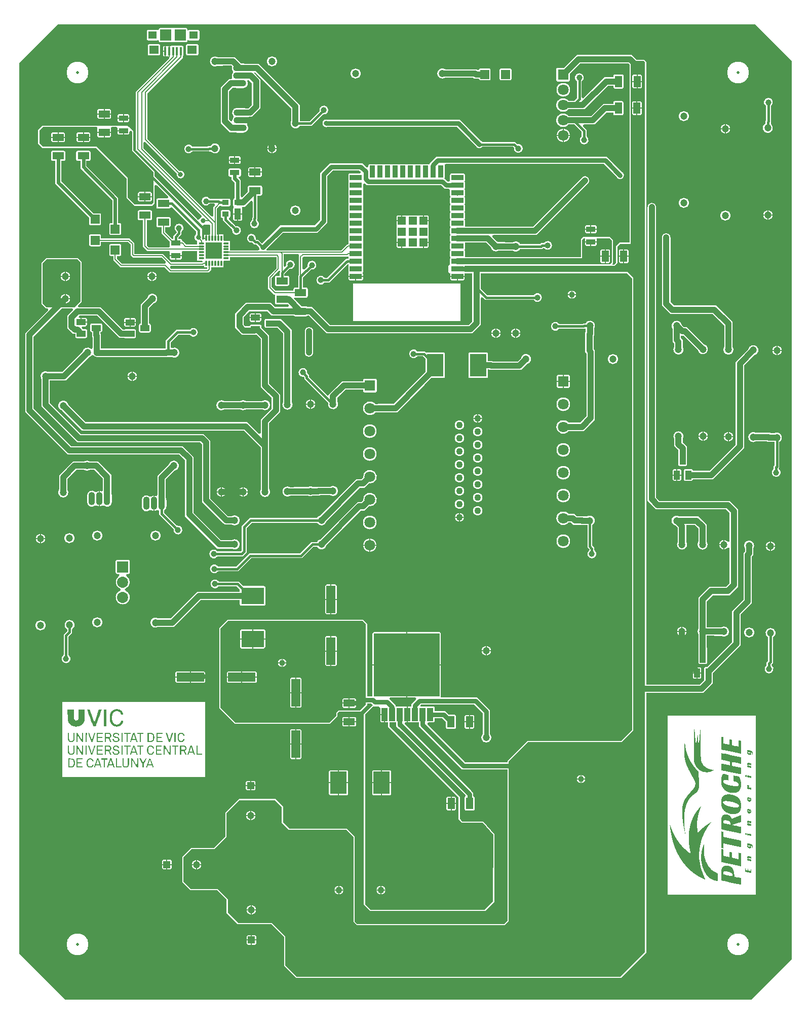
<source format=gtl>
G04 ================== begin FILE IDENTIFICATION RECORD ==================*
G04 Layout Name:  E:/FACOMSA/allegro/TFG_ECU_Telemetry_Sender_1v0.brd*
G04 Film Name:    PCB_Sender_13XXVxTOP*
G04 File Format:  Gerber RS274X*
G04 File Origin:  Cadence Allegro 17.0-S002*
G04 Origin Date:  Mon Mar 27 20:21:05 2023*
G04 *
G04 Layer:  VIA CLASS/TOP*
G04 Layer:  PIN/TOP*
G04 Layer:  ETCH/TOP*
G04 *
G04 Offset:    (0.0000 0.0000)*
G04 Mirror:    No*
G04 Mode:      Positive*
G04 Rotation:  0*
G04 FullContactRelief:  No*
G04 UndefLineWidth:     0.0000*
G04 ================== end FILE IDENTIFICATION RECORD ====================*
%FSAX34Y34*MOMM*%
%IR0*IPPOS*OFA0.00000B0.00000*MIA0B0*SFA1.00000B1.00000*%
%ADD44R,.9X2.*%
%ADD43R,2.X.9*%
%ADD25R,.4X1.35*%
%ADD20R,1.6X.9*%
%ADD11C,.5*%
%ADD10C,.8*%
%AMMACRO27*
4,1,21,.45,-.14,
.45,.14,
-.31,.14,
-.334311,.137873,
-.357883,.131557,
-.38,.121244,
-.39999,.107246,
-.417246,.08999,
-.431244,.07,
-.441557,.047883,
-.447873,.024311,
-.45,0.0,
-.447873,-.024311,
-.441557,-.047883,
-.431244,-.07,
-.417246,-.08999,
-.39999,-.107246,
-.38,-.121244,
-.357883,-.131557,
-.334311,-.137873,
-.31,-.14,
.45,-.14,
0.0*
%
%ADD27MACRO27*%
%AMMACRO29*
4,1,21,-.14,-.45,
.14,-.45,
.14,.31,
.137873,.334311,
.131557,.357883,
.121244,.38,
.107246,.39999,
.08999,.417246,
.07,.431244,
.047883,.441557,
.024311,.447873,
0.0,.45,
-.024311,.447873,
-.047883,.441557,
-.07,.431244,
-.08999,.417246,
-.107246,.39999,
-.121244,.38,
-.131557,.357883,
-.137873,.334311,
-.14,.31,
-.14,-.45,
0.0*
%
%ADD29MACRO29*%
%ADD32R,1.1176X.8128*%
%ADD40R,11.X10.5*%
%ADD15O,1.1X2.2*%
%ADD35O,2.2X1.1*%
%ADD16R,1.5X1.*%
%ADD47R,1.X1.5*%
%ADD39R,1.05X2.2*%
%ADD23R,1.6X1.4*%
%ADD14R,1.9X1.2*%
%ADD46R,1.2X1.9*%
%ADD45R,1.33X1.33*%
%ADD26R,1.45X1.3*%
%ADD12C,1.*%
%ADD37C,1.1*%
%ADD36R,1.5X4.6*%
%ADD22R,4.6X1.5*%
%ADD13C,1.2*%
%ADD33R,3.8X2.8*%
%ADD24R,1.9X1.9*%
%ADD38R,2.8X3.8*%
%ADD41C,1.8*%
%ADD21R,1.2X1.2*%
%ADD17R,1.5X1.5*%
%ADD18C,1.86*%
%ADD42R,1.8X1.8*%
%ADD31R,2.7X2.7*%
%AMMACRO30*
4,1,21,.14,.45,
-.14,.45,
-.14,-.31,
-.137873,-.334311,
-.131557,-.357883,
-.121244,-.38,
-.107246,-.39999,
-.08999,-.417246,
-.07,-.431244,
-.047883,-.441557,
-.024311,-.447873,
0.0,-.45,
.024311,-.447873,
.047883,-.441557,
.07,-.431244,
.08999,-.417246,
.107246,-.39999,
.121244,-.38,
.131557,-.357883,
.137873,-.334311,
.14,-.31,
.14,.45,
0.0*
%
%ADD30MACRO30*%
%AMMACRO28*
4,1,21,-.45,.14,
-.45,-.14,
.31,-.14,
.334311,-.137873,
.357883,-.131557,
.38,-.121244,
.39999,-.107246,
.417246,-.08999,
.431244,-.07,
.441557,-.047883,
.447873,-.024311,
.45,0.0,
.447873,.024311,
.441557,.047883,
.431244,.07,
.417246,.08999,
.39999,.107246,
.38,.121244,
.357883,.131557,
.334311,.137873,
.31,.14,
-.45,.14,
0.0*
%
%ADD28MACRO28*%
%ADD19R,1.86X1.86*%
%ADD34R,1.1176X1.8288*%
%ADD48C,.2*%
%ADD49C,.4*%
%ADD50C,.6*%
%ADD51C,2.*%
%ADD60R,18.0004X6.3004*%
%ADD56C,2.2004*%
%ADD59C,1.4004*%
%ADD57C,2.3004*%
%ADD58C,1.5004*%
%ADD55C,1.6004*%
%ADD54C,1.7004*%
%ADD52R,23.9004X12.6004*%
%ADD53C,3.6504*%
G75*
%LPD*%
G75*
G36*
G01X0562000Y-0781000D02*
X0494000Y-0849000D01*
X-0652000D01*
X-0729000Y-0772000D01*
Y0715000D01*
X-0665000Y0779000D01*
X0501000D01*
X0562000Y0718000D01*
Y-0781000D01*
G37*
%LPC*%
G75*
G36*
G01X0189125Y0114102D02*
X0208400D01*
X0219098Y0124800D01*
Y0229500D01*
X0216898Y0231700D01*
Y0264900D01*
X0217698Y0265700D01*
Y0270978D01*
G02X0217523Y0271242I0006998J0004829D01*
G01X0217464Y0271335D01*
X0217002Y0271797D01*
X0216356D01*
X0215558Y0270998D01*
X0173286D01*
G02Y0279002I-0006286J0004002D01*
G01X0212242D01*
X0213042Y0279802D01*
X0214611D01*
G02X0214700Y0279803I0000089J-0004002D01*
G01X0217200D01*
G02X0231702Y0270978I0007501J-0004001D01*
G01Y0259900D01*
X0230902Y0259100D01*
Y0237500D01*
X0233102Y0235300D01*
Y0119000D01*
X0214200Y0100098D01*
X0189125D01*
G02Y0114102I-0009125J0007002D01*
G37*
G36*
G01X0363198Y0019300D02*
Y0034300D01*
G02X0365200Y0036302I0002002J0D01*
G01X0375200D01*
G02X0377202Y0034300I0J-0002002D01*
G01Y0019300D01*
G02X0375200Y0017298I-0002002J0D01*
G01X0365200D01*
G02X0363198Y0019300I0J0002002D01*
G37*
G36*
G01X0396898Y-0311400D02*
Y-0296400D01*
G02X0398900Y-0294398I0002002J0D01*
G01X0408900D01*
G02X0410902Y-0296400I0J-0002002D01*
G01Y-0311400D01*
G02X0408900Y-0313402I-0002002J0D01*
G01X0398900D01*
G02X0396898Y-0311400I0J0002002D01*
G37*
G36*
G01X0216298Y0432500D02*
Y0441500D01*
G02X0218300Y0443502I0002002J0D01*
G01X0234300D01*
G02X0236302Y0441500I0J-0002002D01*
G01Y0432500D01*
G02X0234300Y0430498I-0002002J0D01*
G01X0218300D01*
G02X0216298Y0432500I0J0002002D01*
G37*
G36*
G01X0168998Y0174100D02*
Y0192100D01*
G02X0171000Y0194102I0002002J0D01*
G01X0189000D01*
G02X0191002Y0192100I0J-0002002D01*
G01Y0174100D01*
G02X0189000Y0172098I-0002002J0D01*
G01X0171000D01*
G02X0168998Y0174100I0J0002002D01*
G37*
G36*
G01X0073748Y0688100D02*
Y0703100D01*
G02X0076200Y0705552I0002452J0D01*
G01X0091200D01*
G02X0093652Y0703100I0J-0002452D01*
G01Y0688100D01*
G02X0091200Y0685648I-0002452J0D01*
G01X0076200D01*
G02X0073748Y0688100I0J0002452D01*
G37*
G36*
G01X0015298Y-0394700D02*
Y-0375700D01*
G02X0017300Y-0373698I0002002J0D01*
G01X0029300D01*
G02X0031302Y-0375700I0J-0002002D01*
G01Y-0394700D01*
G02X0029300Y-0396702I-0002002J0D01*
G01X0017300D01*
G02X0015298Y-0394700I0J0002002D01*
G37*
G36*
G01X-0217502Y-0204000D02*
Y-0158000D01*
G02X-0215500Y-0155998I0002002J0D01*
G01X-0200500D01*
G02X-0198498Y-0158000I0J-0002002D01*
G01Y-0204000D01*
G02X-0200500Y-0206002I-0002002J0D01*
G01X-0215500D01*
G02X-0217502Y-0204000I0J0002002D01*
G37*
G36*
G01X-0189102Y-0391100D02*
Y-0379100D01*
G02X-0187100Y-0377098I0002002J0D01*
G01X-0168100D01*
G02X-0166098Y-0379100I0J-0002002D01*
G01Y-0391100D01*
G02X-0168100Y-0393102I-0002002J0D01*
G01X-0187100D01*
G02X-0189102Y-0391100I0J0002002D01*
G37*
G36*
G01X-0211402Y-0506100D02*
Y-0468100D01*
G02X-0209400Y-0466098I0002002J0D01*
G01X-0181400D01*
G02X-0179398Y-0468100I0J-0002002D01*
G01Y-0506100D01*
G02X-0181400Y-0508102I-0002002J0D01*
G01X-0209400D01*
G02X-0211402Y-0506100I0J0002002D01*
G37*
G36*
G01X-0252002Y0231000D02*
Y0244900D01*
X-0251702Y0245200D01*
Y0266900D01*
G02X-0237698I0007002J0D01*
G01Y0239400D01*
X-0237998Y0239100D01*
Y0231000D01*
G02X-0252002I-0007002J0D01*
G37*
G36*
G01X-0276402Y-0445600D02*
Y-0399600D01*
G02X-0274400Y-0397598I0002002J0D01*
G01X-0259400D01*
G02X-0257398Y-0399600I0J-0002002D01*
G01Y-0445600D01*
G02X-0259400Y-0447602I-0002002J0D01*
G01X-0274400D01*
G02X-0276402Y-0445600I0J0002002D01*
G37*
G36*
G01X-0379002Y0548000D02*
Y0557000D01*
G02X-0377000Y0559002I0002002J0D01*
G01X-0361000D01*
G02X-0358998Y0557000I0J-0002002D01*
G01Y0548000D01*
G02X-0361000Y0545998I-0002002J0D01*
G01X-0377000D01*
G02X-0379002Y0548000I0J0002002D01*
G37*
G36*
G01X-0346502Y0526500D02*
Y0538500D01*
G02X-0344500Y0540502I0002002J0D01*
G01X-0325500D01*
G02X-0323498Y0538500I0J-0002002D01*
G01Y0526500D01*
G02X-0325500Y0524498I-0002002J0D01*
G01X-0344500D01*
G02X-0346502Y0526500I0J0002002D01*
G37*
G36*
G01X-0343702Y0284400D02*
Y0294400D01*
G02X-0341700Y0296402I0002002J0D01*
G01X-0326700D01*
G02X-0324698Y0294400I0J-0002002D01*
G01Y0284400D01*
G02X-0326700Y0282398I-0002002J0D01*
G01X-0341700D01*
G02X-0343702Y0284400I0J0002002D01*
G37*
G36*
G01X-0350502Y-0497800D02*
Y-0485800D01*
G02X-0348500Y-0483798I0002002J0D01*
G01X-0336500D01*
G02X-0334498Y-0485800I0J-0002002D01*
G01Y-0497800D01*
G02X-0336500Y-0499802I-0002002J0D01*
G01X-0348500D01*
G02X-0350502Y-0497800I0J0002002D01*
G37*
G36*
G01X-0349002Y-0755300D02*
Y-0743300D01*
G02X-0347000Y-0741298I0002002J0D01*
G01X-0335000D01*
G02X-0332998Y-0743300I0J-0002002D01*
G01Y-0755300D01*
G02X-0335000Y-0757302I-0002002J0D01*
G01X-0347000D01*
G02X-0349002Y-0755300I0J0002002D01*
G37*
G36*
G01X-0450452Y0729500D02*
Y0743500D01*
G02X-0448000Y0745952I0002452J0D01*
G01X-0432000D01*
G02X-0429548Y0743500I0J-0002452D01*
G01Y0729500D01*
G02X-0432000Y0727048I-0002452J0D01*
G01X-0448000D01*
G02X-0450452Y0729500I0J0002452D01*
G37*
G36*
G01X-0514452D02*
Y0743500D01*
G02X-0512000Y0745952I0002452J0D01*
G01X-0496000D01*
G02X-0493548Y0743500I0J-0002452D01*
G01Y0729500D01*
G02X-0496000Y0727048I-0002452J0D01*
G01X-0512000D01*
G02X-0514452Y0729500I0J0002452D01*
G37*
G36*
G01X-0468102Y-0318300D02*
Y-0303300D01*
G02X-0466100Y-0301298I0002002J0D01*
G01X-0420100D01*
G02X-0418098Y-0303300I0J-0002002D01*
G01Y-0318300D01*
G02X-0420100Y-0320302I-0002002J0D01*
G01X-0466100D01*
G02X-0468102Y-0318300I0J0002002D01*
G37*
G36*
G01X-0490402Y-0629500D02*
Y-0617500D01*
G02X-0488400Y-0615498I0002002J0D01*
G01X-0476400D01*
G02X-0474398Y-0617500I0J-0002002D01*
G01Y-0629500D01*
G02X-0476400Y-0631502I-0002002J0D01*
G01X-0488400D01*
G02X-0490402Y-0629500I0J0002002D01*
G37*
G36*
G01X-0565002Y0618000D02*
Y0627000D01*
G02X-0563000Y0629002I0002002J0D01*
G01X-0547000D01*
G02X-0544998Y0627000I0J-0002002D01*
G01Y0618000D01*
G02X-0547000Y0615998I-0002002J0D01*
G01X-0563000D01*
G02X-0565002Y0618000I0J0002002D01*
G37*
G36*
G01X-0553602Y0276600D02*
Y0286600D01*
G02X-0551600Y0288602I0002002J0D01*
G01X-0536600D01*
G02X-0534598Y0286600I0J-0002002D01*
G01Y0276600D01*
G02X-0536600Y0274598I-0002002J0D01*
G01X-0551600D01*
G02X-0553602Y0276600I0J0002002D01*
G37*
G36*
G01X-0598502Y0623500D02*
Y0635500D01*
G02X-0596500Y0637502I0002002J0D01*
G01X-0577500D01*
G02X-0575498Y0635500I0J-0002002D01*
G01Y0623500D01*
G02X-0577500Y0621498I-0002002J0D01*
G01X-0596500D01*
G02X-0598502Y0623500I0J0002002D01*
G37*
G36*
G01X0056200Y0685648D02*
X0041200D01*
G02X0038774Y0687743I0J0002452D01*
G01X0038648Y0688598D01*
X0031300D01*
X0029800Y0690098D01*
X-0017278D01*
G02Y0704102I-0004822J0007002D01*
G01X0035600D01*
X0037100Y0702602D01*
X0038648D01*
X0038774Y0703457D01*
G02X0041200Y0705552I0002426J-0000357D01*
G01X0056200D01*
G02X0058652Y0703100I0J-0002452D01*
G01Y0688100D01*
G02X0056200Y0685648I-0002452J0D01*
G37*
G36*
G01X0211002Y0683714D02*
Y0657432D01*
G03X0214416Y0656018I0002000J0000001D01*
G01X0249000Y0690602D01*
X0264048D01*
Y0693100D01*
G02X0266500Y0695552I0002452J0D01*
G01X0278500D01*
G02X0280952Y0693100I0J-0002452D01*
G01Y0674100D01*
G02X0278500Y0671648I-0002452J0D01*
G01X0266500D01*
G02X0264048Y0674100I0J0002452D01*
G01Y0676598D01*
X0254800D01*
X0215500Y0637298D01*
X0188925D01*
G02Y0651302I-0009125J0007002D01*
G01X0198342D01*
X0202998Y0655958D01*
Y0683714D01*
G02X0211002I0004002J0006286D01*
G37*
G36*
G01X0527369Y0612593D02*
G02X0517998Y0613501I-0005368J-0006593D01*
G01Y0617658D01*
X0518998Y0618658D01*
Y0642714D01*
G02X0527002I0004002J0006286D01*
G01Y0615303D01*
G03X0527369Y0612593I0001630J-0001159D01*
G37*
G36*
G01X0213176Y0608484D02*
X0219002Y0602658D01*
Y0592286D01*
G02X0210998I-0004002J-0006286D01*
G01Y0599342D01*
X0198442Y0611898D01*
X0188925D01*
G02Y0625902I-0009125J0007002D01*
G01X0226699D01*
X0246899Y0646102D01*
X0263748D01*
Y0648600D01*
G02X0266200Y0651052I0002452J0D01*
G01X0278200D01*
G02X0280652Y0648600I0J-0002452D01*
G01Y0629600D01*
G02X0278200Y0627148I-0002452J0D01*
G01X0266200D01*
G02X0263748Y0629600I0J0002452D01*
G01Y0632098D01*
X0252699D01*
X0232499Y0611898D01*
X0214590D01*
G03X0213176Y0608484I0J-0002000D01*
G37*
G36*
G01X-0213566Y0619969D02*
X-0213393Y0619902D01*
X0007186D01*
X0042271Y0584817D01*
X0042441Y0584742D01*
G02X0044924Y0582802I-0002642J-0005941D01*
G01X0099858D01*
X0103370Y0579289D01*
X0103871Y0579366D01*
G02X0097634Y0573129I0001129J-0007366D01*
G01X0097711Y0573630D01*
X0096542Y0574798D01*
X0044924D01*
G02X0033858Y0576159I-0005124J0004002D01*
G01X0033783Y0576329D01*
X0002214Y0607898D01*
X-0213393D01*
X-0213566Y0607831D01*
G02Y0619969I-0002334J0006069D01*
G37*
G36*
G01X-0408593Y0566631D02*
G03X-0411303Y0566998I-0001551J-0001263D01*
G01X-0439714D01*
G02Y0575002I-0006286J0004002D01*
G01X-0414658D01*
X-0413658Y0576002D01*
X-0409501D01*
G02X-0408593Y0566631I0007501J-0004003D01*
G37*
G36*
G01X-0594900Y0443648D02*
X-0609900D01*
G02X-0612352Y0446100I0J0002452D01*
G01Y0456478D01*
X-0669002Y0513128D01*
Y0551048D01*
X-0673500D01*
G02X-0675952Y0553500I0J0002452D01*
G01Y0565500D01*
G02X-0673500Y0567952I0002452J0D01*
G01X-0654500D01*
G02X-0652048Y0565500I0J-0002452D01*
G01Y0553500D01*
G02X-0654500Y0551048I-0002452J0D01*
G01X-0658998D01*
Y0517272D01*
X-0605278Y0463552D01*
X-0594900D01*
G02X-0592448Y0461100I0J-0002452D01*
G01Y0446100D01*
G02X-0594900Y0443648I-0002452J0D01*
G37*
G36*
G01X-0392400Y0458284D02*
Y0466412D01*
G02X-0389948Y0468864I0002452J0D01*
G01X-0378772D01*
G02X-0376320Y0466412I0J-0002452D01*
G01Y0458284D01*
G02X-0377688Y0456085I-0002451J0D01*
G03X-0378217Y0452877I0000885J-0001794D01*
G01X-0367630Y0442289D01*
X-0367129Y0442366D01*
G02X-0373366Y0436129I0001129J-0007366D01*
G01X-0373289Y0436630D01*
X-0388362Y0451702D01*
Y0455832D01*
X-0389948D01*
G02X-0392400Y0458284I0J0002452D01*
G37*
G36*
G01X-0561200Y0427348D02*
X-0576200D01*
G02X-0578652Y0429800I0J0002452D01*
G01Y0444800D01*
G02X-0576200Y0447252I0002452J0D01*
G01X-0573702D01*
Y0485628D01*
X-0627002Y0538928D01*
Y0551048D01*
X-0631500D01*
G02X-0633952Y0553500I0J0002452D01*
G01Y0565500D01*
G02X-0631500Y0567952I0002452J0D01*
G01X-0612500D01*
G02X-0610048Y0565500I0J-0002452D01*
G01Y0553500D01*
G02X-0612500Y0551048I-0002452J0D01*
G01X-0616998D01*
Y0543072D01*
X-0563698Y0489772D01*
Y0447252D01*
X-0561200D01*
G02X-0558748Y0444800I0J-0002452D01*
G01Y0429800D01*
G02X-0561200Y0427348I-0002452J0D01*
G37*
G36*
G01X-0504879Y0312695D02*
X-0505165Y0312633D01*
X-0512098Y0305700D01*
Y0279652D01*
X-0511243Y0279526D01*
G02X-0509148Y0277100I-0000357J-0002426D01*
G01Y0267100D01*
G02X-0511600Y0264648I-0002452J0D01*
G01X-0526600D01*
G02X-0529052Y0267100I0J0002452D01*
G01Y0277100D01*
G02X-0526957Y0279526I0002452J0D01*
G01X-0526102Y0279652D01*
Y0311500D01*
X-0515067Y0322535D01*
X-0515005Y0322821D01*
G02X-0504879Y0312695I0008305J-0001821D01*
G37*
G36*
G01X0405195Y0234879D02*
X0405133Y0235165D01*
X0380693Y0259605D01*
X0376702D01*
Y0255200D01*
X0379702Y0252200D01*
Y0241122D01*
G02X0365698I-0007002J-0004822D01*
G01Y0246400D01*
X0362698Y0249400D01*
Y0270978D01*
G02X0378005Y0277621I0007002J0004822D01*
G01X0378067Y0277335D01*
X0381793Y0273609D01*
X0386493D01*
X0415035Y0245067D01*
X0415321Y0245005D01*
G02X0405195Y0234879I-0001821J-0008305D01*
G37*
G36*
G01X0449198Y0240822D02*
Y0276300D01*
X0429700Y0295798D01*
X0359400D01*
X0345298Y0309900D01*
Y0423500D01*
G02X0359302I0007002J0D01*
G01Y0315700D01*
X0365200Y0309802D01*
X0435500D01*
X0463202Y0282100D01*
Y0240822D01*
G02X0449198I-0007002J-0004822D01*
G37*
G36*
G01X0119721Y0212095D02*
X0119435Y0212033D01*
X0109800Y0202398D01*
X0056700D01*
X0056100Y0202998D01*
X0054452D01*
Y0191000D01*
G02X0052000Y0188548I-0002452J0D01*
G01X0024000D01*
G02X0021548Y0191000I0J0002452D01*
G01Y0229000D01*
G02X0024000Y0231452I0002452J0D01*
G01X0052000D01*
G02X0054452Y0229000I0J-0002452D01*
G01Y0217002D01*
X0061900D01*
X0062500Y0216402D01*
X0104000D01*
X0109533Y0221935D01*
X0109595Y0222221D01*
G02X0119721Y0212095I0008305J-0001821D01*
G37*
G36*
G01X-0247634Y0196871D02*
X-0247711Y0196370D01*
X-0244634Y0193294D01*
Y0190694D01*
X-0213409Y0159469D01*
G03X-0211702Y0160176I0000707J0000707D01*
G01Y0161000D01*
X-0189300Y0183402D01*
X-0156400D01*
X-0156100Y0183102D01*
X-0154502D01*
Y0185100D01*
G02X-0152000Y0187602I0002502J0D01*
G01X-0134000D01*
G02X-0131498Y0185100I0J-0002502D01*
G01Y0167100D01*
G02X-0134000Y0164598I-0002502J0D01*
G01X-0152000D01*
G02X-0154502Y0167100I0J0002502D01*
G01Y0169098D01*
X-0161900D01*
X-0162200Y0169398D01*
X-0183500D01*
X-0197698Y0155200D01*
Y0149922D01*
G02X-0212976Y0147047I-0007002J-0004822D01*
G01X-0212849Y0147589D01*
X-0252638Y0187378D01*
Y0189978D01*
X-0253370Y0190711D01*
X-0253871Y0190634D01*
G02X-0247634Y0196871I-0001129J0007366D01*
G37*
G36*
G01X-0287802Y0149022D02*
Y0263100D01*
X-0297600Y0272898D01*
X-0300260D01*
X-0300489Y0272768D01*
G02X-0301700Y0272448I-0001211J0002131D01*
G01X-0316700D01*
G02X-0319152Y0274900I0J0002452D01*
G01Y0284900D01*
G02X-0316700Y0287352I0002452J0D01*
G01X-0301700D01*
G02X-0300489Y0287032I0J-0002451D01*
G01X-0300260Y0286902D01*
X-0291800D01*
X-0273798Y0268900D01*
Y0149022D01*
G02X-0287802I-0007002J-0004822D01*
G37*
G36*
G01X-0386478Y0150102D02*
X-0371000D01*
X-0370800Y0150302D01*
X-0359722D01*
G02X-0350078I0004822J-0007002D01*
G01X-0334300D01*
X-0334200Y0150402D01*
X-0323122D01*
G02Y0136398I0004822J-0007002D01*
G01X-0328400D01*
X-0328500Y0136298D01*
X-0350078D01*
G02X-0359722I-0004822J0007002D01*
G01X-0365000D01*
X-0365200Y0136098D01*
X-0386478D01*
G02Y0150102I-0004822J0007002D01*
G37*
G36*
G01X-0133875Y0145102D02*
X-0129900D01*
X-0129600Y0145402D01*
X-0103300D01*
X-0066002Y0182700D01*
Y0182900D01*
X-0050452Y0198450D01*
Y0220792D01*
X-0054658Y0224998D01*
X-0063714D01*
G02Y0233002I-0006286J0004002D01*
G01X-0051342D01*
X-0049431Y0231090D01*
X-0048833Y0231306D01*
G02X-0048000Y0231452I0000833J-0002306D01*
G01X-0020000D01*
G02X-0017548Y0229000I0J-0002452D01*
G01Y0191000D01*
G02X-0020000Y0188548I-0002452J0D01*
G01X-0040550D01*
X-0051998Y0177100D01*
Y0176900D01*
X-0097500Y0131398D01*
X-0123800D01*
X-0124100Y0131098D01*
X-0133875D01*
G02Y0145102I-0009125J0007002D01*
G37*
G36*
G01X0384700Y0041848D02*
X0374700D01*
G02X0372248Y0044300I0J0002452D01*
G01Y0059300D01*
G02X0372568Y0060511I0002451J0D01*
G01X0372698Y0060740D01*
Y0068400D01*
X0365698Y0075400D01*
Y0086478D01*
G02X0379702I0007002J0004822D01*
G01Y0081200D01*
X0386702Y0074200D01*
Y0060740D01*
X0386832Y0060511D01*
G02X0387152Y0059300I-0002131J-0001211D01*
G01Y0044300D01*
G02X0384700Y0041848I-0002452J0D01*
G37*
G36*
G01X0531998Y0037286D02*
Y0041658D01*
X0533098Y0042758D01*
Y0081799D01*
G02X0532278Y0082298I0004003J0007501D01*
G01X0521200D01*
X0520400Y0083098D01*
X0502622D01*
G02Y0097102I-0004822J0007002D01*
G01X0526200D01*
X0527000Y0096302D01*
X0532278D01*
G02X0541102Y0081799I0004823J-0007001D01*
G01Y0039442D01*
X0540002Y0038342D01*
Y0037307D01*
X0540410Y0037007D01*
G02X0531998Y0037286I-0004410J-0006007D01*
G37*
G36*
G01X0499621Y0226795D02*
X0499335Y0226733D01*
X0482302Y0209700D01*
Y0071800D01*
X0430300Y0019798D01*
X0396752D01*
X0396626Y0018943D01*
G02X0394200Y0016848I-0002426J0000357D01*
G01X0384200D01*
G02X0381748Y0019300I0J0002452D01*
G01Y0034300D01*
G02X0384200Y0036752I0002452J0D01*
G01X0394200D01*
G02X0396626Y0034657I0J-0002452D01*
G01X0396752Y0033802D01*
X0424500D01*
X0468298Y0077600D01*
Y0215500D01*
X0489433Y0236635D01*
X0489495Y0236921D01*
G02X0499621Y0226795I0008305J-0001821D01*
G37*
G36*
G01X-0275978Y0006202D02*
X-0270700D01*
X-0270200Y0006702D01*
X-0247222D01*
G02X-0237578I0004822J-0007002D01*
G01X-0232300D01*
X-0231900Y0007102D01*
X-0209522D01*
G02Y-0006902I0004822J-0007002D01*
G01X-0226100D01*
X-0226500Y-0007302D01*
X-0237578D01*
G02X-0247222I-0004822J0007002D01*
G01X-0264400D01*
X-0264900Y-0007802D01*
X-0275978D01*
G02Y0006202I-0004822J0007002D01*
G37*
G36*
G01X-0662602Y0002422D02*
Y0026006D01*
X-0639306Y0049302D01*
X-0620722D01*
G02X-0611078I0004822J-0007002D01*
G01X-0597600D01*
X-0575298Y0027000D01*
Y-0003447D01*
G02X-0574298Y-0007320I-0007002J-0003873D01*
G01Y-0018320D01*
G02X-0587687Y-0024237I-0008002J0D01*
G03X-0590290Y-0024159I-0001347J-0001478D01*
G02X-0599710I-0004710J0005839D01*
G03X-0602313Y-0024237I-0001256J-0001556D01*
G02X-0615702Y-0018320I-0005387J0005917D01*
G01Y-0007320D01*
G02X-0602313Y-0001403I0008002J0D01*
G03X-0599710Y-0001481I0001347J0001478D01*
G02X-0592080Y-0000409I0004711J-0005839D01*
G03X-0589302Y0001433I0000778J0001842D01*
G01Y0021200D01*
X-0603400Y0035298D01*
X-0611078D01*
G02X-0620722I-0004822J0007002D01*
G01X-0633506D01*
X-0648598Y0020206D01*
Y0002422D01*
G02X-0662602I-0007002J-0004822D01*
G37*
G36*
G01X-0387851Y-0054151D02*
X-0423702Y-0018300D01*
Y0078300D01*
X-0426600Y0081198D01*
X-0632100D01*
X-0692202Y0141300D01*
Y0181600D01*
X-0692102Y0181700D01*
Y0186978D01*
G02X-0680278Y0198802I0007002J0004822D01*
G01X-0657100D01*
X-0623367Y0232535D01*
X-0623305Y0232821D01*
G02X-0609739Y0237679I0008305J-0001821D01*
G03X-0606502Y0239250I0001237J0001571D01*
G01Y0256400D01*
X-0607502Y0257400D01*
Y0264748D01*
X-0608357Y0264874D01*
G02X-0610452Y0267300I0000357J0002426D01*
G01Y0277300D01*
G02X-0608000Y0279752I0002452J0D01*
G01X-0593000D01*
G02X-0590548Y0277300I0J-0002452D01*
G01Y0267300D01*
G02X-0592643Y0264874I-0002452J0D01*
G01X-0593498Y0264748D01*
Y0263200D01*
X-0592498Y0262200D01*
Y0237802D01*
X-0484662D01*
G02X-0484002Y0237930I0001662J-0006802D01*
G01Y0251658D01*
X-0466658Y0269002D01*
X-0444286D01*
G02Y0260998I0006286J-0004002D01*
G01X-0463342D01*
X-0475998Y0248342D01*
Y0240711D01*
G03X-0473237Y0238862I0002000J0D01*
G02X-0474822Y0223998I0003237J-0007862D01*
G01X-0480100D01*
X-0480300Y0223798D01*
X-0599500D01*
G02X-0604853Y0226287I0J0007001D01*
G03X-0608024Y0226141I-0001530J-0001289D01*
G02X-0613179Y0222695I-0006977J0004858D01*
G01X-0613465Y0222633D01*
X-0651300Y0184798D01*
X-0678098D01*
Y0175900D01*
X-0678198Y0175800D01*
Y0147100D01*
X-0626300Y0095202D01*
X-0420800D01*
X-0409698Y0084100D01*
Y-0012500D01*
X-0380200Y-0041998D01*
X-0373822D01*
G02Y-0056002I0004822J-0007002D01*
G01X-0381235D01*
X-0381344Y-0056027D01*
G02X-0387851Y-0054151I-0001556J0006827D01*
G37*
G36*
G01X-0469079Y0033995D02*
X-0469365Y0033933D01*
X-0484098Y0019200D01*
Y-0011207D01*
G02X-0483098Y-0015080I-0007002J-0003873D01*
G01Y-0026080D01*
G02X-0487098Y-0033009I-0008001J0D01*
G01Y-0036242D01*
X-0465630Y-0057711D01*
X-0465129Y-0057634D01*
G02X-0471366Y-0063871I0001129J-0007366D01*
G01X-0471289Y-0063370D01*
X-0495102Y-0039558D01*
Y-0033009D01*
G02X-0496487Y-0031997I0004001J0006930D01*
G03X-0499090Y-0031919I-0001347J-0001478D01*
G02X-0508510I-0004710J0005839D01*
G03X-0511113Y-0031997I-0001256J-0001556D01*
G02X-0524502Y-0026080I-0005387J0005917D01*
G01Y-0015080D01*
G02X-0511113Y-0009163I0008002J0D01*
G03X-0508510Y-0009241I0001347J0001478D01*
G02X-0500880Y-0008169I0004711J-0005839D01*
G03X-0498102Y-0006327I0000778J0001842D01*
G01Y0025000D01*
X-0479267Y0043835D01*
X-0479205Y0044121D01*
G02X-0469079Y0033995I0008305J-0001821D01*
G37*
G36*
G01X-0629539Y0306802D02*
X-0592900D01*
X-0555700Y0269602D01*
X-0553040D01*
X-0552811Y0269732D01*
G02X-0551600Y0270052I0001211J-0002131D01*
G01X-0536600D01*
G02X-0534148Y0267600I0J-0002452D01*
G01Y0257600D01*
G02X-0536600Y0255148I-0002452J0D01*
G01X-0551600D01*
G02X-0552811Y0255468I0J0002451D01*
G01X-0553040Y0255598D01*
X-0561500D01*
X-0598700Y0292798D01*
X-0628635D01*
X-0629217Y0292216D01*
G03X-0627803Y0288802I0001415J-0001414D01*
G01X-0618000D01*
G02X-0615998Y0286800I0J-0002002D01*
G01Y0276800D01*
G02X-0618000Y0274798I-0002002J0D01*
G01X-0622768D01*
G03X-0624182Y0271384I0000001J-0002000D01*
G01X-0623050Y0270252D01*
X-0618000D01*
G02X-0615548Y0267800I0J-0002452D01*
G01Y0257800D01*
G02X-0618000Y0255348I-0002452J0D01*
G01X-0633000D01*
G02X-0635452Y0257800I0J0002452D01*
G01Y0262298D01*
X-0639007D01*
X-0648537Y0271828D01*
Y0292700D01*
X-0639653Y0301584D01*
G03X-0641067Y0304998I-0001415J0001414D01*
G01X-0657800D01*
X-0704998Y0257800D01*
Y0137900D01*
X-0642100Y0075002D01*
X-0456100D01*
X-0437998Y0056900D01*
Y-0036100D01*
X-0392100Y-0081998D01*
X-0373822D01*
G02Y-0096002I0004822J-0007002D01*
G01X-0397900D01*
X-0452002Y-0041900D01*
Y0051100D01*
X-0461900Y0060998D01*
X-0647900D01*
X-0719002Y0132100D01*
Y0263600D01*
X-0681018Y0301584D01*
G03X-0682432Y0304998I-0001415J0001414D01*
G01X-0684829D01*
X-0692002Y0312171D01*
Y0380829D01*
X-0683829Y0389002D01*
X-0631171D01*
X-0624998Y0382829D01*
Y0316171D01*
X-0630953Y0310216D01*
G03X-0629539Y0306802I0001414J-0001414D01*
G37*
G36*
G01X0405998Y-0084478D02*
Y-0062300D01*
X0400100Y-0056402D01*
X0385695D01*
Y-0073393D01*
X0385702Y-0073400D01*
Y-0084478D01*
G02X0371698I-0007002J-0004822D01*
G01Y-0079200D01*
X0371691Y-0079193D01*
Y-0061493D01*
X0367965Y-0057767D01*
X0367679Y-0057705D01*
G02X0374322Y-0042398I0001821J0008305D01*
G01X0405900D01*
X0420002Y-0056500D01*
Y-0084478D01*
G02X0405998I-0007002J-0004822D01*
G37*
G36*
G01X0223590Y-0098993D02*
X0223998Y-0098693D01*
Y-0097658D01*
X0220498Y-0094158D01*
Y-0056901D01*
G02X0219678Y-0056402I0004003J0007501D01*
G01X0208600D01*
X0208400Y-0056202D01*
X0197000D01*
X0193100Y-0052302D01*
X0189125D01*
G02Y-0038298I-0009125J0007002D01*
G01X0198900D01*
X0202800Y-0042198D01*
X0214200D01*
X0214400Y-0042398D01*
X0219678D01*
G02X0228502Y-0056901I0004823J-0007001D01*
G01Y-0090842D01*
X0232002Y-0094342D01*
Y-0098714D01*
G02X0223590Y-0098993I-0004002J-0006286D01*
G37*
G36*
G01X-0226175Y-0040781D02*
X-0225914Y-0040712D01*
X-0165614Y0019588D01*
X-0157214D01*
X-0154412Y0022390D01*
X-0154455Y0022857D01*
G02X-0144043Y0012445I0011455J0001043D01*
G01X-0144510Y0012488D01*
X-0151414Y0005584D01*
X-0159814D01*
X-0215574Y-0050176D01*
X-0215629Y-0050486D01*
G02X-0231501Y-0053002I-0008371J0001486D01*
G01X-0340343D01*
X-0348998Y-0061657D01*
Y-0102343D01*
X-0355657Y-0109002D01*
X-0397714D01*
G02Y-0100998I-0006286J0004002D01*
G01X-0358973D01*
X-0357002Y-0099027D01*
Y-0058341D01*
X-0343659Y-0044998D01*
X-0231501D01*
G02X-0226175Y-0040781I0007501J-0004002D01*
G37*
G36*
G01X-0226424Y-0080851D02*
X-0226181Y-0080779D01*
X-0163914Y-0018512D01*
X-0157214D01*
X-0154412Y-0015710D01*
X-0154455Y-0015243D01*
G02X-0144043Y-0025655I0011455J0001043D01*
G01X-0144510Y-0025612D01*
X-0151414Y-0032516D01*
X-0158114D01*
X-0215544Y-0089947D01*
X-0215594Y-0090272D01*
G02X-0231501Y-0093002I-0008406J0001272D01*
G01X-0237342D01*
X-0256342Y-0112002D01*
X-0341342D01*
X-0363342Y-0134002D01*
X-0396714D01*
G02Y-0125998I-0006286J0004002D01*
G01X-0366658D01*
X-0344658Y-0103998D01*
X-0259658D01*
X-0240658Y-0084998D01*
X-0231501D01*
G02X-0226424Y-0080851I0007501J-0004002D01*
G37*
G36*
G01X-0496778Y-0212598D02*
X-0476300D01*
X-0431700Y-0167998D01*
X-0360452D01*
Y-0164208D01*
X-0365658Y-0159002D01*
X-0395714D01*
G02Y-0150998I-0006286J0004002D01*
G01X-0362342D01*
X-0354792Y-0158548D01*
X-0320000D01*
G02X-0317548Y-0161000I0J-0002452D01*
G01Y-0189000D01*
G02X-0320000Y-0191452I-0002452J0D01*
G01X-0358000D01*
G02X-0360452Y-0189000I0J0002452D01*
G01Y-0182002D01*
X-0425900D01*
X-0470500Y-0226602D01*
X-0496778D01*
G02Y-0212598I-0004822J0007002D01*
G37*
G36*
G01X-0655002Y-0273714D02*
Y-0239343D01*
X-0649002Y-0233343D01*
Y-0231001D01*
G02X-0640998I0004002J0007501D01*
G01Y-0236659D01*
X-0646998Y-0242659D01*
Y-0273714D01*
G02X-0655002I-0004002J-0006286D01*
G37*
G36*
G01X0519998Y-0290714D02*
Y-0286342D01*
X0522598Y-0283742D01*
Y-0244601D01*
G02X0530602I0004002J0007501D01*
G01Y-0287058D01*
X0528002Y-0289658D01*
Y-0290693D01*
X0528410Y-0290993D01*
G02X0519998Y-0290714I-0004410J-0006007D01*
G37*
G36*
G01X0502002Y-0374998D02*
Y-0674002D01*
X0354998D01*
Y-0374998D01*
X0502002D01*
G37*
G36*
G01X0458298Y-0036500D02*
X0452400Y-0030602D01*
X0335200D01*
X0321098Y-0016500D01*
Y0474000D01*
G02X0335102I0007002J0D01*
G01Y-0010700D01*
X0341000Y-0016598D01*
X0458200D01*
X0472302Y-0030700D01*
Y-0159800D01*
X0458200Y-0173902D01*
X0430200D01*
X0420002Y-0184100D01*
Y-0227298D01*
X0438300D01*
X0438600Y-0227598D01*
X0443878D01*
G02Y-0241602I0004822J-0007002D01*
G01X0432800D01*
X0432500Y-0241302D01*
X0420002D01*
Y-0261100D01*
X0420402Y-0261500D01*
Y-0269960D01*
X0420532Y-0270189D01*
G02X0420852Y-0271400I-0002131J-0001211D01*
G01Y-0286400D01*
G02X0418400Y-0288852I-0002452J0D01*
G01X0408400D01*
G02X0405948Y-0286400I0J0002452D01*
G01Y-0271400D01*
G02X0406268Y-0270189I0002451J0D01*
G01X0406398Y-0269960D01*
Y-0267300D01*
X0405998Y-0266900D01*
Y-0239122D01*
G02Y-0229478I0007002J0004822D01*
G01Y-0178300D01*
X0424400Y-0159898D01*
X0452400D01*
X0458298Y-0154000D01*
Y-0096104D01*
G03X0454779Y-0094804I-0002000J-0000001D01*
G02Y-0084396I-0006079J0005204D01*
G03X0458298Y-0083096I0001519J0001301D01*
G01Y-0036500D01*
G37*
G36*
G01X-0563582Y-0138402D02*
X-0565400D01*
G02X-0567902Y-0135900I0J0002502D01*
G01Y-0117300D01*
G02X-0565400Y-0114798I0002502J0D01*
G01X-0546800D01*
G02X-0544298Y-0117300I0J-0002502D01*
G01Y-0135900D01*
G02X-0546800Y-0138402I-0002502J0D01*
G01X-0548618D01*
G03X-0549702Y-0142083I0J-0002000D01*
G02X-0551479Y-0162860I-0006398J-0009917D01*
G03Y-0166540I0000783J-0001840D01*
G02X-0560721I-0004621J-0010860D01*
G03Y-0162860I-0000783J0001840D01*
G02X-0562498Y-0142083I0004621J0010860D01*
G03X-0563582Y-0138402I-0001084J0001681D01*
G37*
G36*
G01X-0372080Y0485716D02*
G02X-0369922Y0488150I0002452J0D01*
G01X-0369042Y0488257D01*
Y0514968D01*
X-0374002Y0519928D01*
Y0524548D01*
X-0377000D01*
G02X-0379452Y0527000I0J0002452D01*
G01Y0536000D01*
G02X-0377000Y0538452I0002452J0D01*
G01X-0361000D01*
G02X-0358548Y0536000I0J-0002452D01*
G01Y0527000D01*
G02X-0361000Y0524548I-0002452J0D01*
G01X-0362060D01*
G03X-0362767Y0522841I0J-0001000D01*
G01X-0359038Y0519112D01*
Y0492192D01*
G03X-0355624Y0490778I0002000J0000001D01*
G01X-0346952Y0499450D01*
Y0507500D01*
G02X-0344500Y0509952I0002452J0D01*
G01X-0325500D01*
G02X-0323048Y0507500I0J-0002452D01*
G01Y0495500D01*
G02X-0325500Y0493048I-0002452J0D01*
G01X-0330998D01*
Y0454342D01*
X-0331998Y0453342D01*
Y0452307D01*
X-0331590Y0452007D01*
G02X-0340002Y0452286I-0004410J-0006007D01*
G01Y0456658D01*
X-0339002Y0457658D01*
Y0482768D01*
G03X-0342416Y0484182I-0002000J-0000001D01*
G01X-0351948Y0474650D01*
X-0354622D01*
G03X-0356536Y0472071I0000001J-0002000D01*
G02X-0356450Y0471492I-0001916J-0000580D01*
G01Y0453204D01*
G02X-0358452Y0451202I-0002002J0D01*
G01X-0369628D01*
G02X-0371630Y0453204I0J0002002D01*
G01Y0471492D01*
G02X-0371089Y0472861I0002003J0D01*
G03X-0371237Y0475737I-0001460J0001367D01*
G02X-0372080Y0477587I0001609J0001850D01*
G01Y0485716D01*
G37*
G36*
G01X-0498999Y0752048D02*
X-0513500D01*
G02X-0515952Y0754500I0J0002452D01*
G01Y0767500D01*
G02X-0513500Y0769952I0002452J0D01*
G01X-0498999D01*
G02X-0497545Y0769474I-0000001J-0002452D01*
G01X-0497281Y0769279D01*
X-0495952D01*
Y0770500D01*
G02X-0493500Y0772952I0002452J0D01*
G01X-0450500D01*
G02X-0448048Y0770500I0J-0002452D01*
G01Y0769279D01*
X-0446719D01*
X-0446455Y0769474D01*
G02X-0445001Y0769952I0001455J-0001974D01*
G01X-0430500D01*
G02X-0428048Y0767500I0J-0002452D01*
G01Y0754500D01*
G02X-0430500Y0752048I-0002452J0D01*
G01X-0445001D01*
G02X-0446455Y0752526I0000001J0002452D01*
G01X-0446719Y0752721D01*
X-0448048D01*
Y0751500D01*
G02X-0450500Y0749048I-0002452J0D01*
G01X-0493500D01*
G02X-0495952Y0751500I0J0002452D01*
G01Y0752721D01*
X-0497281D01*
X-0497545Y0752526D01*
G02X-0498999Y0752048I-0001455J0001974D01*
G37*
G36*
G01X-0354320Y0598198D02*
X-0365320D01*
G02X-0368672Y0598934I0J0008001D01*
G01X-0368872Y0599026D01*
X-0377228D01*
X-0392402Y0614200D01*
Y0673500D01*
X-0378300Y0687602D01*
X-0375213D01*
G03X-0373355Y0690341I0J0002000D01*
G02X-0371592Y0698945I0007435J0002959D01*
G03Y0700355I-0000709J0000705D01*
G02X-0373538Y0708448I0005672J0005644D01*
G01X-0373352Y0709029D01*
X-0374520Y0710198D01*
X-0389100D01*
X-0389300Y0709998D01*
X-0397178D01*
G02X-0397415Y0724160I-0004822J0007002D01*
G01X-0397169Y0724002D01*
X-0395100D01*
X-0394900Y0724202D01*
X-0368720D01*
X-0358520Y0714002D01*
X-0354920D01*
G02X-0351047Y0713002I0J-0008002D01*
G01X-0328900D01*
X-0260298Y0644400D01*
Y0618522D01*
G02X-0259799Y0617702I-0007002J-0004823D01*
G01X-0243958D01*
X-0227289Y0634370D01*
X-0227366Y0634871D01*
G02X-0221129Y0628634I0007366J0001129D01*
G01X-0221630Y0628711D01*
X-0240642Y0609698D01*
X-0259799D01*
G02X-0274302Y0618522I-0007502J0004001D01*
G01Y0638600D01*
X-0334700Y0698998D01*
X-0335882D01*
G03X-0336589Y0697291I0J-0001000D01*
G01X-0326198Y0686900D01*
Y0638900D01*
X-0340500Y0624598D01*
X-0345567D01*
G03X-0347409Y0621820I0J-0002000D01*
G02X-0348481Y0614190I-0006911J-0002919D01*
G03X-0348403Y0611587I0001556J-0001256D01*
G02X-0354320Y0598198I-0005917J-0005387D01*
G37*
G36*
G01X-0325302Y0119399D02*
X-0307202Y0137499D01*
Y0155301D01*
X-0325302Y0173401D01*
Y0254100D01*
X-0332950Y0261748D01*
X-0333672Y0261026D01*
X-0356928D01*
X-0368102Y0272200D01*
Y0296400D01*
X-0350228Y0314274D01*
X-0308472D01*
X-0301400Y0307202D01*
X-0280532D01*
G03X-0279118Y0310616I-0000001J0002000D01*
G01X-0279955Y0311452D01*
X-0280375Y0311448D01*
X-0299400D01*
G02X-0301852Y0313900I0J0002452D01*
G01Y0325900D01*
G02X-0301672Y0326822I0002451J0D01*
G01X-0301599Y0327003D01*
Y0328198D01*
X-0303143D01*
X-0313302Y0338357D01*
Y0357843D01*
X-0299202Y0371943D01*
Y0390357D01*
X-0299443Y0390598D01*
X-0376648D01*
Y0384748D01*
X-0386738D01*
G03X-0387748Y0383738I-0000010J-0001000D01*
G01Y0373648D01*
X-0408598D01*
Y0368857D01*
X-0412657Y0364798D01*
X-0477443D01*
X-0486243Y0373598D01*
X-0559843D01*
X-0571702Y0385457D01*
Y0392348D01*
X-0576200D01*
G02X-0578652Y0394800I0J0002452D01*
G01Y0409800D01*
G02X-0576200Y0412252I0002452J0D01*
G01X-0561200D01*
G02X-0558748Y0409800I0J-0002452D01*
G01Y0394800D01*
G02X-0561200Y0392348I-0002452J0D01*
G01X-0565698D01*
Y0387943D01*
X-0557357Y0379602D01*
X-0485876D01*
G03X-0484462Y0383016I0J0002000D01*
G01X-0491343Y0389898D01*
X-0538743D01*
X-0542502Y0393657D01*
Y0410857D01*
X-0547243Y0415598D01*
X-0592448D01*
Y0411100D01*
G02X-0594900Y0408648I-0002452J0D01*
G01X-0609900D01*
G02X-0612352Y0411100I0J0002452D01*
G01Y0426100D01*
G02X-0609900Y0428552I0002452J0D01*
G01X-0594900D01*
G02X-0592448Y0426100I0J-0002452D01*
G01Y0421602D01*
X-0544757D01*
X-0536498Y0413343D01*
Y0396143D01*
X-0536257Y0395902D01*
X-0488857D01*
X-0474957Y0382002D01*
X-0423843D01*
X-0422805Y0383041D01*
G03X-0423512Y0384748I-0000707J0000707D01*
G01X-0431552D01*
Y0400598D01*
X-0455515D01*
G03X-0457406Y0397949I0000001J-0002000D01*
G02X-0457298Y0397301I-0001894J-0000649D01*
G01Y0388300D01*
G02X-0459300Y0386298I-0002002J0D01*
G01X-0475300D01*
G02X-0477302Y0388300I0J0002002D01*
G01Y0397301D01*
G02X-0477194Y0397949I0002002J-0000001D01*
G03X-0479085Y0400598I-0001892J0000649D01*
G01X-0515143D01*
X-0522102Y0407557D01*
Y0451948D01*
X-0528600D01*
G02X-0531052Y0454400I0J0002452D01*
G01Y0466400D01*
G02X-0528600Y0468852I0002452J0D01*
G01X-0509600D01*
G02X-0507148Y0466400I0J-0002452D01*
G01Y0454400D01*
G02X-0509600Y0451948I-0002452J0D01*
G01X-0516098D01*
Y0410043D01*
X-0512657Y0406602D01*
X-0479697D01*
G03X-0477722Y0408916I0J0002000D01*
G02X-0477752Y0409297I0002422J0000382D01*
G01Y0416507D01*
X-0491102Y0429857D01*
Y0440448D01*
X-0497600D01*
G02X-0500052Y0442900I0J0002452D01*
G01Y0454900D01*
G02X-0497600Y0457352I0002452J0D01*
G01X-0478600D01*
G02X-0476148Y0454900I0J-0002452D01*
G01Y0442900D01*
G02X-0478600Y0440448I-0002452J0D01*
G01X-0485098D01*
Y0432343D01*
X-0473507Y0420752D01*
X-0471302D01*
Y0426358D01*
X-0466002Y0431658D01*
Y0432693D01*
X-0466410Y0432993D01*
G02X-0457998Y0432714I0004410J0006007D01*
G01Y0428342D01*
X-0463298Y0423042D01*
Y0420752D01*
X-0459300D01*
G02X-0456848Y0418300I0J-0002452D01*
G01Y0416802D01*
X-0455057D01*
X-0449857Y0411602D01*
X-0431552D01*
Y0417102D01*
X-0432185Y0417351D01*
G02X-0433802Y0428524I0002385J0006049D01*
G01Y0433442D01*
X-0473374Y0473014D01*
G03X-0476501Y0472633I-0001414J-0001414D01*
G02X-0478600Y0471448I-0002099J0001266D01*
G01X-0497600D01*
G02X-0500052Y0473900I0J0002452D01*
G01Y0485900D01*
G02X-0497600Y0488352I0002452J0D01*
G01X-0481940D01*
G03X-0480526Y0491766I0J0002000D01*
G01X-0499584Y0510824D01*
G03X-0502998Y0509410I-0001414J-0001414D01*
G01Y0480271D01*
X-0506971Y0476298D01*
X-0537029D01*
X-0550002Y0489271D01*
Y0522071D01*
X-0600629Y0572698D01*
X-0690229D01*
X-0697502Y0579971D01*
Y0602829D01*
X-0690329Y0610002D01*
X-0547871D01*
X-0546191Y0608322D01*
X-0546018Y0608247D01*
G02X-0544753Y0606982I-0000982J-0002247D01*
G01X-0544678Y0606809D01*
X-0538698Y0600829D01*
Y0569129D01*
X-0502998Y0533429D01*
Y0525558D01*
X-0430888Y0453448D01*
G03X-0427692Y0453954I0001414J0001414D01*
G02X-0424997Y0456717I0005792J-0002954D01*
G03X-0424535Y0459890I-0000952J0001759D01*
G01X-0534002Y0569357D01*
Y0666743D01*
X-0478662Y0722084D01*
G03X-0480076Y0725498I-0001414J0001414D01*
G01X-0487000D01*
G02X-0489002Y0727500I0J0002002D01*
G01Y0741000D01*
G02X-0487000Y0743002I0002002J0D01*
G01X-0476500D01*
G02X-0475651Y0742813I0J-0002001D01*
G02X-0474000Y0743452I0001651J-0001813D01*
G01X-0457000D01*
G02X-0454548Y0741000I0J-0002452D01*
G01Y0727500D01*
G02X-0455578Y0725502I-0002453J0D01*
G01X-0455998Y0725203D01*
Y0723257D01*
X-0514998Y0664257D01*
Y0588143D01*
X-0461474Y0534620D01*
X-0460936Y0534741D01*
G02X-0465841Y0529836I0001436J-0006341D01*
G01X-0465720Y0530374D01*
X-0518084Y0582738D01*
G03X-0521498Y0581324I-0001414J-0001414D01*
G01Y0572143D01*
X-0408016Y0458662D01*
G03X-0404602Y0460076I0001414J0001414D01*
G01Y0474243D01*
X-0402262Y0476584D01*
G03X-0403676Y0479998I-0001414J0001414D01*
G01X-0410714D01*
G02Y0488002I-0006286J0004002D01*
G01X-0394638D01*
X-0394291Y0487655D01*
G03X-0391561Y0487563I0001414J0001414D01*
G02X-0389948Y0488168I0001613J-0001848D01*
G01X-0378772D01*
G02X-0376320Y0485716I0J-0002452D01*
G01Y0477588D01*
G02X-0378772Y0475136I-0002452J0D01*
G01X-0389948D01*
G02X-0391679Y0475851I0J0002453D01*
G03X-0394505Y0475849I-0001412J-0001416D01*
G01X-0398598Y0471757D01*
Y0428552D01*
X-0397748D01*
Y0428102D01*
X-0395452D01*
Y0428552D01*
X-0387748D01*
Y0418462D01*
G03X-0386738Y0417452I0001000J-0000010D01*
G01X-0376648D01*
Y0401602D01*
X-0329862D01*
G03X-0327966Y0404237I0J0002000D01*
G02X-0328292Y0406661I0006166J0002063D01*
G01X-0328267Y0407107D01*
X-0332794Y0411634D01*
X-0336294D01*
X-0339370Y0414711D01*
X-0339871Y0414634D01*
G02X-0333634Y0420871I-0001129J0007366D01*
G01X-0333711Y0420370D01*
X-0332978Y0419638D01*
X-0329478D01*
X-0323214Y0413374D01*
X-0293186Y0443402D01*
X-0235686D01*
X-0226402Y0452686D01*
Y0531022D01*
X-0210186Y0547238D01*
X-0155615D01*
X-0149116Y0540739D01*
G03X-0145702Y0542153I0001414J0001414D01*
G01Y0543200D01*
G02X-0143250Y0545652I0002452J0D01*
G01X-0043152D01*
Y0546679D01*
X-0031929Y0557902D01*
X0252786D01*
X0277571Y0533117D01*
X0277741Y0533042D01*
G02X0269158Y0524459I-0002641J-0005942D01*
G01X0269083Y0524629D01*
X0247814Y0545898D01*
X-0016010D01*
G03X-0017979Y0543549I0J-0002000D01*
G02X-0017948Y0543200I-0001971J-0000351D01*
G01Y0523200D01*
G02X-0018136Y0522354I-0002002J0000001D01*
G01X-0018431Y0521719D01*
X-0013214Y0516502D01*
X-0011048D01*
G03X-0009050Y0518591I0J0002000D01*
G02X-0009052Y0518700I0002450J0000099D01*
G01Y0527700D01*
G02X-0006600Y0530152I0002452J0D01*
G01X0013400D01*
G02X0015852Y0527700I0J-0002452D01*
G01Y0518700D01*
G02X0015470Y0517386I-0002451J0D01*
G03Y0516314I0000844J-0000536D01*
G02X0015852Y0515000I-0002069J-0001314D01*
G01Y0506000D01*
G02X0015470Y0504686I-0002451J0D01*
G03Y0503614I0000844J-0000536D01*
G02X0015852Y0502300I-0002069J-0001314D01*
G01Y0493300D01*
G02X0015470Y0491986I-0002451J0D01*
G03Y0490914I0000844J-0000536D01*
G02X0015852Y0489600I-0002069J-0001314D01*
G01Y0480600D01*
G02X0015470Y0479286I-0002451J0D01*
G03Y0478214I0000844J-0000536D01*
G02X0015852Y0476900I-0002069J-0001314D01*
G01Y0467900D01*
G02X0015470Y0466586I-0002451J0D01*
G03Y0465514I0000844J-0000536D01*
G02X0015852Y0464200I-0002069J-0001314D01*
G01Y0455200D01*
G02X0015470Y0453886I-0002451J0D01*
G03Y0452814I0000844J-0000536D01*
G02X0015852Y0451500I-0002069J-0001314D01*
G01Y0442498D01*
G02X0015848Y0442359I-0002452J0000001D01*
G01X0015846Y0442331D01*
Y0441302D01*
X0129500D01*
X0211649Y0523451D01*
G02X0221551Y0513549I0004951J-0004951D01*
G01X0135300Y0427298D01*
X0063132D01*
G03X0061718Y0423884I0000001J-0002000D01*
G01X0068735Y0416867D01*
X0069021Y0416805D01*
G02X0072022Y0415502I-0001822J-0008304D01*
G01X0083100D01*
X0083400Y0415202D01*
X0095978D01*
G02X0108301Y0412202I0004822J-0007002D01*
G01X0141542D01*
X0143342Y0414002D01*
X0147714D01*
G02X0147993Y0405590I0006286J-0004002D01*
G01X0147693Y0405998D01*
X0146658D01*
X0144858Y0404198D01*
X0108301D01*
G02X0095978Y0401198I-0007501J0004002D01*
G01X0077600D01*
X0077300Y0401498D01*
X0072022D01*
G02X0058895Y0406679I-0004822J0007002D01*
G01X0058833Y0406965D01*
X0051200Y0414598D01*
X0015846D01*
Y0413569D01*
X0015848Y0413541D01*
G02X0015852Y0413402I-0002448J-0000140D01*
G01Y0404400D01*
G02X0015470Y0403086I-0002451J0D01*
G03Y0402014I0000844J-0000536D01*
G02X0015852Y0400700I-0002069J-0001314D01*
G01Y0391698D01*
G02X0015848Y0391559I-0002452J0000001D01*
G01X0015846Y0391531D01*
Y0390502D01*
X0209498D01*
Y0420229D01*
X0213271Y0424002D01*
X0258029D01*
X0263202Y0418829D01*
Y0380571D01*
X0262140Y0379509D01*
G03X0262847Y0377802I0000707J-0000707D01*
G01X0265071D01*
X0268598Y0381329D01*
Y0409129D01*
X0274271Y0414802D01*
X0290898D01*
Y0712200D01*
X0289100Y0713998D01*
X0208600D01*
X0191302Y0696700D01*
Y0686100D01*
G02X0188800Y0683598I-0002502J0D01*
G01X0170800D01*
G02X0168298Y0686100I0J0002502D01*
G01Y0704100D01*
G02X0170800Y0706602I0002502J0D01*
G01X0181400D01*
X0202800Y0728002D01*
X0294900D01*
X0302700Y0720202D01*
X0315529D01*
X0318902Y0716829D01*
Y-0323098D01*
X0408300D01*
X0415898Y-0315500D01*
Y-0312840D01*
X0415768Y-0312611D01*
G02X0415448Y-0311400I0002131J0001211D01*
G01Y-0296400D01*
G02X0417900Y-0293948I0002452J0D01*
G01X0420450D01*
X0462498Y-0251900D01*
Y-0200300D01*
X0481498Y-0181300D01*
Y-0103500D01*
X0483798Y-0101200D01*
Y-0095922D01*
G02X0497802I0007002J0004822D01*
G01Y-0107000D01*
X0495502Y-0109300D01*
Y-0187100D01*
X0476502Y-0206100D01*
Y-0257700D01*
X0430352Y-0303850D01*
Y-0311400D01*
G02X0430032Y-0312611I-0002451J0D01*
G01X0429902Y-0312840D01*
Y-0321300D01*
X0414100Y-0337102D01*
X0318902D01*
Y-0770303D01*
X0276409Y-0812602D01*
X-0265929D01*
X-0286402Y-0792129D01*
Y-0744029D01*
X-0307529Y-0722902D01*
X-0364029D01*
X-0382702Y-0704229D01*
Y-0681929D01*
X-0398329Y-0666302D01*
X-0442929D01*
X-0456802Y-0652429D01*
Y-0610471D01*
X-0441829Y-0595498D01*
X-0403229D01*
X-0384502Y-0576771D01*
Y-0536971D01*
X-0361729Y-0514198D01*
X-0300471D01*
X-0288398Y-0526271D01*
Y-0552671D01*
X-0277571Y-0563498D01*
X-0181971D01*
X-0168698Y-0576771D01*
Y-0718271D01*
X-0164471Y-0722498D01*
X0081371D01*
X0086798Y-0717071D01*
Y-0464702D01*
X0011214D01*
X-0061102Y-0392386D01*
Y-0386352D01*
X-0073050D01*
G02X-0074606Y-0385795I0J0002452D01*
G02X-0075250Y-0385902I-0000646J0001895D01*
G01X-0083182D01*
G03X-0084596Y-0389316I0J-0002000D01*
G01X0029702Y-0503614D01*
Y-0509538D01*
X0030412Y-0509754D01*
G02X0032152Y-0512100I-0000712J-0002346D01*
G01Y-0531100D01*
G02X0029700Y-0533552I-0002452J0D01*
G01X0017700D01*
G02X0015248Y-0531100I0J0002452D01*
G01Y-0512100D01*
G02X0016165Y-0510188I0002452J0D01*
G03X0016327Y-0507215I-0001253J0001559D01*
G01X-0094036Y-0396852D01*
X-0094736D01*
X-0099202Y-0392386D01*
Y-0386352D01*
X-0110498D01*
Y-0392771D01*
X0007100Y-0510368D01*
X0007200Y-0546725D01*
X0011195Y-0551998D01*
X0046391D01*
X0065070Y-0572720D01*
X0064906Y-0685325D01*
X0049429Y-0700802D01*
X-0142729D01*
X-0153102Y-0690429D01*
Y-0372071D01*
X-0138210Y-0357178D01*
X-0140486Y-0354902D01*
X-0147698D01*
Y-0357229D01*
X-0158771Y-0368302D01*
X-0195271D01*
X-0197298Y-0370329D01*
Y-0375829D01*
X-0210071Y-0388602D01*
X-0368229D01*
X-0394602Y-0362229D01*
Y-0228671D01*
X-0380829Y-0214898D01*
X-0154171D01*
X-0147698Y-0221371D01*
Y-0342898D01*
X-0138602D01*
Y-0237400D01*
G02X-0136600Y-0235398I0002002J0D01*
G01X-0026600D01*
G02X-0024598Y-0237400I0J-0002002D01*
G01Y-0342400D01*
G02X-0024690Y-0342999I-0002002J0000001D01*
G01X-0024735Y-0343145D01*
Y-0344298D01*
X0035979D01*
X0057502Y-0365821D01*
Y-0405478D01*
G02X0045498I-0006002J-0006022D01*
G01Y-0370793D01*
X0031007Y-0356302D01*
X-0057614D01*
X-0059053Y-0357741D01*
G03X-0058346Y-0359448I0000707J-0000707D01*
G01X-0037150D01*
G02X-0034698Y-0361900I0J-0002452D01*
G01Y-0366898D01*
X-0017514D01*
X-0011164Y-0373248D01*
X-0001700D01*
G02X0000752Y-0375700I0J-0002452D01*
G01Y-0394700D01*
G02X-0001700Y-0397152I-0002452J0D01*
G01X-0013700D01*
G02X-0016152Y-0394700I0J0002452D01*
G01Y-0385236D01*
X-0022486Y-0378902D01*
X-0034698D01*
Y-0383900D01*
G02X-0037150Y-0386352I-0002452J0D01*
G01X-0045332D01*
G03X-0046746Y-0389766I0J-0002000D01*
G01X0016186Y-0452698D01*
X0086798D01*
Y-0450371D01*
X0119871Y-0417298D01*
X0276871D01*
X0295398Y-0398771D01*
Y0354828D01*
X0286627Y0363498D01*
X0042202D01*
Y0337658D01*
X0052858Y0327002D01*
X0130714D01*
G02Y0318998I0006286J-0004002D01*
G01X0049542D01*
X0045616Y0322924D01*
G03X0042202Y0321510I-0001414J-0001414D01*
G01Y0277300D01*
X0028100Y0263198D01*
X-0215200D01*
X-0245200Y0293198D01*
X-0247003D01*
X-0247302Y0292778D01*
G02X-0249300Y0291748I-0001998J0001423D01*
G01X-0268300D01*
G02X-0270298Y0292778I0J0002453D01*
G01X-0270597Y0293198D01*
X-0307200D01*
X-0314272Y0300270D01*
X-0344428D01*
X-0354098Y0290600D01*
Y0278000D01*
X-0351128Y0275030D01*
X-0344263D01*
X-0344111Y0275847D01*
G02X-0341700Y0277852I0002411J-0000447D01*
G01X-0326700D01*
G02X-0324248Y0275400I0J-0002452D01*
G01Y0272850D01*
X-0311298Y0259900D01*
Y0179201D01*
X-0293198Y0161101D01*
Y0131699D01*
X-0311298Y0113599D01*
Y0003222D01*
G02X-0325302I-0007002J-0004822D01*
G01Y0072600D01*
X-0353600Y0100898D01*
X-0623800D01*
X-0657135Y0134233D01*
X-0657421Y0134295D01*
G02X-0647295Y0144421I0001821J0008305D01*
G01X-0647233Y0144135D01*
X-0618000Y0114902D01*
X-0347800D01*
X-0328716Y0095818D01*
G03X-0325302Y0097232I0001414J0001415D01*
G01Y0119399D01*
G37*
G54D56*
X-0143000Y-0090400D03*
X0179800Y0593500D03*
G54D59*
X0195000Y0328000D03*
G54D57*
X-0143000Y-0052300D03*
Y0062000D03*
Y0100100D03*
X0180000Y-0083400D03*
Y-0007200D03*
Y0030900D03*
Y0069000D03*
Y0145100D03*
X0179800Y0669700D03*
G54D58*
X0007000Y-0044000D03*
X0037000Y0121000D03*
G54D55*
X-0693500Y-0079100D03*
X-0540100Y0191800D03*
X-0507100Y0358000D03*
X-0391300Y-0001900D03*
X-0354900Y-0001700D03*
X-0242400Y0144700D03*
X-0307000Y0572000D03*
X0007000Y-0022000D03*
Y0D03*
Y0022000D03*
Y0044000D03*
Y0066000D03*
Y0088000D03*
Y0110000D03*
X0051500Y-0266500D03*
X0037000Y-0033000D03*
Y-0011000D03*
Y0011000D03*
Y0033000D03*
Y0055000D03*
Y0077000D03*
Y0099000D03*
X0067200Y0263500D03*
X0100800Y0263200D03*
X0378700Y-0234300D03*
X0413500Y0091700D03*
X0456200Y0091000D03*
X0451000Y0605000D03*
X0526600Y-0092100D03*
X0537100Y0234300D03*
X0522000Y0461000D03*
G54D54*
X-0693500Y-0224100D03*
X-0645000Y-0078500D03*
X-0598300Y-0219500D03*
Y-0074500D03*
X-0501600Y-0074600D03*
X-0267300Y0468700D03*
X-0307000Y0717000D03*
X-0167100Y0697100D03*
X0262900Y0220400D03*
X0381900Y0480800D03*
Y0625800D03*
X0490800Y-0236100D03*
X0451000Y0460000D03*
G54D52*
X-0537500Y-0415000D03*
G54D53*
X-0632000Y-0757000D03*
Y0699000D03*
X0472000Y-0757000D03*
Y0699000D03*
%LPD*%
G75*
G36*
G01X-0684000Y0307000D02*
X-0690000Y0313000D01*
Y0380000D01*
X-0683000Y0387000D01*
X-0632000D01*
X-0627000Y0382000D01*
Y0317000D01*
X-0637000Y0307000D01*
X-0684000D01*
G37*
G36*
G01X-0565002Y0606000D02*
Y0597000D01*
G03X-0563000Y0594998I0002002J0D01*
G01X-0547000D01*
G03X-0544998Y0597000I0J0002002D01*
G01Y0599470D01*
G02X-0541584Y0600884I0002000J0D01*
G01X-0540700Y0600000D01*
Y0568300D01*
X-0505000Y0532600D01*
Y0481100D01*
X-0507800Y0478300D01*
X-0536200D01*
X-0548000Y0490100D01*
Y0522900D01*
X-0599800Y0574700D01*
X-0689400D01*
X-0695500Y0580800D01*
Y0602000D01*
X-0689500Y0608000D01*
X-0600210D01*
G02X-0598356Y0605250I0J-0002000D01*
G03X-0598502Y0604500I0001856J-0000750D01*
G01Y0592500D01*
G03X-0596500Y0590498I0002002J0D01*
G01X-0577500D01*
G03X-0575498Y0592500I0J0002002D01*
G01Y0604500D01*
G03X-0575644Y0605250I-0002002J0D01*
G02X-0573790Y0608000I0001854J0000750D01*
G01X-0567002D01*
G02X-0565002Y0606000I0J-0002000D01*
G37*
G36*
G01X-0590070Y-0448240D02*
X-0587820D01*
Y-0454900D01*
Y-0461560D01*
X-0586920D01*
X-0586020D01*
Y-0454900D01*
Y-0448240D01*
X-0583770D01*
X-0581520D01*
Y-0447340D01*
Y-0446440D01*
X-0586920D01*
X-0592320D01*
Y-0447340D01*
Y-0448240D01*
X-0590070D01*
G37*
G36*
G01X-0628680Y-0461560D02*
X-0623640D01*
Y-0460660D01*
Y-0459760D01*
X-0627780D01*
X-0631920D01*
Y-0457150D01*
Y-0454540D01*
X-0628320D01*
X-0624720D01*
Y-0453640D01*
Y-0452740D01*
X-0628325D01*
X-0631931D01*
X-0631880Y-0450445D01*
X-0631830Y-0448150D01*
X-0627735Y-0448102D01*
X-0623640Y-0448053D01*
Y-0447247D01*
Y-0446440D01*
X-0628680D01*
X-0633720D01*
Y-0454000D01*
Y-0461560D01*
X-0628680D01*
G37*
G36*
G01X-0643906Y-0461532D02*
X-0640513Y-0461470D01*
X-0639274Y-0460839D01*
G03X-0638614Y-0460473I-0004736J0009318D01*
G03X-0638147Y-0460137I-0001870J0003092D01*
G03X-0637760Y-0459748I-0002064J0002440D01*
G03X-0637361Y-0459219I-0005188J0004328D01*
G03X-0636733Y-0458082I-0005732J0003908D01*
G03X-0636357Y-0456890I-0005477J0002383D01*
G03X-0636181Y-0455420I-0008862J0001807D01*
G03X-0636172Y-0453381I-0031500J0001159D01*
G03X-0636227Y-0451913I-0074066J-0002040D01*
G03X-0636307Y-0451105I-0007935J-0000378D01*
G03X-0636450Y-0450498I-0003744J-0000562D01*
G03X-0636704Y-0449852I-0005540J-0001805D01*
G03X-0637196Y-0448947I-0007288J-0003376D01*
G03X-0637758Y-0448205I-0004537J-0002853D01*
G03X-0638426Y-0447590I-0003756J-0003410D01*
G03X-0639233Y-0447060I-0003938J-0005117D01*
G03X-0639913Y-0446743I-0002640J-0004776D01*
G03X-0640516Y-0446589I-0000944J-0002439D01*
G03X-0641408Y-0446520I-0001104J-0008476D01*
G03X-0643745Y-0446471I-0006863J-0271577D01*
G01X-0647300Y-0446413D01*
Y-0454003D01*
Y-0461594D01*
X-0643906Y-0461532D01*
G37*
G36*
G01X-0614456Y-0447627D02*
G03X-0615407Y-0448709I0004253J-0004697D01*
G03X-0616003Y-0449900I0003830J-0002661D01*
G03X-0616257Y-0450971I0005944J-0001975D01*
G03X-0616416Y-0452441I0019682J-0002873D01*
G03X-0616473Y-0454085I0023145J-0001625D01*
G03X-0616413Y-0455716I0022533J0000012D01*
G03X-0616120Y-0457551I0010872J0000795D01*
G03X-0615533Y-0459023I0005664J0001406D01*
G03X-0614617Y-0460191I0004354J0002472D01*
G03X-0613347Y-0461120I0004312J0004562D01*
G03X-0612742Y-0461418I0003434J0006209D01*
G03X-0612259Y-0461568I0000918J0002104D01*
G03X-0611668Y-0461633I0000703J0003671D01*
G03X-0610590Y-0461650I0001091J0035003D01*
G03X-0609584Y-0461633I-0000004J0030026D01*
G03X-0608957Y-0461572I-0000170J0004997D01*
G03X-0608456Y-0461446I-0000463J0002901D01*
G03X-0607916Y-0461220I-0001583J0004541D01*
G03X-0606858Y-0460538I-0002421J0004918D01*
G03X-0605997Y-0459639I-0003334J0004055D01*
G03X-0605374Y-0458568I-0004152J0003132D01*
G03X-0605020Y-0457375I-0004851J0002088D01*
G01X-0604904Y-0456700D01*
X-0605873D01*
X-0606843D01*
X-0607072Y-0457465D01*
G02X-0607350Y-0458195I-0005083J0001518D01*
G02X-0607701Y-0458759I-0002528J0001182D01*
G02X-0608159Y-0459201I-0001967J0001580D01*
G02X-0608758Y-0459565I-0002206J0002955D01*
G02X-0610032Y-0459924I-0001647J0003405D01*
G02X-0611394Y-0459839I-0000420J0004227D01*
G02X-0612634Y-0459332I0000906J0003985D01*
G02X-0613559Y-0458473I0001706J0002765D01*
G02X-0614021Y-0457643I0003228J0002341D01*
G02X-0614318Y-0456659I0005050J0002061D01*
G02X-0614478Y-0455406I0008574J0001732D01*
G02X-0614517Y-0453730I0026484J0001455D01*
G02X-0614428Y-0451985I0020370J-0000164D01*
G02X-0614175Y-0450708I0006428J-0000610D01*
G02X-0613729Y-0449729I0003923J-0001196D01*
G02X-0613049Y-0448918I0003250J-0002035D01*
G02X-0611431Y-0448062I0002498J-0002765D01*
G02X-0609573Y-0448061I0000931J-0003828D01*
G02X-0607983Y-0448902I-0000859J-0003548D01*
G02X-0607090Y-0450362I-0002035J-0002248D01*
G01X-0606886Y-0451120D01*
X-0605908D01*
X-0604929D01*
X-0605037Y-0450535D01*
G03X-0605644Y-0448827I-0005607J-0001031D01*
G03X-0606742Y-0447465I-0004348J-0002382D01*
G03X-0608257Y-0446559I-0003315J-0003823D01*
G03X-0610069Y-0446169I-0002180J-0005725D01*
G03X-0610594Y-0446152I-0000550J-0008870D01*
G03X-0611144Y-0446166I-0000002J-0010745D01*
G03X-0611643Y-0446204I0000482J-0009627D01*
G03X-0611988Y-0446265I0000247J-0002402D01*
G03X-0613272Y-0446776I0001286J-0005100D01*
G03X-0614456Y-0447627I0003172J-0005662D01*
G37*
G36*
G01X-0599345Y-0447576D02*
G02X-0599747Y-0448717I-0319101J0111785D01*
G02X-0600223Y-0450060I-0610938J0215779D01*
G01X-0602164Y-0455517D01*
G03X-0603325Y-0458810I0782302J-0277664D01*
G01X-0604167Y-0461215D01*
G03X-0604200Y-0461411I0000561J-0000195D01*
G03X-0604154Y-0461469I0000060J0D01*
G03X-0603920Y-0461516I0000675J0002754D01*
G03X-0603613Y-0461549I0000495J0003158D01*
G03X-0603248Y-0461560I0000369J0006182D01*
G01X-0602297D01*
X-0601707Y-0459760D01*
X-0601117Y-0457960D01*
X-0597824D01*
X-0594531D01*
X-0593922Y-0459760D01*
X-0593313Y-0461560D01*
X-0592366D01*
G03X-0592004Y-0461548I-0000007J0005676D01*
G03X-0591698Y-0461513I-0000182J0002949D01*
G03X-0591468Y-0461462I-0000414J0002413D01*
G03X-0591420Y-0461399I-0000017J0000063D01*
G03X-0591454Y-0461197I-0000616J0D01*
G01X-0592407Y-0458458D01*
G03X-0593640Y-0454942I-0816210J-0284257D01*
G01X-0595470Y-0449770D01*
X-0595846Y-0448713D01*
G03X-0596183Y-0447771I-0399966J-0142556D01*
G01X-0596469Y-0446976D01*
G03X-0596553Y-0446755I-0006820J-0002466D01*
G03X-0596675Y-0446598I-0000332J-0000132D01*
G03X-0596881Y-0446502I-0000348J-0000478D01*
G03X-0597225Y-0446453I-0000417J-0001696D01*
G03X-0597829Y-0446440I-0000606J-0014134D01*
G03X-0598270Y-0446445I0000016J-0020867D01*
G03X-0598642Y-0446459I0000212J-0010584D01*
G03X-0598956Y-0446479I0001468J-0025529D01*
G03X-0598980Y-0446505I0000002J-0000026D01*
G02X-0598989Y-0446556I-0000155J0000001D01*
G01X-0599345Y-0447576D01*
G37*
G36*
G01X-0585750Y-0392620D02*
X-0583860D01*
Y-0378580D01*
Y-0364540D01*
X-0585750D01*
X-0587640D01*
Y-0378580D01*
Y-0392620D01*
X-0585750D01*
G37*
G36*
G01X-0617115Y-0418864D02*
X-0616170Y-0418810D01*
X-0616123Y-0411295D01*
X-0616076Y-0403780D01*
X-0617068D01*
X-0618060D01*
Y-0411349D01*
Y-0418919D01*
X-0617115Y-0418864D01*
G37*
G36*
G01X-0617070Y-0440140D02*
X-0616080D01*
Y-0432580D01*
Y-0425020D01*
X-0617070D01*
X-0618060D01*
Y-0432580D01*
Y-0440140D01*
X-0617070D01*
G37*
G36*
G01X-0632822D02*
X-0631925D01*
X-0631877Y-0434192D01*
X-0631830Y-0428244D01*
X-0628222Y-0434147D01*
X-0624614Y-0440050D01*
X-0623497Y-0440104D01*
X-0622380Y-0440157D01*
Y-0432589D01*
Y-0425020D01*
X-0623278D01*
X-0624175D01*
X-0624223Y-0431077D01*
X-0624270Y-0437134D01*
X-0627954Y-0431077D01*
X-0631639Y-0425020D01*
X-0632679D01*
X-0633720D01*
Y-0432580D01*
Y-0440140D01*
X-0632822D01*
G37*
G36*
G01X-0594480Y-0418900D02*
X-0589440D01*
Y-0418000D01*
Y-0417100D01*
X-0593490D01*
X-0597540D01*
Y-0414490D01*
Y-0411880D01*
X-0593940D01*
X-0590340D01*
Y-0410980D01*
Y-0410080D01*
X-0593940D01*
X-0597540D01*
Y-0407740D01*
Y-0405400D01*
X-0593490D01*
X-0589440D01*
Y-0404590D01*
Y-0403780D01*
X-0594480D01*
X-0599520D01*
Y-0411340D01*
Y-0418900D01*
X-0594480D01*
G37*
G36*
G01Y-0440140D02*
X-0589440D01*
Y-0439330D01*
Y-0438520D01*
X-0593490D01*
X-0597540D01*
Y-0435820D01*
Y-0433120D01*
X-0593940D01*
X-0590340D01*
Y-0432310D01*
Y-0431500D01*
X-0593940D01*
X-0597540D01*
Y-0429160D01*
Y-0426820D01*
X-0593490D01*
X-0589440D01*
Y-0425920D01*
Y-0425020D01*
X-0594480D01*
X-0599520D01*
Y-0432580D01*
Y-0440140D01*
X-0594480D01*
G37*
G36*
G01X-0632822Y-0418900D02*
X-0631925D01*
X-0631877Y-0412895D01*
X-0631830Y-0406891D01*
X-0628162Y-0412895D01*
X-0624494Y-0418900D01*
X-0623437D01*
X-0622380D01*
Y-0411340D01*
Y-0403780D01*
X-0623280D01*
X-0624180D01*
X-0624186Y-0409765D01*
G02X-0624196Y-0413305I-0878043J0000710D01*
G02X-0624235Y-0414721I-0031780J0000167D01*
G02X-0624314Y-0415355I-0004321J0000216D01*
G02X-0624465Y-0415390I-0000083J0000017D01*
G02X-0624628Y-0415156I0002881J0002181D01*
G02X-0624994Y-0414581I0073028J0046888D01*
G02X-0625425Y-0413890I0069610J0043898D01*
G02X-0625883Y-0413140I0095476J0058819D01*
G01X-0626473Y-0412167D01*
X-0627352Y-0410721D01*
X-0628332Y-0409111D01*
X-0629276Y-0407560D01*
X-0631524Y-0403870D01*
X-0632622Y-0403816D01*
X-0633720Y-0403763D01*
Y-0411331D01*
Y-0418900D01*
X-0632822D01*
G37*
G36*
G01X-0647092Y-0437710D02*
G03X-0646231Y-0438942I0005493J0002922D01*
G03X-0645183Y-0439773I0002944J0002636D01*
G03X-0643858Y-0440244I0002136J0003910D01*
G03X-0642170Y-0440399I0001688J0009116D01*
G03X-0640482Y-0440244I0J0009271D01*
G03X-0639157Y-0439773I-0000811J0004381D01*
G03X-0638109Y-0438942I-0001896J0003467D01*
G03X-0637248Y-0437710I-0004632J0004154D01*
G01X-0636770Y-0436810D01*
X-0636714Y-0430915D01*
X-0636658Y-0425020D01*
X-0637569D01*
X-0638480D01*
Y-0430051D01*
G02X-0638510Y-0433610I-0209154J-0000017D01*
G02X-0638635Y-0435482I-0018984J0000327D01*
G02X-0638888Y-0436647I-0006059J0000706D01*
G02X-0639344Y-0437471I-0002326J0000749D01*
G02X-0640481Y-0438324I-0002409J0002027D01*
G02X-0641974Y-0438679I-0001708J0003867D01*
G02X-0643505Y-0438478I-0000217J0004276D01*
G02X-0644748Y-0437746I0001011J0003138D01*
G02X-0645316Y-0436987I0001850J0001977D01*
G02X-0645613Y-0436050I0002772J0001394D01*
G02X-0645751Y-0434458I0012738J0001906D01*
G02X-0645821Y-0430555I0329792J0007867D01*
G01X-0645887Y-0425020D01*
X-0646785D01*
X-0647682D01*
X-0647626Y-0430915D01*
X-0647570Y-0436810D01*
X-0647092Y-0437710D01*
G37*
G36*
G01X-0613023Y-0406446D02*
X-0612311Y-0408564D01*
X-0611495Y-0410980D01*
X-0610669Y-0413421D01*
X-0609928Y-0415617D01*
X-0609304Y-0417463D01*
G02X-0609110Y-0418045I-0134907J-0045292D01*
G01X-0608825Y-0418900D01*
X-0607873D01*
G03X-0607501Y-0418888I-0000001J0005807D01*
G03X-0607171Y-0418852I-0000234J0003676D01*
G03X-0606909Y-0418800I-0000524J0003324D01*
G03X-0606820Y-0418736I-0000033J0000140D01*
G03X-0606755Y-0418599I-0000584J0000361D01*
G01X-0606012Y-0416445D01*
G03X-0605180Y-0414018I-0727630J0250795D01*
G03X-0604211Y-0411168I-1371725J0467976D01*
G01X-0601704Y-0403763D01*
X-0602721Y-0403816D01*
X-0603739Y-0403870D01*
X-0605712Y-0410033D01*
G02X-0606476Y-0412389I-0320259J0102551D01*
G02X-0607135Y-0414357I-0158252J0051898D01*
G01X-0607728Y-0416084D01*
G02X-0607787Y-0416099I-0000034J0000012D01*
G02X-0607846Y-0416008I0000153J0000164D01*
G01X-0608444Y-0414249D01*
G02X-0609109Y-0412269I0307943J0104527D01*
G02X-0609880Y-0409937I0588221J0195769D01*
G01X-0611869Y-0403870D01*
X-0612885Y-0403816D01*
X-0613900Y-0403763D01*
X-0613748Y-0404266D01*
G03X-0613630Y-0404635I0012415J0003767D01*
G01X-0613023Y-0406446D01*
G37*
G36*
G01X-0613180Y-0427322D02*
G03X-0612366Y-0429737I1384100J0465180D01*
G01X-0611400Y-0432593D01*
X-0610434Y-0435448D01*
X-0609620Y-0437860D01*
X-0608887Y-0440039D01*
G02X-0608880Y-0440084I-0000134J-0000044D01*
G03X-0608859Y-0440106I0000022J0D01*
G03X-0608573Y-0440123I0001658J0025476D01*
G03X-0608235Y-0440136I0000556J0010058D01*
G03X-0607834Y-0440140I0000399J0019872D01*
G01X-0606789D01*
X-0604459Y-0433270D01*
X-0603551Y-0430587D01*
X-0602751Y-0428213D01*
X-0602074Y-0426198D01*
G03X-0601914Y-0425701I-0020857J0006989D01*
G01X-0601698Y-0425003D01*
X-0602698Y-0425056D01*
X-0603698Y-0425110D01*
X-0605704Y-0431355D01*
G02X-0606481Y-0433741I-0308287J0099074D01*
G02X-0607151Y-0435729I-0150999J0049783D01*
G02X-0607751Y-0437464I-0828701J0285611D01*
G02X-0607812Y-0437475I-0000034J0000012D01*
G02X-0607874Y-0437364I0000274J0000226D01*
G01X-0608479Y-0435576D01*
G02X-0609154Y-0433557I0371624J0125365D01*
G02X-0609937Y-0431185I0703782J0233634D01*
G01X-0611960Y-0425020D01*
X-0612940D01*
G03X-0613316Y-0425025I0000001J-0014231D01*
G03X-0613632Y-0425040I0000184J-0007202D01*
G03X-0613895Y-0425061I0000972J-0013835D01*
G03X-0613920Y-0425089I0000003J-0000028D01*
G03X-0613911Y-0425144I0000173J0D01*
G01X-0613180Y-0427322D01*
G37*
G36*
G01X-0613943Y-0369394D02*
X-0612703Y-0372871D01*
X-0611314Y-0376780D01*
X-0609881Y-0380816D01*
X-0608508Y-0384681D01*
X-0607343Y-0387964D01*
X-0606744Y-0389650D01*
X-0605721Y-0392530D01*
X-0603542Y-0392580D01*
X-0601364Y-0392631D01*
X-0600721Y-0390870D01*
G03X-0600359Y-0389868I-0159736J0058275D01*
G01X-0599706Y-0388041D01*
X-0598946Y-0385906D01*
X-0598167Y-0383710D01*
X-0597263Y-0381158D01*
X-0596107Y-0377902D01*
X-0594903Y-0374513D01*
X-0593838Y-0371520D01*
X-0592911Y-0368909D01*
G03X-0592130Y-0366696I-0817645J0289803D01*
G01X-0591433Y-0364709D01*
G03X-0591420Y-0364635I-0000211J0000075D01*
G03X-0591457Y-0364596I-0000039J0D01*
G03X-0592069Y-0364568I-0004219J-0085510D01*
G03X-0592783Y-0364547I-0001143J-0026708D01*
G03X-0593630Y-0364540I-0000860J-0052802D01*
G01X-0595840D01*
X-0598472Y-0372325D01*
X-0601487Y-0381237D01*
G02X-0602651Y-0384651I-0808877J0273881D01*
G01X-0603380Y-0386772D01*
G02X-0603435Y-0386785I-0000032J0000011D01*
G02X-0603490Y-0386697I0000164J0000164D01*
G01X-0604511Y-0383756D01*
G02X-0605970Y-0379535I2066325J0716594D01*
G01X-0608761Y-0371428D01*
X-0611130Y-0364546D01*
X-0613417Y-0364543D01*
X-0615704Y-0364540D01*
X-0615282Y-0365665D01*
G02X-0614992Y-0366457I-0052254J-0019582D01*
G01X-0613943Y-0369394D01*
G37*
G36*
G01X-0648133Y-0380708D02*
G03X-0648012Y-0382079I0016526J0000768D01*
G03X-0647782Y-0383260I0009613J0001259D01*
G03X-0646472Y-0386608I0014634J0003796D01*
G03X-0644457Y-0389367I0010903J0005847D01*
G03X-0641810Y-0391420I0008511J0008241D01*
G03X-0638644Y-0392698I0006318J0011091D01*
G03X-0635828Y-0393170I0004225J0016572D01*
G03X-0632807Y-0393205I0001758J0021321D01*
G03X-0629876Y-0392819I-0001214J0020541D01*
G03X-0627330Y-0392030I-0002749J0013374D01*
G03X-0625144Y-0390833I-0004711J0011199D01*
G03X-0623247Y-0389214I-0006917J0010026D01*
G03X-0621712Y-0387235I-0008893J0008483D01*
G03X-0620596Y-0384972I-0010735J0006701D01*
G03X-0620037Y-0383166I-0015263J0005714D01*
G03X-0619756Y-0381471I-0010804J0002662D01*
G03X-0619626Y-0378970I-0035085J0003078D01*
G03X-0619551Y-0373045I-0814054J0013267D01*
G01X-0619475Y-0364540D01*
X-0624787D01*
X-0630099D01*
X-0630155Y-0372415D01*
G02X-0630196Y-0377056I-1203230J0008309D01*
G02X-0630253Y-0379132I-0062924J0000689D01*
G02X-0630347Y-0380331I-0017525J0000771D01*
G02X-0630532Y-0381003I-0002233J0000253D01*
G02X-0630861Y-0381635I-0005757J0002595D01*
G02X-0631202Y-0382084I-0002156J0001284D01*
G02X-0631621Y-0382430I-0001658J0001581D01*
G02X-0632190Y-0382741I-0002492J0003883D01*
G02X-0633526Y-0383088I-0001641J0003572D01*
G02X-0634918Y-0382959I-0000320J0004120D01*
G02X-0636132Y-0382386I0000984J0003657D01*
G02X-0636960Y-0381460I0001633J0002294D01*
G01X-0637410Y-0380650D01*
X-0637500Y-0372640D01*
X-0637590Y-0364630D01*
X-0642959Y-0364582D01*
X-0648328Y-0364535D01*
X-0648253Y-0373132D01*
G03X-0648198Y-0378471I1544986J0013246D01*
G03X-0648133Y-0380708I0065054J0000771D01*
G37*
G36*
G01X-0647606Y-0413685D02*
G03X-0647536Y-0414875I0029382J0001131D01*
G03X-0647415Y-0415518I0003072J0000245D01*
G03X-0647048Y-0416424I0005111J0001543D01*
G03X-0646526Y-0417239I0004564J0002349D01*
G03X-0645871Y-0417927I0003888J0003046D01*
G03X-0645113Y-0418457I0002920J0003369D01*
G03X-0644492Y-0418762I0003435J0006210D01*
G03X-0643999Y-0418911I0000894J0002068D01*
G03X-0643378Y-0418975I0000725J0003993D01*
G03X-0642170Y-0418990I0001198J0047789D01*
G03X-0640964Y-0418975I0000009J0047725D01*
G03X-0640343Y-0418911I-0000107J0004084D01*
G03X-0639850Y-0418763I-0000399J0002223D01*
G03X-0639236Y-0418461I-0002734J0006333D01*
G03X-0638831Y-0418206I-0002009J0003639D01*
G03X-0638404Y-0417874I-0003935J0005501D01*
G03X-0638019Y-0417521I-0004168J0004932D01*
G03X-0637745Y-0417203I-0001914J0001927D01*
G03X-0637154Y-0416144I-0003909J0002876D01*
G03X-0636845Y-0414972I-0004497J0001812D01*
G03X-0636710Y-0413152I-0015368J0002055D01*
G03X-0636680Y-0409237I-0258703J0003940D01*
G01Y-0403780D01*
X-0637568D01*
X-0638456D01*
X-0638513Y-0409225D01*
G02X-0638559Y-0412787I-0747595J0007873D01*
G02X-0638621Y-0414086I-0020161J0000311D01*
G02X-0638753Y-0414864I-0004403J0000347D01*
G02X-0639020Y-0415570I-0003565J0000945D01*
G02X-0639551Y-0416344I-0003059J0001530D01*
G02X-0640237Y-0416875I-0001862J0001697D01*
G02X-0641123Y-0417179I-0001414J0002678D01*
G02X-0642253Y-0417277I-0001115J0006292D01*
G02X-0643327Y-0417178I0000012J0006009D01*
G02X-0644154Y-0416880I0000493J0002666D01*
G02X-0644799Y-0416354I0001151J0002070D01*
G02X-0645320Y-0415570I0002910J0002499D01*
G02X-0645587Y-0414864I0003297J0001650D01*
G02X-0645720Y-0414085I0004285J0001132D01*
G02X-0645782Y-0412785I0020131J0001612D01*
G02X-0645829Y-0409225I0747129J0011644D01*
G01X-0645888Y-0403780D01*
X-0646774D01*
X-0647660D01*
Y-0409241D01*
G03X-0647648Y-0411937I0306491J0000016D01*
G03X-0647606Y-0413685I0057775J0000514D01*
G37*
G36*
G01X-0585210Y-0440140D02*
X-0584220D01*
Y-0436984D01*
Y-0433829D01*
X-0582132Y-0433879D01*
X-0580044Y-0433930D01*
X-0578656Y-0436990D01*
X-0577268Y-0440050D01*
X-0576167Y-0440103D01*
X-0575065Y-0440157D01*
X-0576569Y-0436863D01*
X-0578072Y-0433570D01*
X-0577411Y-0433234D01*
G03X-0576405Y-0432567I-0002360J0004652D01*
G03X-0575732Y-0431759I-0001961J0002318D01*
G03X-0575352Y-0430738I-0002878J0001653D01*
G03X-0575224Y-0429422I-0006914J0001337D01*
G03X-0575244Y-0428689I-0011907J0000042D01*
G03X-0575320Y-0428204I-0002520J-0000146D01*
G03X-0575486Y-0427760I-0002207J-0000572D01*
G03X-0575805Y-0427177I-0007625J-0003793D01*
G03X-0576152Y-0426656I-0005534J-0003310D01*
G03X-0576485Y-0426286I-0002113J-0001567D01*
G03X-0576888Y-0425978I-0001865J-0002023D01*
G03X-0577457Y-0425655I-0003974J-0006338D01*
G01X-0578523Y-0425110D01*
X-0582362Y-0425050D01*
X-0586200Y-0424989D01*
Y-0432565D01*
Y-0440140D01*
X-0585210D01*
G37*
G36*
G01Y-0418900D02*
X-0584220D01*
Y-0415744D01*
Y-0412589D01*
X-0582113Y-0412639D01*
X-0580005Y-0412690D01*
X-0578609Y-0415750D01*
X-0577213Y-0418810D01*
X-0576129Y-0418864D01*
X-0575045Y-0418917D01*
X-0575382Y-0418144D01*
G03X-0575860Y-0417069I-0063932J-0027784D01*
G03X-0576756Y-0415108I-0621205J-0282649D01*
G01X-0577695Y-0413064D01*
G03X-0577938Y-0412571I-0009595J-0004423D01*
G02X-0577964Y-0412395I0000235J0000125D01*
G02X-0577876Y-0412225I0000339J-0000068D01*
G02X-0577635Y-0412028I0000903J-0000859D01*
G02X-0577148Y-0411737I0006325J-0010032D01*
G03X-0576293Y-0411103I-0002104J0003731D01*
G03X-0575691Y-0410317I-0002229J0002330D01*
G03X-0575338Y-0409357I-0003057J0001669D01*
G03X-0575220Y-0408205I-0005544J0001150D01*
G03X-0575355Y-0406903I-0006330J0000002D01*
G03X-0575760Y-0405837I-0003602J-0000759D01*
G03X-0576459Y-0404970I-0003026J-0001724D01*
G03X-0577470Y-0404259I-0003496J-0003896D01*
G03X-0578025Y-0404039I-0001197J-0002209D01*
G03X-0578695Y-0403921I-0001060J-0004055D01*
G03X-0579780Y-0403857I-0001439J-0015172D01*
G03X-0582195Y-0403813I-0006427J-0286455D01*
G01X-0586200Y-0403755D01*
Y-0411328D01*
Y-0418900D01*
X-0585210D01*
G37*
G36*
G01X-0562710Y-0461560D02*
X-0558120D01*
Y-0460660D01*
Y-0459760D01*
X-0561720D01*
X-0565320D01*
Y-0453100D01*
Y-0446440D01*
X-0566310D01*
X-0567300D01*
Y-0454000D01*
Y-0461560D01*
X-0562710D01*
G37*
G36*
G01X-0540840D02*
X-0539940D01*
Y-0455609D01*
G02X-0539929Y-0453334I0241837J-0000032D01*
G02X-0539896Y-0451434I0118214J-0001103D01*
G02X-0539852Y-0449784I0540239J-0013581D01*
G02X-0539791Y-0449751I0000040J-0000001D01*
G02X-0539694Y-0449847I-0000158J-0000257D01*
G01X-0538635Y-0451537D01*
G02X-0537447Y-0453449I-0273279J-0171124D01*
G02X-0536065Y-0455702I-0519822J-0320411D01*
G01X-0532489Y-0461560D01*
X-0531445D01*
X-0530400D01*
Y-0454000D01*
Y-0446440D01*
X-0531298D01*
X-0532195D01*
X-0532243Y-0452414D01*
X-0532290Y-0458389D01*
X-0535904Y-0452459D01*
X-0539517Y-0446530D01*
X-0540629Y-0446476D01*
X-0541740Y-0446423D01*
Y-0453991D01*
Y-0461560D01*
X-0540840D01*
G37*
G36*
G01X-0523200Y-0458405D02*
Y-0461560D01*
X-0522210D01*
X-0521220D01*
Y-0458503D01*
Y-0455446D01*
X-0518700Y-0451011D01*
G03X-0517734Y-0449305I-0614275J0348952D01*
G03X-0516920Y-0447856I-0317683J0179417D01*
G01X-0516195Y-0446557D01*
G03X-0516180Y-0446499I-0000104J0000058D01*
G03X-0516208Y-0446469I-0000030J0D01*
G03X-0516483Y-0446460I-0000559J-0012878D01*
G03X-0516815Y-0446461I-0000145J-0007134D01*
G03X-0517210Y-0446476I0000341J-0014196D01*
G01X-0518240Y-0446530D01*
X-0520135Y-0449995D01*
G02X-0521230Y-0451976I-0218821J0119660D01*
G02X-0521745Y-0452813I-0010287J0005752D01*
G02X-0522056Y-0453170I-0001574J0001057D01*
G02X-0522260Y-0453149I-0000092J0000104D01*
G02X-0522409Y-0452919I0001872J0001376D01*
G02X-0522937Y-0451991I0226960J0129747D01*
G02X-0523553Y-0450890I0144045J0081315D01*
G02X-0524240Y-0449643I0233911J0129680D01*
G01X-0525990Y-0446449D01*
X-0527100Y-0446444D01*
X-0528210Y-0446440D01*
X-0525705Y-0450845D01*
X-0523200Y-0455250D01*
Y-0458405D01*
G37*
G36*
G01X-0556541Y-0457207D02*
G03X-0556417Y-0458053I0005778J0000415D01*
G03X-0556176Y-0458770I0003481J0000771D01*
G03X-0555401Y-0460043I0005870J0002701D01*
G03X-0554432Y-0460928I0003093J0002414D01*
G03X-0553197Y-0461465I0002264J0003517D01*
G03X-0551622Y-0461703I0001984J0007801D01*
G03X-0549804Y-0461637I0000531J0010454D01*
G03X-0548370Y-0461226I-0000592J0004774D01*
G03X-0547250Y-0460442I-0001643J0003539D01*
G03X-0546372Y-0459265I-0003655J0003643D01*
G03X-0545940Y-0458163I-0004164J0002268D01*
G03X-0545689Y-0456755I-0009649J0002446D01*
G03X-0545560Y-0454679I-0024553J0002568D01*
G03X-0545524Y-0451165I-0181853J0003620D01*
G01X-0545520Y-0446440D01*
X-0546510D01*
X-0547500D01*
Y-0451627D01*
G02X-0547532Y-0455350I-0213750J-0000024D01*
G02X-0547674Y-0457173I-0015243J0000270D01*
G02X-0547976Y-0458276I-0004364J0000602D01*
G02X-0548531Y-0459081I-0002208J0000928D01*
G02X-0549056Y-0459493I-0002388J0002503D01*
G02X-0549607Y-0459754I-0001309J0002052D01*
G02X-0550270Y-0459895I-0000983J0002992D01*
G02X-0551145Y-0459940I-0000879J0008559D01*
G02X-0552108Y-0459853I-0000002J0005352D01*
G02X-0552936Y-0459592I0000633J0003452D01*
G02X-0553621Y-0459159I0001252J0002738D01*
G02X-0554160Y-0458561I0001881J0002237D01*
G01X-0554610Y-0457897D01*
X-0554664Y-0452169D01*
X-0554719Y-0446440D01*
X-0555711D01*
X-0556703D01*
X-0556646Y-0452155D01*
G03X-0556602Y-0455786I0748369J0007253D01*
G03X-0556541Y-0457207I0025270J0000373D01*
G37*
G36*
G01X-0578079Y-0449041D02*
X-0578644Y-0450635D01*
X-0579263Y-0452380D01*
X-0581000Y-0457278D01*
G03X-0581842Y-0459674I0495176J-0175360D01*
G03X-0582389Y-0461247I0744571J-0259801D01*
G03X-0582420Y-0461431I0000531J-0000184D01*
G03X-0582378Y-0461482I0000052J0D01*
G03X-0582140Y-0461522I0000730J0003618D01*
G03X-0581833Y-0461551I0000499J0003638D01*
G03X-0581468Y-0461560I0000359J0007146D01*
G01X-0580517D01*
X-0579927Y-0459760D01*
X-0579337Y-0457960D01*
X-0576030D01*
X-0572723D01*
X-0572133Y-0459760D01*
X-0571543Y-0461560D01*
X-0570526D01*
X-0569508D01*
X-0570581Y-0458545D01*
X-0571063Y-0457188D01*
X-0571629Y-0455596D01*
X-0572186Y-0454025D01*
X-0572642Y-0452740D01*
X-0573068Y-0451543D01*
X-0573527Y-0450254D01*
X-0573954Y-0449061D01*
G03X-0574266Y-0448195I-0326591J-0117174D01*
G01X-0574900Y-0446440D01*
X-0576033D01*
X-0577166D01*
X-0577432Y-0447205D01*
G02X-0577607Y-0447704I-0092018J0031991D01*
G01X-0578079Y-0449041D01*
G37*
G36*
G01X-0516305Y-0459185D02*
X-0517066Y-0461367D01*
G03X-0517080Y-0461452I0000244J-0000084D01*
G03X-0517044Y-0461495I0000043J0D01*
G03X-0516800Y-0461528I0000828J0005207D01*
G03X-0516492Y-0461552I0000496J0004383D01*
G03X-0516126Y-0461560I0000372J0008628D01*
G01X-0515171D01*
X-0514578Y-0459760D01*
X-0513984Y-0457960D01*
X-0510696D01*
X-0507408D01*
X-0506792Y-0459715D01*
X-0506175Y-0461470D01*
X-0505151Y-0461524D01*
X-0504127Y-0461578D01*
X-0504665Y-0460084D01*
G02X-0504989Y-0459179I0268504J0096638D01*
G01X-0505674Y-0457258D01*
X-0506485Y-0454978D01*
X-0507344Y-0452560D01*
X-0509484Y-0446530D01*
X-0510643Y-0446477D01*
X-0511801Y-0446425D01*
X-0514441Y-0453885D01*
X-0515453Y-0456753D01*
G03X-0516305Y-0459185I0870469J-0306316D01*
G37*
G36*
G01X-0557445Y-0418864D02*
X-0556500Y-0418919D01*
Y-0411349D01*
Y-0403780D01*
X-0557492D01*
X-0558484D01*
X-0558437Y-0411295D01*
X-0558390Y-0418810D01*
X-0557445Y-0418864D01*
G37*
G36*
G01X-0557490Y-0440140D02*
X-0556500D01*
Y-0432580D01*
Y-0425020D01*
X-0557490D01*
X-0558480D01*
Y-0432580D01*
Y-0440140D01*
X-0557490D01*
G37*
G36*
G01X-0551775Y-0405439D02*
X-0549570Y-0405490D01*
X-0549523Y-0412195D01*
X-0549476Y-0418900D01*
X-0548580D01*
X-0547684D01*
X-0547637Y-0412195D01*
X-0547590Y-0405490D01*
X-0545385Y-0405439D01*
X-0543180Y-0405389D01*
Y-0404584D01*
Y-0403780D01*
X-0548580D01*
X-0553980D01*
Y-0404584D01*
Y-0405389D01*
X-0551775Y-0405439D01*
G37*
G36*
G01X-0529995D02*
X-0527790Y-0405490D01*
X-0527743Y-0412195D01*
X-0527696Y-0418900D01*
X-0526800D01*
X-0525904D01*
X-0525857Y-0412195D01*
X-0525810Y-0405490D01*
X-0523605Y-0405439D01*
X-0521400Y-0405389D01*
Y-0404584D01*
Y-0403780D01*
X-0526800D01*
X-0532200D01*
Y-0404584D01*
Y-0405389D01*
X-0529995Y-0405439D01*
G37*
G36*
G01Y-0426859D02*
X-0527790Y-0426910D01*
X-0527743Y-0433525D01*
X-0527696Y-0440140D01*
X-0526800D01*
X-0525904D01*
X-0525857Y-0433525D01*
X-0525810Y-0426910D01*
X-0523605Y-0426859D01*
X-0521400Y-0426809D01*
Y-0425914D01*
Y-0425020D01*
X-0526800D01*
X-0532200D01*
Y-0425914D01*
Y-0426809D01*
X-0529995Y-0426859D01*
G37*
G36*
G01X-0551775D02*
X-0549570Y-0426910D01*
X-0549523Y-0433525D01*
X-0549476Y-0440140D01*
X-0548580D01*
X-0547684D01*
X-0547637Y-0433525D01*
X-0547590Y-0426910D01*
X-0545385Y-0426859D01*
X-0543180Y-0426809D01*
Y-0425914D01*
Y-0425020D01*
X-0548580D01*
X-0553980D01*
Y-0425914D01*
Y-0426809D01*
X-0551775Y-0426859D01*
G37*
G36*
G01X-0541882Y-0412377D02*
X-0544045Y-0418545D01*
G03X-0544080Y-0418752I0000591J-0000206D01*
G03X-0544030Y-0418814I0000064J0D01*
G03X-0543805Y-0418854I0000485J0002076D01*
G03X-0543502Y-0418873I0000323J0002732D01*
G03X-0543142Y-0418864I0000045J0005401D01*
G01X-0542205Y-0418810D01*
X-0541588Y-0417055D01*
X-0540972Y-0415300D01*
X-0537691D01*
X-0534410D01*
X-0533911Y-0416785D01*
G03X-0533413Y-0418218I0068953J0023160D01*
G03X-0533164Y-0418656I0001389J0000500D01*
G03X-0532833Y-0418846I0000418J0000344D01*
G03X-0532173Y-0418900I0000663J0004039D01*
G03X-0531612Y-0418891I0000014J0016623D01*
G03X-0531408Y-0418839I-0000019J0000502D01*
G03X-0531330Y-0418724I-0000061J0000125D01*
G03X-0531348Y-0418495I-0000803J0000052D01*
G03X-0531471Y-0418064I-0003589J-0000791D01*
G01X-0533296Y-0412897D01*
G03X-0535024Y-0408033I-1834328J-0648930D01*
G03X-0536376Y-0404275I-0669362J-0238691D01*
G03X-0536518Y-0403992I-0001264J-0000457D01*
G03X-0536693Y-0403852I-0000304J-0000201D01*
G03X-0536988Y-0403792I-0000330J-0000866D01*
G03X-0537683Y-0403780I-0000683J-0019445D01*
G01X-0538811D01*
X-0539098Y-0404545D01*
G03X-0539960Y-0406915I0121899J-0045678D01*
G03X-0541882Y-0412377I2564198J-0905374D01*
G37*
G36*
G01X-0540861Y-0430830D02*
X-0541408Y-0432381D01*
X-0541859Y-0433660D01*
G02X-0542281Y-0434852I-0488043J0172110D01*
G02X-0542736Y-0436128I-0635961J0226054D01*
G02X-0543156Y-0437301I-0579589J0206864D01*
G02X-0543461Y-0438142I-0159181J0057253D01*
G03X-0543698Y-0438802I0060677J-0022161D01*
G03X-0543898Y-0439382I0035903J-0012705D01*
G03X-0544063Y-0439879I0068042J-0022865D01*
G03X-0544080Y-0439987I0000330J-0000107D01*
G03X-0544033Y-0440047I0000062J0D01*
G03X-0543799Y-0440095I0000669J0002669D01*
G03X-0543490Y-0440129I0000500J0003123D01*
G03X-0543124Y-0440140I0000366J0006089D01*
G01X-0542168D01*
X-0541647Y-0438512D01*
G02X-0541433Y-0437875I0019876J-0006323D01*
G02X-0541218Y-0437310I0012911J-0004590D01*
G02X-0541021Y-0436848I0014562J-0005936D01*
G02X-0540915Y-0436707I0000354J-0000156D01*
G02X-0540728Y-0436634I0000205J-0000248D01*
G02X-0539893Y-0436594I0002446J-0042317D01*
G02X-0538853Y-0436573I0001124J-0029885D01*
G02X-0537576Y-0436581I0000216J-0067375D01*
G01X-0534450Y-0436630D01*
X-0533831Y-0438385D01*
X-0533212Y-0440140D01*
X-0532256D01*
G03X-0531889Y-0440131I0J0007491D01*
G03X-0531581Y-0440103I-0000193J0003826D01*
G03X-0531341Y-0440065I-0000504J0003962D01*
G03X-0531300Y-0440015I-0000010J0000050D01*
G03X-0531316Y-0439918I-0000295J0000001D01*
G01X-0531995Y-0437968D01*
G03X-0532758Y-0435787I-0606993J-0211126D01*
G03X-0533665Y-0433220I-1158550J-0407907D01*
G01X-0534590Y-0430609D01*
X-0535412Y-0428285D01*
X-0536106Y-0426321D01*
G02X-0536292Y-0425785I0058070J0020452D01*
G01X-0536554Y-0425020D01*
X-0537681D01*
X-0538807D01*
X-0539842Y-0427945D01*
X-0540309Y-0429267D01*
X-0540861Y-0430830D01*
G37*
G36*
G01X-0570369Y-0404253D02*
G03X-0570894Y-0404617I0002249J-0003805D01*
G03X-0571386Y-0405070I0003334J-0004115D01*
G03X-0572260Y-0406462I0002926J-0002807D01*
G03X-0572533Y-0408117I0004102J-0001527D01*
G03X-0572163Y-0409690I0004028J0000117D01*
G03X-0571217Y-0410857I0002774J0001282D01*
G03X-0570531Y-0411313I0004533J0006076D01*
G03X-0569927Y-0411590I0001648J0002795D01*
G03X-0569132Y-0411801I0001949J0005741D01*
G03X-0567644Y-0412070I0011410J0058863D01*
G02X-0566768Y-0412229I-0005555J-0033098D01*
G02X-0565954Y-0412402I-0004922J-0025159D01*
G02X-0565276Y-0412567I-0005610J-0024528D01*
G02X-0564977Y-0412681I-0000357J-0001385D01*
G02X-0563953Y-0413649I-0001172J-0002265D01*
G02X-0563661Y-0414966I-0001871J-0001106D01*
G02X-0564201Y-0416246I-0002325J0000227D01*
G02X-0565410Y-0417103I-0002264J0001913D01*
G02X-0566196Y-0417282I-0001029J0002702D01*
G02X-0567265Y-0417307I-0000737J0008639D01*
G02X-0568339Y-0417198I0000344J0008734D01*
G02X-0569148Y-0416957I0000539J0003289D01*
G02X-0569811Y-0416561I0001284J0002902D01*
G02X-0570384Y-0416004I0002232J0002870D01*
G02X-0570807Y-0415355I0002636J0002180D01*
G02X-0571022Y-0414687I0002085J0001040D01*
G01X-0571127Y-0414040D01*
X-0572172D01*
X-0573217D01*
X-0573109Y-0414715D01*
G03X-0572755Y-0415909I0004768J0000764D01*
G03X-0572102Y-0417002I0004809J0002132D01*
G03X-0571204Y-0417907I0004167J0003237D01*
G03X-0570131Y-0418551I0003037J0003845D01*
G03X-0569040Y-0418885I0001997J0004576D01*
G03X-0567660Y-0419051I0001985J0010682D01*
G03X-0566256Y-0419039I0000608J0010996D01*
G03X-0565089Y-0418829I-0000410J0005628D01*
G03X-0563085Y-0417744I-0001500J0005164D01*
G03X-0561853Y-0415979I-0002821J0003282D01*
G03X-0561672Y-0413939I-0003600J0001347D01*
G03X-0562560Y-0412074I-0003901J-0000713D01*
G03X-0563287Y-0411386I-0003621J-0003099D01*
G03X-0564108Y-0410904I-0002377J-0003108D01*
G03X-0565202Y-0410545I-0002503J-0005781D01*
G03X-0566824Y-0410228I-0005729J-0025004D01*
G02X-0568773Y-0409840I0004484J0027613D01*
G02X-0569818Y-0409398I0000781J0003302D01*
G02X-0570350Y-0408774I0000754J0001181D01*
G02X-0570540Y-0407856I0002119J0000917D01*
G02X-0570298Y-0406820I0002340J0D01*
G02X-0569619Y-0405969I0002292J-0001132D01*
G02X-0568576Y-0405412I0001952J-0002399D01*
G02X-0567300Y-0405220I0001277J-0004150D01*
G02X-0566123Y-0405383I-0000002J-0004343D01*
G02X-0565133Y-0405858I-0000863J-0003068D01*
G02X-0564400Y-0406617I-0001694J-0002369D01*
G02X-0563965Y-0407605I-0002651J-0001757D01*
G03X-0563859Y-0407888I0001306J0000328D01*
G03X-0563713Y-0408027I0000268J0000135D01*
G03X-0563454Y-0408087I0000288J0000652D01*
G03X-0562847Y-0408100I0000614J0014495D01*
G01X-0561853D01*
X-0561954Y-0407479D01*
G03X-0562520Y-0405937I-0004273J-0000694D01*
G03X-0563628Y-0404680I-0004006J-0002414D01*
G03X-0565179Y-0403834I-0003260J-0004132D01*
G03X-0567020Y-0403482I-0002152J-0006265D01*
G03X-0567575Y-0403475I-0000379J-0008007D01*
G03X-0568135Y-0403507I0000196J-0008338D01*
G03X-0568638Y-0403570I0000641J-0007157D01*
G03X-0569010Y-0403661I0000383J-0002372D01*
G03X-0569760Y-0403944I0003054J-0009229D01*
G03X-0570369Y-0404253I0002019J-0004733D01*
G37*
G36*
G01X-0571655Y-0426740D02*
G03X-0572295Y-0427926I0003344J-0002570D01*
G03X-0572518Y-0429238I0003789J-0001319D01*
G03X-0572429Y-0430189I0005013J-0000011D01*
G03X-0572160Y-0431029I0003588J0000686D01*
G03X-0571718Y-0431731I0002907J0001340D01*
G03X-0571119Y-0432280I0002269J0001874D01*
G03X-0570433Y-0432694I0003815J0005547D01*
G03X-0569781Y-0432967I0001902J0003627D01*
G03X-0568946Y-0433179I0002128J0006631D01*
G03X-0567590Y-0433413I0007813J0041227D01*
G02X-0565624Y-0433812I-0003335J-0021478D01*
G02X-0564485Y-0434323I-0000873J-0003472D01*
G02X-0563885Y-0435047I-0000952J-0001400D01*
G02X-0563670Y-0436077I-0002364J-0001031D01*
G02X-0563759Y-0436756I-0002632J0D01*
G02X-0564020Y-0437367I-0002257J0000603D01*
G02X-0564446Y-0437886I-0002044J0001243D01*
G02X-0565019Y-0438296I-0001956J0002129D01*
G02X-0565879Y-0438568I-0001129J0002075D01*
G02X-0567177Y-0438629I-0001098J0009527D01*
G02X-0568488Y-0438511I0000206J0009632D01*
G02X-0569407Y-0438203I0000463J0002908D01*
G02X-0569992Y-0437776I0001192J0002248D01*
G02X-0570544Y-0437130I0003328J0003403D01*
G02X-0570951Y-0436430I0003645J0002588D01*
G02X-0571080Y-0435849I0001245J0000581D01*
G03X-0571124Y-0435637I-0000529J0000001D01*
G03X-0571247Y-0435522I-0000196J-0000087D01*
G03X-0571509Y-0435470I-0000292J-0000787D01*
G03X-0572137Y-0435460I-0000614J-0018862D01*
G01X-0573194D01*
X-0573037Y-0436299D01*
G03X-0572835Y-0437019I0004141J0000773D01*
G03X-0572490Y-0437778I0006049J0002292D01*
G03X-0572057Y-0438473I0005538J0002968D01*
G03X-0571592Y-0438998I0002782J0001995D01*
G03X-0570068Y-0439929I0003110J0003379D01*
G03X-0568035Y-0440400I0002899J0007891D01*
G03X-0565897Y-0440361I0000910J0008740D01*
G03X-0564061Y-0439781I-0000817J0005781D01*
G03X-0562612Y-0438642I-0002168J0004250D01*
G03X-0561771Y-0437079I-0003135J0002695D01*
G03X-0561674Y-0435339I-0003811J0001085D01*
G03X-0562327Y-0433696I-0004130J-0000690D01*
G03X-0563023Y-0432921I-0003092J-0002077D01*
G03X-0563928Y-0432339I-0002726J-0003244D01*
G03X-0565135Y-0431907I-0002740J-0005752D01*
G03X-0566760Y-0431586I-0004185J-0016910D01*
G02X-0568769Y-0431192I0003248J0021879D01*
G02X-0569871Y-0430677I0000741J0003023D01*
G02X-0570396Y-0429930I0000845J0001152D01*
G02X-0570491Y-0428846I0002632J0000777D01*
G02X-0570077Y-0427783I0002218J-0000252D01*
G02X-0569170Y-0426982I0002253J-0001637D01*
G02X-0567905Y-0426577I0001663J-0003018D01*
G02X-0566488Y-0426640I0000514J-0004414D01*
G02X-0565640Y-0426906I-0000914J-0004400D01*
G02X-0564979Y-0427312I-0001036J-0002428D01*
G02X-0564478Y-0427882I-0001607J-0001917D01*
G02X-0564110Y-0428634I-0003110J-0001988D01*
G01X-0563796Y-0429520D01*
X-0562824D01*
X-0561853D01*
X-0561952Y-0428782D01*
G03X-0562333Y-0427625I-0003277J-0000438D01*
G03X-0563154Y-0426495I-0004932J-0002720D01*
G03X-0564256Y-0425572I-0004340J-0004062D01*
G03X-0565468Y-0425026I-0002382J-0003670D01*
G03X-0566301Y-0424884I-0001108J-0003983D01*
G03X-0567443Y-0424857I-0000887J-0013362D01*
G03X-0568569Y-0424926I0000255J-0013387D01*
G03X-0569334Y-0425100I0000342J-0003270D01*
G03X-0570641Y-0425773I0001861J-0005220D01*
G03X-0571655Y-0426740I0002625J-0003768D01*
G37*
G36*
G01X-0573371Y-0366550D02*
G03X-0575057Y-0368148I0006640J-0008694D01*
G03X-0576262Y-0369988I0006711J-0005709D01*
G03X-0577005Y-0371748I0015430J-0007551D01*
G03X-0577402Y-0373300I0008055J-0002887D01*
G03X-0577583Y-0375263I0015168J-0002388D01*
G03X-0577630Y-0378670I0122355J-0003392D01*
G03X-0577619Y-0381419I0320138J-0000094D01*
G03X-0577568Y-0382815I0025631J0000237D01*
G03X-0577457Y-0383782I0009449J0000595D01*
G03X-0577248Y-0384724I0009025J0001508D01*
G03X-0576037Y-0387665I0012896J0003590D01*
G03X-0574216Y-0390063I0009432J0005272D01*
G03X-0571843Y-0391825I0007306J0007360D01*
G03X-0569010Y-0392900I0005432J0010045D01*
G03X-0567651Y-0393117I0002200J0009415D01*
G03X-0566032Y-0393187I0001606J0018388D01*
G03X-0564437Y-0393115I-0000019J0018114D01*
G03X-0563160Y-0392895I-0000708J0007927D01*
G03X-0561280Y-0392239I-0002973J0011542D01*
G03X-0559523Y-0391276I-0004972J0011155D01*
G03X-0558006Y-0390079I-0006269J0009504D01*
G03X-0556842Y-0388724I-0005703J0006077D01*
G03X-0556351Y-0387881I-0005347J0003679D01*
G03X-0555887Y-0386808I-0011958J0005808D01*
G03X-0555517Y-0385692I-0012514J0004768D01*
G03X-0555316Y-0384719I-0006622J0001875D01*
G01X-0555194Y-0383800D01*
X-0557078D01*
X-0558963D01*
X-0559177Y-0384759D01*
G02X-0560129Y-0386972I-0006362J0001425D01*
G02X-0561813Y-0388668I-0005248J0003527D01*
G02X-0564069Y-0389665I-0003829J0005613D01*
G02X-0566663Y-0389866I-0001935J0008129D01*
G02X-0569381Y-0389187I0000671J0008465D01*
G02X-0571511Y-0387684I0002564J0005894D01*
G02X-0572987Y-0385349I0005393J0005043D01*
G02X-0573795Y-0382241I0012333J0004865D01*
G02X-0573934Y-0380328I0015799J0002109D01*
G02X-0573908Y-0377612I0061682J0000768D01*
G02X-0573771Y-0374959I0065579J-0002056D01*
G02X-0573517Y-0373450I0008101J-0000588D01*
G02X-0572964Y-0371897I0009764J-0002602D01*
G02X-0572185Y-0370531I0007630J-0003446D01*
G02X-0571201Y-0369388I0006275J-0004407D01*
G02X-0570040Y-0368498I0004700J-0004929D01*
G02X-0569069Y-0368028I0002946J-0004848D01*
G02X-0567900Y-0367679I0003221J-0008658D01*
G02X-0566672Y-0367483I0002115J-0009309D01*
G02X-0565523Y-0367470I0000653J-0006945D01*
G02X-0564117Y-0367666I-0000754J-0010550D01*
G02X-0562943Y-0368039I-0001233J-0005914D01*
G02X-0561901Y-0368631I-0002261J-0005193D01*
G02X-0560894Y-0369482I-0004817J-0006721D01*
G02X-0560204Y-0370244I-0006806J-0006856D01*
G02X-0559748Y-0370936I-0003216J-0002615D01*
G02X-0559418Y-0371739I-0004147J-0002174D01*
G02X-0559123Y-0372865I-0014062J-0004286D01*
G01X-0559013Y-0373360D01*
X-0557127D01*
G03X-0555707Y-0373342I-0000002J0056155D01*
G03X-0555366Y-0373209I-0000013J0000538D01*
G03X-0555256Y-0372907I-0000220J0000251D01*
G03X-0555442Y-0371884I-0018090J-0002761D01*
G03X-0556025Y-0370082I-0008861J-0001872D01*
G03X-0556979Y-0368405I-0008907J-0003957D01*
G03X-0558237Y-0366959I-0007848J-0005558D01*
G03X-0559721Y-0365842I-0005822J-0006190D01*
G03X-0561202Y-0365093I-0006305J-0010628D01*
G03X-0562720Y-0364578I-0004209J-0009912D01*
G03X-0564335Y-0364284I-0002833J-0010979D01*
G03X-0566105Y-0364195I-0001657J-0015302D01*
G03X-0566939Y-0364218I0000160J-0020930D01*
G03X-0567785Y-0364275I0001083J-0022384D01*
G03X-0568532Y-0364353I0001690J-0019797D01*
G03X-0569010Y-0364444I0000458J-0003706D01*
G03X-0571314Y-0365287I0003164J-0012218D01*
G03X-0573371Y-0366550I0005127J-0010656D01*
G37*
G36*
G01X0316900Y0716000D02*
Y-0769471D01*
X0275582Y-0810600D01*
X-0265100D01*
X-0284400Y-0791300D01*
Y-0743200D01*
X-0306700Y-0720900D01*
X-0363200D01*
X-0380700Y-0703400D01*
Y-0681100D01*
X-0397500Y-0664300D01*
X-0442100D01*
X-0454800Y-0651600D01*
Y-0611300D01*
X-0441000Y-0597500D01*
X-0402400D01*
X-0382500Y-0577600D01*
Y-0537800D01*
X-0360900Y-0516200D01*
X-0301300D01*
X-0290400Y-0527100D01*
Y-0553500D01*
X-0278400Y-0565500D01*
X-0182800D01*
X-0170700Y-0577600D01*
Y-0719100D01*
X-0165300Y-0724500D01*
X0082200D01*
X0088800Y-0717900D01*
Y-0451200D01*
X0120700Y-0419300D01*
X0277700D01*
X0297400Y-0399600D01*
Y0355664D01*
X0287450Y0365500D01*
X0015402D01*
Y0375800D01*
X0265900D01*
X0270600Y0380500D01*
Y0408300D01*
X0275100Y0412800D01*
X0292900D01*
Y0716300D01*
X0294800Y0718200D01*
X0314700D01*
X0316900Y0716000D01*
G37*
G36*
G01X-0468750Y-0418900D02*
X-0467760D01*
Y-0411340D01*
Y-0403780D01*
X-0468750D01*
X-0469740D01*
Y-0411340D01*
Y-0418900D01*
X-0468750D01*
G37*
G36*
G01X-0471495Y-0426859D02*
X-0469290Y-0426910D01*
X-0469243Y-0433525D01*
X-0469196Y-0440140D01*
X-0468300D01*
X-0467404D01*
X-0467357Y-0433525D01*
X-0467310Y-0426910D01*
X-0465105Y-0426859D01*
X-0462900Y-0426809D01*
Y-0425914D01*
Y-0425020D01*
X-0468300D01*
X-0473700D01*
Y-0425914D01*
Y-0426809D01*
X-0471495Y-0426859D01*
G37*
G36*
G01X-0494940Y-0418900D02*
X-0489900D01*
Y-0418000D01*
Y-0417100D01*
X-0494040D01*
X-0498180D01*
Y-0414490D01*
Y-0411880D01*
X-0494580D01*
X-0490980D01*
Y-0410980D01*
Y-0410080D01*
X-0494585D01*
X-0498191D01*
X-0498140Y-0407785D01*
X-0498090Y-0405490D01*
X-0493995Y-0405442D01*
X-0489900Y-0405393D01*
Y-0404587D01*
Y-0403780D01*
X-0494940D01*
X-0499980D01*
Y-0411340D01*
Y-0418900D01*
X-0494940D01*
G37*
G36*
G01X-0486662Y-0440140D02*
X-0485765D01*
X-0485717Y-0434171D01*
X-0485670Y-0428203D01*
X-0482058Y-0434126D01*
X-0478447Y-0440050D01*
X-0477333Y-0440104D01*
X-0476220Y-0440157D01*
Y-0432589D01*
Y-0425020D01*
X-0477120D01*
X-0478020D01*
X-0478024Y-0431095D01*
X-0478028Y-0437170D01*
X-0478710Y-0436090D01*
G02X-0479131Y-0435415I0053728J0033979D01*
G01X-0480085Y-0433860D01*
X-0481219Y-0432007D01*
X-0482433Y-0430015D01*
X-0485473Y-0425020D01*
X-0486516D01*
X-0487560D01*
Y-0432580D01*
Y-0440140D01*
X-0486662D01*
G37*
G36*
G01X-0495840D02*
X-0490800D01*
Y-0439333D01*
Y-0438527D01*
X-0494895Y-0438478D01*
X-0498990Y-0438430D01*
Y-0435820D01*
Y-0433210D01*
X-0495435Y-0433161D01*
X-0491880Y-0433112D01*
Y-0432310D01*
Y-0431508D01*
X-0495435Y-0431459D01*
X-0498990Y-0431410D01*
X-0499040Y-0429115D01*
X-0499091Y-0426820D01*
X-0494945D01*
X-0490800D01*
Y-0425920D01*
Y-0425020D01*
X-0495840D01*
X-0500880D01*
Y-0432580D01*
Y-0440140D01*
X-0495840D01*
G37*
G36*
G01X-0481595Y-0411326D02*
X-0479344Y-0417975D01*
G02X-0479151Y-0418585I-0015525J-0005248D01*
G03X-0479054Y-0418739I0000321J0000095D01*
G03X-0478882Y-0418836I0000302J0000335D01*
G03X-0478593Y-0418886I0000355J0001194D01*
G03X-0478100Y-0418900I0000500J0008930D01*
G03X-0477725Y-0418888I-0000002J0005936D01*
G03X-0477393Y-0418852I-0000238J0003741D01*
G03X-0477129Y-0418801I-0000522J0003412D01*
G03X-0477041Y-0418737I-0000033J0000138D01*
G03X-0476976Y-0418601I-0000578J0000360D01*
G01X-0476235Y-0416447D01*
G03X-0475405Y-0414020I-0731463J0251505D01*
G03X-0474438Y-0411169I-1383840J0470959D01*
G01X-0471936Y-0403763D01*
X-0472945Y-0403817D01*
X-0473954Y-0403870D01*
X-0475085Y-0407380D01*
X-0475580Y-0408918D01*
X-0476132Y-0410640D01*
X-0476657Y-0412281D01*
X-0477061Y-0413548D01*
G02X-0477394Y-0414557I-0045507J0014459D01*
G02X-0477696Y-0415384I-0021368J0007334D01*
G02X-0477962Y-0416054I-0038791J0015013D01*
G02X-0478036Y-0416068I-0000041J0000017D01*
G02X-0478111Y-0415943I0000253J0000237D01*
G01X-0478708Y-0414199D01*
G02X-0479374Y-0412222I0260065J0088710D01*
G02X-0480141Y-0409900I0490541J0163323D01*
G01X-0482116Y-0403870D01*
X-0483151Y-0403815D01*
G03X-0483765Y-0403791I-0001219J-0023315D01*
G03X-0483999Y-0403822I-0000019J-0000753D01*
G03X-0484080Y-0403915I0000032J-0000110D01*
G03X-0484061Y-0404085I0000334J-0000049D01*
G02X-0483850Y-0404671I-0014459J-0005537D01*
G01X-0481595Y-0411326D01*
G37*
G36*
G01X-0511166Y-0418872D02*
X-0507773Y-0418810D01*
X-0506534Y-0418179D01*
G03X-0505874Y-0417813I-0004736J0009318D01*
G03X-0505407Y-0417477I-0001870J0003092D01*
G03X-0505020Y-0417088I-0002064J0002440D01*
G03X-0504621Y-0416559I-0005188J0004328D01*
G03X-0503993Y-0415422I-0005732J0003908D01*
G03X-0503617Y-0414230I-0005477J0002383D01*
G03X-0503441Y-0412760I-0008862J0001807D01*
G03X-0503432Y-0410721I-0031500J0001159D01*
G03X-0503487Y-0409253I-0074066J-0002040D01*
G03X-0503567Y-0408445I-0007935J-0000378D01*
G03X-0503710Y-0407838I-0003744J-0000562D01*
G03X-0503964Y-0407192I-0005540J-0001805D01*
G03X-0504467Y-0406273I-0007060J-0003267D01*
G03X-0505059Y-0405498I-0004920J-0003145D01*
G03X-0505746Y-0404862I-0003969J-0003598D01*
G03X-0506534Y-0404353I-0003304J-0004250D01*
G03X-0507186Y-0404071I-0002163J-0004105D01*
G03X-0507808Y-0403928I-0000984J-0002856D01*
G03X-0508740Y-0403859I-0001192J-0009774D01*
G03X-0511005Y-0403811I-0006341J-0245760D01*
G01X-0514560Y-0403753D01*
Y-0411343D01*
Y-0418934D01*
X-0511166Y-0418872D01*
G37*
G36*
G01X-0459484Y-0440140D02*
X-0458589D01*
X-0458539Y-0437035D01*
X-0458490Y-0433930D01*
X-0456492Y-0433879D01*
G02X-0455528Y-0433867I0000976J-0039671D01*
G02X-0454905Y-0433892I0000013J-0007451D01*
G02X-0454493Y-0433950I-0000302J-0003637D01*
G02X-0454319Y-0434059I-0000057J-0000284D01*
G02X-0454210Y-0434237I-0000831J-0000631D01*
G02X-0453807Y-0435081I-0162618J-0078167D01*
G02X-0453342Y-0436077I-0090782J-0042990D01*
G02X-0452823Y-0437215I-0152439J-0070209D01*
G01X-0451502Y-0440140D01*
X-0450451D01*
G03X-0450048Y-0440135I-0000008J0016918D01*
G03X-0449709Y-0440120I-0000209J0008563D01*
G03X-0449425Y-0440100I-0001144J0018272D01*
G03X-0449400Y-0440073I-0000002J0000027D01*
G03X-0449411Y-0440022I-0000124J0D01*
G01X-0449823Y-0439110D01*
G03X-0450288Y-0438089I-0206214J-0093301D01*
G03X-0450840Y-0436889I-0393161J-0180127D01*
G02X-0451392Y-0435685I0212637J0098217D01*
G02X-0451857Y-0434651I0114803J0052250D01*
G02X-0452260Y-0433740I0474312J0210366D01*
G02X-0452280Y-0433647I0000210J0000094D01*
G02X-0452251Y-0433587I0000077J0D01*
G02X-0452123Y-0433495I0000979J-0001228D01*
G02X-0451950Y-0433396I0001014J-0001572D01*
G02X-0451745Y-0433302I0001376J-0002731D01*
G03X-0451119Y-0432915I-0000879J0002121D01*
G03X-0450447Y-0432237I-0004159J0004794D01*
G03X-0449878Y-0431457I-0004893J0004167D01*
G03X-0449572Y-0430751I-0002253J0001396D01*
G03X-0449423Y-0429559I-0004149J0001124D01*
G03X-0449597Y-0428314I-0005138J-0000083D01*
G03X-0450065Y-0427163I-0004851J-0001302D01*
G03X-0450779Y-0426245I-0003375J-0001889D01*
G03X-0451607Y-0425634I-0002862J-0003012D01*
G03X-0452503Y-0425300I-0001524J-0002721D01*
G03X-0453849Y-0425134I-0001699J-0008235D01*
G03X-0456555Y-0425055I-0004565J-0109992D01*
G01X-0460380Y-0424989D01*
Y-0432565D01*
Y-0440140D01*
X-0459484D01*
G37*
G36*
G01X-0513653Y-0426467D02*
G03X-0514563Y-0427594I0005172J-0005107D01*
G03X-0515118Y-0428768I0003961J-0002591D01*
G03X-0515341Y-0429992I0004826J-0001512D01*
G03X-0515424Y-0432317I0052624J-0003043D01*
G03X-0515401Y-0434648I0050881J-0000664D01*
G03X-0515213Y-0435964I0006101J0000200D01*
G03X-0514729Y-0437279I0006661J0001705D01*
G03X-0514005Y-0438405I0005165J0002526D01*
G03X-0513046Y-0439325I0004368J0003594D01*
G03X-0511869Y-0440030I0003868J0005122D01*
G03X-0510862Y-0440329I0001527J0003299D01*
G03X-0509531Y-0440423I0001315J0009151D01*
G03X-0508196Y-0440324I-0000017J0009280D01*
G03X-0507171Y-0440023I-0000557J0003792D01*
G03X-0506023Y-0439326I-0002316J0005109D01*
G03X-0505069Y-0438375I-0003504J0004470D01*
G03X-0504381Y-0437242I-0004315J0003396D01*
G03X-0504012Y-0436015I-0004385J0001988D01*
G01X-0503894Y-0435280D01*
X-0504870D01*
X-0505845D01*
X-0506059Y-0436080D01*
G02X-0506900Y-0437562I-0003268J0000875D01*
G02X-0508370Y-0438478I-0002583J0002508D01*
G02X-0510118Y-0438610I-0001145J0003523D01*
G02X-0511726Y-0437923I0000594J0003617D01*
G02X-0512061Y-0437631I0001897J0002515D01*
G02X-0512401Y-0437256I0003761J0003751D01*
G02X-0512708Y-0436846I0004170J0003443D01*
G02X-0512940Y-0436449I0002929J0001978D01*
G02X-0513195Y-0435834I0004201J0002102D01*
G02X-0513324Y-0435259I0002746J0000918D01*
G02X-0513378Y-0434439I0007766J0000923D01*
G02X-0513390Y-0432670I0131795J0001779D01*
G02X-0513378Y-0430855I0137924J-0000004D01*
G02X-0513321Y-0430048I0007110J-0000097D01*
G02X-0513182Y-0429463I0002786J-0000353D01*
G02X-0512893Y-0428778I0006096J-0002169D01*
G02X-0512325Y-0427870I0004702J-0002310D01*
G02X-0511650Y-0427238I0002329J-0001811D01*
G02X-0510817Y-0426850I0001627J-0002405D01*
G02X-0509780Y-0426672I0001350J-0004752D01*
G02X-0508439Y-0426786I0000290J-0004536D01*
G02X-0507304Y-0427294I-0000773J-0003249D01*
G02X-0506475Y-0428157I-0001747J-0002508D01*
G02X-0506012Y-0429295I-0002851J-0001823D01*
G03X-0505911Y-0429650I0002424J0000498D01*
G03X-0505776Y-0429803I0000266J0000099D01*
G03X-0505535Y-0429868I0000265J0000502D01*
G03X-0504896Y-0429880I0000628J0016432D01*
G01X-0503900D01*
X-0504019Y-0429205D01*
G03X-0504673Y-0427396I-0005553J-0000985D01*
G03X-0505876Y-0426002I-0004145J-0002361D01*
G03X-0507553Y-0425136I-0003114J-0003973D01*
G03X-0509572Y-0424856I-0001933J-0006521D01*
G03X-0510110Y-0424874I0000153J-0012609D01*
G03X-0510654Y-0424916I0000751J-0013271D01*
G03X-0511132Y-0424972I0001128J-0011695D01*
G03X-0511434Y-0425036I0000290J-0002112D01*
G03X-0512554Y-0425558I0001122J-0003869D01*
G03X-0513653Y-0426467I0003937J-0005879D01*
G37*
G36*
G01X-0462611Y-0405098D02*
G03X-0463458Y-0406173I0003938J-0003974D01*
G03X-0464063Y-0407470I0005709J-0003453D01*
G03X-0464321Y-0408613I0005163J-0001766D01*
G03X-0464463Y-0410371I0026177J-0002999D01*
G03X-0464486Y-0412206I0026481J-0001250D01*
G03X-0464356Y-0413670I0011037J0000242D01*
G03X-0463956Y-0415316I0010108J0001585D01*
G03X-0463322Y-0416628I0005371J0001786D01*
G03X-0462412Y-0417670I0004197J0002747D01*
G03X-0461190Y-0418510I0004319J0004974D01*
G03X-0460626Y-0418772I0002659J0004986D01*
G03X-0460141Y-0418910I0000918J0002306D01*
G03X-0459536Y-0418973I0000739J0004162D01*
G03X-0458490Y-0418990I0001060J0033045D01*
G03X-0457410Y-0418973I-0000012J0035085D01*
G03X-0456819Y-0418908I-0000110J0003715D01*
G03X-0456335Y-0418757I-0000438J0002254D01*
G03X-0455725Y-0418456I-0002905J0006655D01*
G03X-0454655Y-0417683I-0002685J0004844D01*
G03X-0453778Y-0416667I-0004004J0004343D01*
G03X-0453196Y-0415545I-0004343J0002965D01*
G03X-0453000Y-0414458I-0002911J0001086D01*
G03X-0453038Y-0414226I-0000733J-0000001D01*
G03X-0453149Y-0414104I-0000192J-0000063D01*
G03X-0453386Y-0414051I-0000260J-0000605D01*
G03X-0453966Y-0414040I-0000584J-0015500D01*
G01X-0454933D01*
X-0455038Y-0414687D01*
G02X-0455913Y-0416299I-0002742J0000445D01*
G02X-0457686Y-0417189I-0002483J0002736D01*
G02X-0459758Y-0417061I-0000790J0004043D01*
G02X-0461410Y-0415934I0001114J0003408D01*
G02X-0461927Y-0415122I0003054J0002515D01*
G02X-0462241Y-0414199I0003748J0001790D01*
G02X-0462403Y-0412955I0007632J0001626D01*
G02X-0462450Y-0411057I0038532J0001904D01*
G02X-0462437Y-0409450I0099437J-0000001D01*
G02X-0462377Y-0408723I0005459J-0000085D01*
G02X-0462227Y-0408169I0002499J-0000379D01*
G02X-0461907Y-0407463I0007556J-0002999D01*
G02X-0461089Y-0406337I0004000J-0002046D01*
G02X-0460001Y-0405580I0002629J-0002619D01*
G02X-0458733Y-0405263I0001492J-0003272D01*
G02X-0457394Y-0405405I0000250J-0004026D01*
G02X-0456616Y-0405730I-0000920J-0003296D01*
G02X-0455950Y-0406234I-0001637J-0002855D01*
G02X-0455443Y-0406878I-0002215J-0002265D01*
G02X-0455130Y-0407619I-0002516J-0001499D01*
G01X-0454905Y-0408460D01*
X-0453953D01*
G03X-0453379Y-0408449I-0000001J0015048D01*
G03X-0453146Y-0408395I-0000024J0000633D01*
G03X-0453037Y-0408273I-0000081J0000182D01*
G03X-0453000Y-0408037I-0000740J0000237D01*
G03X-0453163Y-0407120I-0002659J0D01*
G03X-0453664Y-0406063I-0006050J-0002221D01*
G03X-0454369Y-0405083I-0005813J-0003438D01*
G03X-0455153Y-0404393I-0002900J-0002504D01*
G03X-0456289Y-0403831I-0002808J-0004247D01*
G03X-0457608Y-0403518I-0002187J-0006281D01*
G03X-0458982Y-0403476I-0000895J-0006774D01*
G03X-0460281Y-0403718I0000412J-0005818D01*
G03X-0461542Y-0404274I0001732J-0005636D01*
G03X-0462611Y-0405098I0002753J-0004677D01*
G37*
G36*
G01X-0474957Y0370802D02*
X-0476738Y0372584D01*
G02X-0475324Y0375998I0001414J0001414D01*
G01X-0420452D01*
Y0373648D01*
X-0414602D01*
Y0371343D01*
X-0415143Y0370802D01*
X-0474957D01*
G37*
G36*
G01X-0428430Y-0440140D02*
X-0423840D01*
Y-0439240D01*
Y-0438340D01*
X-0427440D01*
X-0431040D01*
Y-0431680D01*
Y-0425020D01*
X-0432030D01*
X-0433020D01*
Y-0432580D01*
Y-0440140D01*
X-0428430D01*
G37*
G36*
G01X-0444351Y-0429131D02*
X-0444713Y-0430154D01*
G03X-0444996Y-0430960I0327379J-0115401D01*
G01X-0445311Y-0431854D01*
X-0445793Y-0433223D01*
X-0446337Y-0434761D01*
X-0446868Y-0436261D01*
G03X-0447356Y-0437648I0294086J-0104250D01*
G03X-0447766Y-0438840I0159739J-0055610D01*
G01X-0448122Y-0439887D01*
G03X-0448140Y-0439996I0000322J-0000109D01*
G03X-0448095Y-0440053I0000058J0D01*
G03X-0447860Y-0440098I0000689J0002959D01*
G03X-0447553Y-0440130I0000497J0003279D01*
G03X-0447188Y-0440140I0000359J0006426D01*
G01X-0446237D01*
X-0445647Y-0438340D01*
X-0445057Y-0436540D01*
X-0441824D01*
G02X-0439310Y-0436558I0000031J-0171280D01*
G02X-0438730Y-0436711I-0000020J-0001252D01*
G02X-0438370Y-0437120I-0000379J-0000697D01*
G02X-0437774Y-0438745I-0041188J-0016028D01*
G01X-0437293Y-0440140D01*
X-0436327D01*
G03X-0435956Y-0440132I-0000002J0008693D01*
G03X-0435644Y-0440108I-0000184J0004432D01*
G03X-0435397Y-0440074I-0000595J0005234D01*
G03X-0435360Y-0440030I-0000007J0000044D01*
G03X-0435375Y-0439944I-0000261J-0000001D01*
G01X-0436137Y-0437764D01*
G03X-0436992Y-0435334I-0854591J-0299324D01*
G03X-0438006Y-0432470I-1641458J-0579547D01*
G01X-0440652Y-0425020D01*
X-0441767D01*
X-0442883D01*
X-0443640Y-0427135D01*
G03X-0443973Y-0428069I0529678J-0189373D01*
G01X-0444351Y-0429131D01*
G37*
G36*
G01X-0149700Y-0222200D02*
Y-0356400D01*
X-0159600Y-0366300D01*
X-0196100D01*
X-0199300Y-0369500D01*
Y-0375000D01*
X-0210900Y-0386600D01*
X-0367400D01*
X-0392600Y-0361400D01*
Y-0229500D01*
X-0380000Y-0216900D01*
X-0155000D01*
X-0149700Y-0222200D01*
G37*
G36*
G01X-0421709Y0419555D02*
X-0423400Y0421245D01*
Y0422250D01*
X-0423386Y0422331D01*
G03Y0424469I-0006414J0001069D01*
G01X-0423400Y0424550D01*
Y0442300D01*
X-0421169Y0444531D01*
X-0420851Y0444583D01*
G03X-0419800Y0444846I-0001047J0006417D01*
G01X-0419643Y0444900D01*
X-0411000D01*
X-0409602Y0443502D01*
Y0428552D01*
X-0410452D01*
Y0428102D01*
X-0420002D01*
Y0420262D01*
G02X-0421709Y0419555I-0001000J0D01*
G37*
G36*
G01X-0365320Y0639602D02*
G03X-0371237Y0626213I0J-0008002D01*
G02X-0371159Y0623610I-0001478J-0001347D01*
G03X-0372817Y0619173I0005839J-0004710D01*
G02X-0376230Y0617832I-0001999J0000073D01*
G01X-0378398Y0620000D01*
Y0667700D01*
X-0372500Y0673598D01*
X-0369801D01*
X-0369586Y0673487D01*
G03X-0365920Y0672598I0003666J0007114D01*
G01X-0354920D01*
G03X-0348094Y0684776I0J0008002D01*
G02X-0347241Y0686298I0000853J0000522D01*
G01X-0345400D01*
X-0340202Y0681100D01*
Y0644700D01*
X-0346300Y0638602D01*
X-0350439D01*
X-0350654Y0638713D01*
G03X-0354320Y0639602I-0003666J-0007114D01*
G01X-0365320D01*
G37*
G36*
G01X-0209400Y0277202D02*
X-0239400Y0307202D01*
X-0247003D01*
X-0247302Y0307622D01*
G03X-0249300Y0308652I-0001998J-0001423D01*
G01X-0257350D01*
X-0270548Y0321850D01*
X-0269441Y0322957D01*
X-0268892Y0322821D01*
G03X-0268300Y0322748I0000594J0002379D01*
G01X-0249300D01*
G03X-0246848Y0325200I0J0002452D01*
G01Y0337200D01*
G03X-0249300Y0339652I-0002452J0D01*
G01X-0254798D01*
Y0356542D01*
X-0241630Y0369711D01*
X-0241129Y0369634D01*
G03X-0247366Y0375871I0001129J0007366D01*
G01X-0247289Y0375370D01*
X-0252384Y0370276D01*
G02X-0255798Y0371690I-0001414J0001414D01*
G01Y0389857D01*
X-0254057Y0391598D01*
X-0179153D01*
X-0178924Y0390917D01*
G03X-0178670Y0390386I0002323J0000785D01*
G02Y0389314I-0000844J-0000536D01*
G03X-0179026Y0388357I0002070J-0001315D01*
G01X-0179152Y0387502D01*
X-0182258D01*
X-0182758Y0387002D01*
X-0183658D01*
X-0214658Y0356002D01*
X-0218714D01*
G03Y0347998I-0006286J-0004002D01*
G01X-0211342D01*
X-0180342Y0378998D01*
X-0179162D01*
X-0178946Y0378288D01*
G03X-0178670Y0377686I0002346J0000711D01*
G02Y0376614I-0000844J-0000536D01*
G03X-0179052Y0375300I0002069J-0001314D01*
G01Y0366300D01*
G03X-0178464Y0364707I0002452J0D01*
G02X-0178350Y0363572I-0000760J-0000650D01*
G03X-0178602Y0362600I0001750J-0000972D01*
G01Y0353600D01*
G03X-0176600Y0351598I0002002J0D01*
G01X-0156600D01*
G03X-0154598Y0353600I0J0002002D01*
G01Y0362600D01*
G03X-0154850Y0363572I-0002002J0D01*
G02X-0154736Y0364707I0000874J0000485D01*
G03X-0154148Y0366300I-0001864J0001593D01*
G01Y0375300D01*
G03X-0154530Y0376614I-0002451J0D01*
G02Y0377686I0000844J0000536D01*
G03X-0154148Y0379000I-0002069J0001314D01*
G01Y0388000D01*
G03X-0154530Y0389314I-0002451J0D01*
G02Y0390386I0000844J0000536D01*
G03X-0154148Y0391700I-0002069J0001314D01*
G01Y0400700D01*
G03X-0154530Y0402014I-0002451J0D01*
G02Y0403086I0000844J0000536D01*
G03X-0154148Y0404400I-0002069J0001314D01*
G01Y0413400D01*
G03X-0154530Y0414714I-0002451J0D01*
G02Y0415786I0000844J0000536D01*
G03X-0154148Y0417100I-0002069J0001314D01*
G01Y0426100D01*
G03X-0154530Y0427414I-0002451J0D01*
G02Y0428486I0000844J0000536D01*
G03X-0154148Y0429800I-0002069J0001314D01*
G01Y0438800D01*
G03X-0154530Y0440114I-0002451J0D01*
G02Y0441186I0000844J0000536D01*
G03X-0154148Y0442500I-0002069J0001314D01*
G01Y0451500D01*
G03X-0154530Y0452814I-0002451J0D01*
G02Y0453886I0000844J0000536D01*
G03X-0154148Y0455200I-0002069J0001314D01*
G01Y0464200D01*
G03X-0154530Y0465514I-0002451J0D01*
G02Y0466586I0000844J0000536D01*
G03X-0154148Y0467900I-0002069J0001314D01*
G01Y0476900D01*
G03X-0154530Y0478214I-0002451J0D01*
G02Y0479286I0000844J0000536D01*
G03X-0154148Y0480600I-0002069J0001314D01*
G01Y0489600D01*
G03X-0154530Y0490914I-0002451J0D01*
G02Y0491986I0000844J0000536D01*
G03X-0154148Y0493300I-0002069J0001314D01*
G01Y0502300D01*
G03X-0154530Y0503614I-0002451J0D01*
G02Y0504686I0000844J0000536D01*
G03X-0154148Y0506000I-0002069J0001314D01*
G01Y0511589D01*
G02X-0150734Y0513003I0002000J0D01*
G01X-0148429Y0510698D01*
X-0024386D01*
X-0018186Y0504498D01*
X-0011048D01*
G02X-0009050Y0502409I0J-0002000D01*
G03X-0009052Y0502300I0002450J-0000099D01*
G01Y0493300D01*
G03X-0008670Y0491986I0002451J0D01*
G02Y0490914I-0000844J-0000536D01*
G03X-0009052Y0489600I0002069J-0001314D01*
G01Y0480600D01*
G03X-0008670Y0479286I0002451J0D01*
G02Y0478214I-0000844J-0000536D01*
G03X-0009052Y0476900I0002069J-0001314D01*
G01Y0467900D01*
G03X-0008670Y0466586I0002451J0D01*
G02Y0465514I-0000844J-0000536D01*
G03X-0009052Y0464200I0002069J-0001314D01*
G01Y0455200D01*
G03X-0008670Y0453886I0002451J0D01*
G02Y0452814I-0000844J-0000536D01*
G03X-0009052Y0451500I0002069J-0001314D01*
G01Y0442500D01*
G03X-0008670Y0441186I0002451J0D01*
G02Y0440114I-0000844J-0000536D01*
G03X-0009052Y0438800I0002069J-0001314D01*
G01Y0429800D01*
G03X-0008670Y0428486I0002451J0D01*
G02Y0427414I-0000844J-0000536D01*
G03X-0009052Y0426100I0002069J-0001314D01*
G01Y0417100D01*
G03X-0008670Y0415786I0002451J0D01*
G02Y0414714I-0000844J-0000536D01*
G03X-0009052Y0413400I0002069J-0001314D01*
G01Y0404400D01*
G03X-0008670Y0403086I0002451J0D01*
G02Y0402014I-0000844J-0000536D01*
G03X-0009052Y0400700I0002069J-0001314D01*
G01Y0391700D01*
G03X-0008670Y0390386I0002451J0D01*
G02Y0389314I-0000844J-0000536D01*
G03X-0009052Y0388000I0002069J-0001314D01*
G01Y0379000D01*
Y0378995D01*
X-0009051Y0378580D01*
X-0012102Y0375529D01*
Y0365971D01*
X-0009629Y0363498D01*
X-0008602D01*
Y0353600D01*
G03X-0006600Y0351598I0002002J0D01*
G01X0013400D01*
G03X0015402Y0353600I0J0002002D01*
G01Y0363498D01*
X0028198D01*
Y0283100D01*
X0022300Y0277202D01*
X-0209400D01*
G37*
G36*
G01X-0300657Y0334202D02*
X-0307298Y0340843D01*
Y0355357D01*
X-0294609Y0368045D01*
G02X-0292902Y0367338I0000707J-0000707D01*
G01Y0366767D01*
X-0293102Y0366501D01*
G03X-0293902Y0364100I0003203J-0002401D01*
G01Y0359352D01*
X-0299400D01*
G03X-0301852Y0356900I0J-0002452D01*
G01Y0344900D01*
G03X-0299400Y0342448I0002452J0D01*
G01X-0280400D01*
G03X-0277948Y0344900I0J0002452D01*
G01Y0356900D01*
G03X-0280400Y0359352I-0002452J0D01*
G01X-0285898D01*
Y0362442D01*
X-0277630Y0370711D01*
X-0277129Y0370634D01*
G03X-0283366Y0376871I0001129J0007366D01*
G01X-0283289Y0376370D01*
X-0285191Y0374469D01*
G02X-0286898Y0375176I-0000707J0000707D01*
G01Y0395598D01*
X-0263376D01*
G02X-0261802Y0392364I0J-0002000D01*
G01Y0360847D01*
G03X-0262802Y0358200I0003003J-0002647D01*
G01Y0339652D01*
X-0268300D01*
G03X-0270752Y0337200I0J-0002452D01*
G01Y0334202D01*
X-0300657D01*
G37*
G36*
G01X-0160333Y0530152D02*
X-0176600D01*
G03X-0179052Y0527700I0J-0002452D01*
G01Y0518700D01*
G03X-0178670Y0517386I0002451J0D01*
G02Y0516314I-0000844J-0000536D01*
G03X-0179052Y0515000I0002069J-0001314D01*
G01Y0506000D01*
G03X-0178670Y0504686I0002451J0D01*
G02Y0503614I-0000844J-0000536D01*
G03X-0179052Y0502300I0002069J-0001314D01*
G01Y0493300D01*
G03X-0178670Y0491986I0002451J0D01*
G02Y0490914I-0000844J-0000536D01*
G03X-0179052Y0489600I0002069J-0001314D01*
G01Y0480600D01*
G03X-0178670Y0479286I0002451J0D01*
G02Y0478214I-0000844J-0000536D01*
G03X-0179052Y0476900I0002069J-0001314D01*
G01Y0467900D01*
G03X-0178670Y0466586I0002451J0D01*
G02Y0465514I-0000844J-0000536D01*
G03X-0179052Y0464200I0002069J-0001314D01*
G01Y0455200D01*
G03X-0178670Y0453886I0002451J0D01*
G02Y0452814I-0000844J-0000536D01*
G03X-0179052Y0451500I0002069J-0001314D01*
G01Y0442500D01*
G03X-0178670Y0441186I0002451J0D01*
G02Y0440114I-0000844J-0000536D01*
G03X-0179052Y0438800I0002069J-0001314D01*
G01Y0429800D01*
G03X-0178670Y0428486I0002451J0D01*
G02Y0427414I-0000844J-0000536D01*
G03X-0179052Y0426100I0002069J-0001314D01*
G01Y0417100D01*
G03X-0178670Y0415786I0002451J0D01*
G02Y0414714I-0000844J-0000536D01*
G03X-0179052Y0413400I0002069J-0001314D01*
G01Y0411902D01*
X-0180843D01*
X-0191143Y0401602D01*
X-0316273D01*
Y0402866D01*
X-0316143Y0403095D01*
G03X-0315858Y0403659I-0005654J0003211D01*
G01X-0315783Y0403829D01*
X-0288214Y0431398D01*
X-0230714D01*
X-0214398Y0447714D01*
Y0526050D01*
X-0205214Y0535234D01*
X-0160587D01*
X-0158919Y0533566D01*
G02X-0160333Y0530152I-0001414J-0001414D01*
G37*
G36*
G01X-0123850Y-0385902D02*
X-0112627D01*
G03X-0112500Y-0385990I0001480J0002000D01*
G01Y-0393600D01*
X0005100Y-0511200D01*
X0005200Y-0547400D01*
X0010200Y-0554000D01*
X0045500D01*
X0063067Y-0573488D01*
X0062905Y-0684495D01*
X0048600Y-0698800D01*
X-0141900D01*
X-0151100Y-0689600D01*
Y-0372900D01*
X-0138100Y-0359900D01*
X-0127852D01*
G02X-0125852Y-0361900I0J-0002000D01*
G01Y-0383900D01*
G03X-0123850Y-0385902I0002002J0D01*
G37*
G36*
G01X-0086394Y-0360005D02*
G03X-0087950Y-0359448I-0001556J-0001895D01*
G01X-0099898D01*
Y-0357671D01*
X-0109753Y-0347816D01*
G02X-0108339Y-0344402I0001414J0001414D01*
G01X-0067518D01*
G02X-0066104Y-0347816I0J-0002000D01*
G01X-0073802Y-0355514D01*
Y-0359497D01*
X-0074294Y-0359787D01*
G03X-0074606Y-0360005I0001244J-0002113D01*
G03X-0075250Y-0359898I-0000646J-0001895D01*
G01X-0085750D01*
G03X-0086394Y-0360005I0000002J-0002002D01*
G37*
G36*
G01X0213800Y0378400D02*
X0211500Y0380700D01*
Y0419400D01*
X0214100Y0422000D01*
X0216340D01*
Y0420916D01*
X0216326Y0420833D01*
G03X0216298Y0420500I0001974J-0000334D01*
G01Y0411500D01*
G03X0218300Y0409498I0002002J0D01*
G01X0234300D01*
G03X0236302Y0411500I0J0002002D01*
G01Y0420500D01*
G03X0236274Y0420833I-0002002J-0000001D01*
G01X0236260Y0420916D01*
Y0422000D01*
X0257200D01*
X0261200Y0418000D01*
Y0381400D01*
X0258200Y0378400D01*
X0213800D01*
G37*
G36*
G01X0412507Y-0626052D02*
G03X0415379Y-0633807I0045845J0012569D01*
G03X0419282Y-0640373I0036556J0017287D01*
G03X0424073Y-0645485I0023212J0016954D01*
G03X0426996Y-0647541I0013886J0016635D01*
G03X0430376Y-0649216I0013592J0023180D01*
G03X0433781Y-0650334I0009371J0022798D01*
G03X0436763Y-0650700I0002981J0011957D01*
G01X0438500D01*
Y-0644312D01*
Y-0637924D01*
X0435970Y-0637100D01*
G02X0429209Y-0633392I0006429J0019740D01*
G02X0423250Y-0627020I0021316J0025906D01*
G02X0418634Y-0618636I0032949J0023604D01*
G02X0415843Y-0609000I0045263J0018332D01*
G02X0415389Y-0605289I0032115J0005812D01*
G02X0415173Y-0600144I0113866J0007357D01*
G02X0415189Y-0595027I0114335J0002201D01*
G02X0415504Y-0591454I0028696J-0000730D01*
G03X0415671Y-0590299I-0093253J0014073D01*
G03X0415799Y-0589312I-0049584J0006932D01*
G03X0415899Y-0588452I-0175303J0020820D01*
G03X0415870Y-0588370I-0000100J0000011D01*
G03X0415676Y-0588410I-0000084J-0000084D01*
G03X0414430Y-0591565I0603951J-0240341D01*
G03X0413306Y-0594546I0116497J-0045628D01*
G03X0412598Y-0596723I0032295J-0011707D01*
G03X0411751Y-0600050I0051106J-0014782D01*
G03X0411207Y-0603140I0036270J-0007978D01*
G03X0410891Y-0606491I0043536J-0005796D01*
G03X0410745Y-0610650I0101444J-0005643D01*
G03X0410723Y-0612910I0239337J-0003460D01*
G03X0410725Y-0614984I0170245J-0000873D01*
G03X0410745Y-0616722I0187896J0001293D01*
G03X0410793Y-0617400I0006324J0000107D01*
G03X0412507Y-0626052I0060943J0007577D01*
G37*
G36*
G01X0359926Y-0569749D02*
G03X0361602Y-0578235I0146938J0024612D01*
G03X0363711Y-0586366I0137274J0031267D01*
G03X0366198Y-0593897I0107452J0031308D01*
G03X0368873Y-0600333I0082914J0030688D01*
G03X0372303Y-0607205I0118171J0054690D01*
G03X0376089Y-0613786I0112631J0060416D01*
G03X0379842Y-0619333I0066082J0040666D01*
G03X0383324Y-0623693I0062659J0046471D01*
G03X0387437Y-0628227I0085674J0073586D01*
G03X0391767Y-0632509I0080856J0077432D01*
G03X0395903Y-0636102I0050212J0053624D01*
G03X0399052Y-0638482I0040269J0050007D01*
G03X0402842Y-0641057I0067111J0094700D01*
G03X0406672Y-0643443I0062078J0095380D01*
G03X0409930Y-0645232I0027028J0045360D01*
G03X0412737Y-0646606I0059932J0118883D01*
G03X0415198Y-0647721I0032000J0067357D01*
G03X0417324Y-0648621I0068469J0158777D01*
G03X0417642Y-0648558I0000112J0000269D01*
G03X0417665Y-0648441I-0000076J0000076D01*
G03X0417312Y-0647616I-0068781J-0028942D01*
G03X0416874Y-0646654I-0028555J-0012420D01*
G03X0416329Y-0645538I-0053467J-0025420D01*
G02X0410273Y-0630103I0081569J0040909D01*
G02X0407340Y-0614287I0077699J0022589D01*
G02X0407610Y-0598374I0078827J0006621D01*
G02X0411046Y-0582652I0082107J-0009708D01*
G02X0413821Y-0575345I0074023J-0023931D01*
G02X0417568Y-0567608I0104061J-0045621D01*
G02X0421766Y-0560400I0095828J-0050985D01*
G02X0425899Y-0554730I0046187J-0029326D01*
G03X0426466Y-0554028I-0022831J0019020D01*
G03X0426901Y-0553437I-0010332J0008060D01*
G03X0427211Y-0552972I-0011327J0007887D01*
G03X0427172Y-0552900I-0000039J0000025D01*
G03X0426649Y-0553049I0J-0000992D01*
G03X0423719Y-0554881I0253305J-0408382D01*
G03X0420888Y-0556713I0076797J-0121778D01*
G03X0418737Y-0558217I0029629J-0044665D01*
G03X0416145Y-0560210I0046798J-0063545D01*
G03X0413414Y-0562476I0068543J-0085388D01*
G03X0410695Y-0564882I0074253J-0086652D01*
G03X0408142Y-0567299I0067683J-0074048D01*
G01X0405235Y-0570150D01*
X0404769Y-0567900D01*
G02X0403784Y-0559721I0047914J0009919D01*
G02X0404076Y-0550908I0064084J0002288D01*
G02X0405642Y-0541552I0074046J-0007585D01*
G02X0408469Y-0531750I0096858J-0022626D01*
G02X0409041Y-0530097I0717785J-0247455D01*
G02X0409562Y-0528608I0476871J-0166021D01*
G02X0410002Y-0527357I0607652J-0213020D01*
G02X0410154Y-0526950I0011613J-0004105D01*
G03X0409836Y-0526747I-0000179J0000070D01*
G03X0407179Y-0529668I0057095J-0054604D01*
G03X0404007Y-0533514I0081024J-0070056D01*
G03X0401504Y-0536953I0044775J-0035219D01*
G03X0399634Y-0540038I0032123J-0021581D01*
G03X0397495Y-0544181I0093300J-0050794D01*
G03X0395517Y-0548464I0096375J-0047107D01*
G03X0394143Y-0552015I0042149J-0018350D01*
G03X0393079Y-0555481I0056896J-0019362D01*
G03X0392087Y-0559431I0092054J-0025218D01*
G03X0391240Y-0563529I0097517J-0022292D01*
G03X0390614Y-0567450I0079705J-0014736D01*
G03X0390224Y-0571968I0046929J-0006327D01*
G03X0390074Y-0578653I0213172J-0008127D01*
G03X0390135Y-0585379I0212222J-0001439D01*
G03X0390460Y-0590100I0053958J0001343D01*
G03X0390880Y-0593264I0081602J0009222D01*
G03X0391512Y-0597131I0183117J0027942D01*
G03X0392200Y-0600846I0179961J0031407D01*
G03X0392780Y-0603408I0043643J0008533D01*
G02X0392942Y-0604094I-0016706J-0004307D01*
G02X0393053Y-0604698I-0009762J-0002106D01*
G02X0393118Y-0605196I-0012233J-0001850D01*
G02X0393071Y-0605329I-0000162J-0000018D01*
G02X0392935Y-0605343I-0000077J0000076D01*
G02X0391919Y-0604661I0066288J0099849D01*
G02X0390744Y-0603836I0025311J0037298D01*
G02X0389379Y-0602825I0051596J0071089D01*
G02X0386009Y-0600049I0031445J0041608D01*
G02X0382074Y-0596358I0080338J0089592D01*
G02X0378273Y-0592458I0085201J0086841D01*
G02X0375306Y-0589019I0043338J0040389D01*
G02X0370571Y-0582511I0070526J0056289D01*
G02X0366355Y-0575504I0080212J0053034D01*
G02X0362756Y-0568178I0084127J0045876D01*
G02X0359870Y-0560712I0081130J0035652D01*
G03X0358758Y-0557429I-0542635J-0181969D01*
G03X0358519Y-0557318I-0000173J-0000059D01*
G03X0358361Y-0557577I0000091J-0000233D01*
G03X0358740Y-0561150I0654238J0067591D01*
G03X0359926Y-0569749I0150168J0016330D01*
G37*
G36*
G01X0379397Y-0545522D02*
G03X0379886Y-0549792I0227610J0023903D01*
G03X0380448Y-0554004I0222289J0027516D01*
G03X0381066Y-0558000I0181723J0026059D01*
G03X0381940Y-0562939I0226093J0037462D01*
G03X0383044Y-0568571I0385158J0072575D01*
G03X0384224Y-0574343I3091348J0628974D01*
G03X0384404Y-0574396I0000104J0000022D01*
G03X0384437Y-0574301I-0000082J0000082D01*
G03X0384301Y-0573143I-0314516J-0036351D01*
G03X0384132Y-0571822I-0077079J-0009190D01*
G03X0383911Y-0570272I-0145936J-0020017D01*
G02X0383129Y-0564451I0225252J0033224D01*
G02X0382643Y-0559556I0111790J0013571D01*
G02X0382379Y-0554734I0107436J0008300D01*
G02X0382280Y-0549150I0191978J0006196D01*
G02X0382337Y-0543466I0215691J0000679D01*
G02X0382565Y-0539193I0070769J-0001634D01*
G02X0383023Y-0535362I0054565J-0004580D01*
G02X0383789Y-0531150I0081950J-0012728D01*
G02X0385962Y-0523369I0059353J-0012382D01*
G02X0388996Y-0516758I0037698J-0013299D01*
G02X0392873Y-0511350I0028682J-0016468D01*
G02X0397568Y-0507155I0019927J-0017578D01*
G03X0400398Y-0505138I-0114612J0163803D01*
G03X0402015Y-0503868I-0015911J0021923D01*
G03X0403137Y-0502794I-0008375J0009872D01*
G03X0404149Y-0501569I-0010383J0009608D01*
G03X0405121Y-0500070I-0012074J0008894D01*
G03X0405937Y-0498423I-0014589J0008254D01*
G03X0406580Y-0496673I-0015845J0006815D01*
G03X0407030Y-0494860I-0016597J0005082D01*
G03X0407146Y-0493658I-0006343J0001219D01*
G03X0407127Y-0490734I-0160477J0000419D01*
G03X0407027Y-0486696I-0218308J-0003386D01*
G03X0406815Y-0481062I-0803099J-0027399D01*
G01X0406310Y-0468774D01*
X0403324Y-0465462D01*
G02X0398441Y-0459591I0071272J0064244D01*
G02X0394338Y-0453678I0060111J0046090D01*
G02X0390882Y-0447506I0061893J0038711D01*
G02X0387935Y-0440860I0072893J0036299D01*
G02X0386708Y-0437372I0049897J0019512D01*
G02X0385594Y-0433464I0074539J0023361D01*
G02X0384711Y-0429610I0072563J0018653D01*
G02X0384191Y-0426300I0038060J0007675D01*
G03X0384039Y-0424973I-0589467J-0066848D01*
G03X0383879Y-0423591I-0694665J-0079724D01*
G03X0383731Y-0422345I-0620861J-0073114D01*
G03X0383628Y-0421500I-0138776J-0016487D01*
G01X0383420Y-0419850D01*
X0382842Y-0423300D01*
G03X0382410Y-0427364I0033539J-0005620D01*
G03X0382239Y-0433575I0171067J-0007818D01*
G03X0382289Y-0439748I0174581J-0001673D01*
G03X0382650Y-0443550I0027778J0000719D01*
G03X0383238Y-0446638I0063134J0010422D01*
G03X0384048Y-0450106I0102766J0022174D01*
G03X0384960Y-0453487I0099534J0025035D01*
G03X0385858Y-0456300I0050134J0014455D01*
G03X0387331Y-0459980I0042947J0015056D01*
G03X0389693Y-0464988I0152986J0069094D01*
G03X0392433Y-0470332I0164656J0081049D01*
G03X0395159Y-0475200I0120643J0064361D01*
G02X0398438Y-0480944I-0234776J-0137831D01*
G02X0400058Y-0484321I-0027703J-0015367D01*
G02X0400796Y-0486847I-0011725J-0004796D01*
G02X0400930Y-0489310I-0009673J-0001761D01*
G02X0400396Y-0491997I-0010985J0000786D01*
G02X0399192Y-0494680I-0013842J0004600D01*
G02X0397140Y-0497685I-0020724J0011948D01*
G02X0393953Y-0501418I-0060221J0048186D01*
G03X0387151Y-0509328I0135158J-0123105D01*
G03X0383098Y-0515272I0033597J-0027263D01*
G03X0380687Y-0520864I0024576J-0013912D01*
G03X0379242Y-0527400I0039228J-0012100D01*
G03X0378999Y-0530088I0029340J-0004007D01*
G03X0378872Y-0534189I0149209J-0006673D01*
G03X0378859Y-0538352I0147220J-0002541D01*
G03X0379002Y-0541350I0041010J0000454D01*
G03X0379397Y-0545522I0206080J0017407D01*
G37*
G36*
G01X0398853Y-0451283D02*
X0398965Y-0451858D01*
X0399095Y-0452524D01*
X0399227Y-0453200D01*
G03X0399442Y-0454026I0006711J0001306D01*
G03X0399854Y-0455200I0028067J0009190D01*
G03X0400366Y-0456482I0030985J0011631D01*
G03X0400912Y-0457690I0025922J0010989D01*
G03X0401755Y-0459317I0027489J0013211D01*
G03X0402522Y-0460510I0009750J0005425D01*
G03X0403489Y-0461677I0010751J0007925D01*
G03X0405014Y-0463255I0041192J0038283D01*
G03X0406526Y-0464701I0036617J0036775D01*
G03X0407713Y-0465688I0010655J0011607D01*
G03X0408880Y-0466465I0007413J0009868D01*
G03X0410300Y-0467230I0010918J0018565D01*
G03X0412703Y-0468262I0011469J0023392D01*
G03X0414982Y-0468940I0006215J0016722D01*
G03X0417354Y-0469314I0004021J0017795D01*
G03X0420038Y-0469431I0002582J0028377D01*
G03X0422473Y-0469317I-0000101J0028230D01*
G03X0424567Y-0468989I-0001456J0016142D01*
G03X0426576Y-0468395I-0003456J0015385D01*
G03X0428750Y-0467474I-0008793J0023783D01*
G03X0431239Y-0466255I-0072506J0151197D01*
G03X0431555Y-0465853I-0000268J0000536D01*
G03X0431348Y-0465544I-0000249J0000057D01*
G03X0429261Y-0465240I-0009889J-0060571D01*
G02X0423437Y-0463881I0003746J0029211D01*
G02X0418483Y-0461430I0007013J0020406D01*
G02X0414556Y-0457953I0010666J0016003D01*
G02X0411750Y-0453571I0014139J0012143D01*
G02X0410686Y-0450453I0014950J0006842D01*
G02X0410195Y-0447023I0019568J0004551D01*
G02X0410017Y-0441066I0114381J0006399D01*
G02X0409967Y-0421712I7295382J0028524D01*
G01X0409935Y-0395150D01*
X0408329Y-0409250D01*
G02X0407696Y-0414761I-2870834J0326956D01*
G02X0407123Y-0419649I-1772828J0205344D01*
G01X0406630Y-0423785D01*
G02X0406479Y-0424850I-0025245J0003036D01*
G02X0406328Y-0424864I-0000077J0000013D01*
G02X0406171Y-0424193I0002630J0000969D01*
G02X0405979Y-0421955I0057295J0006043D01*
G02X0405685Y-0417350I0832176J0055441D01*
G03X0405460Y-0413837I-0553078J-0033660D01*
G03X0405236Y-0410734I-0338111J-0022848D01*
G03X0405029Y-0408104I-0554102J-0042289D01*
G03X0404928Y-0407465I-0004301J-0000352D01*
G03X0404779Y-0407466I-0000074J-0000017D01*
G03X0404483Y-0409009I0036109J-0007727D01*
G03X0404087Y-0411579I0084471J-0014331D01*
G03X0403545Y-0415625I0480678J-0066451D01*
G02X0403087Y-0419086I-0729274J0094745D01*
G02X0402685Y-0421983I-0360255J0048514D01*
G01X0402317Y-0424550D01*
G02X0402267Y-0424567I-0000029J0000004D01*
G02X0402218Y-0424466I0000121J0000121D01*
G01X0401721Y-0420277D01*
G02X0401178Y-0415619I1196515J0141843D01*
G02X0400553Y-0410107I2339052J0268014D01*
G01X0399926Y-0404540D01*
X0399378Y-0399703D01*
X0398902Y-0395529D01*
G03X0398816Y-0394850I-0026780J-0003047D01*
G03X0398764Y-0394853I-0000026J-0000003D01*
G01X0398724Y-0402498D01*
G03X0398693Y-0411397I3016995J-0014959D01*
G01X0398680Y-0422150D01*
X0398684Y-0433004D01*
G03X0398707Y-0442242I3625341J0004407D01*
G01X0398740Y-0450466D01*
G03X0398788Y-0450950I0002559J0000009D01*
G01X0398853Y-0451283D01*
G37*
G36*
G01X0449586Y-0651287D02*
X0462293Y-0653965D01*
X0476463Y-0656940D01*
G03X0477038Y-0657000I0000577J0002740D01*
G03X0477109Y-0656931I0J0000071D01*
G03X0477138Y-0655393I-0381461J0007962D01*
G03X0477151Y-0653626I-0088257J0001533D01*
G03X0477132Y-0651528I-0174981J-0000536D01*
G01X0477050Y-0646057D01*
X0473300Y-0645264D01*
X0471741Y-0644935D01*
X0470158Y-0644602D01*
X0468760Y-0644309D01*
G03X0467870Y-0644124I-0083907J-0401429D01*
G01X0466191Y-0643776D01*
X0466000Y-0640263D01*
G03X0465622Y-0636587I-0038260J-0002077D01*
G03X0464910Y-0633562I-0019083J-0002895D01*
G03X0463824Y-0631029I-0014070J-0004533D01*
G03X0462320Y-0628846I-0011140J-0006066D01*
G03X0459015Y-0626438I-0006722J-0005755D01*
G03X0454398Y-0625279I-0006129J-0014639D01*
G03X0449832Y-0625556I-0001403J-0014640D01*
G03X0446690Y-0627350I0001312J-0005946D01*
G03X0445449Y-0629302I0004614J-0004304D01*
G03X0444706Y-0631964I0011699J-0004700D01*
G03X0444316Y-0635947I0030510J-0004998D01*
G03X0444206Y-0642519I0205579J-0006728D01*
G01X0444200Y-0650089D01*
X0444875Y-0650245D01*
G03X0449586Y-0651287I0058412J0252918D01*
G37*
G36*
G01X0445238Y-0595842D02*
G03X0446251Y-0596107I0015952J0058910D01*
G03X0447290Y-0596363I0029507J0117520D01*
G03X0447575Y-0596398I0000294J0001214D01*
G03X0447666Y-0596314I0000001J0000091D01*
G03X0447734Y-0595269I-0078954J0005662D01*
G03X0447784Y-0594026I-0034031J0001991D01*
G03X0447800Y-0592550I-0067375J0001468D01*
G02X0447811Y-0591063I0098613J0000014D01*
G02X0447846Y-0589785I0054055J-0000841D01*
G02X0447892Y-0588687I0140135J-0005321D01*
G02X0447955Y-0588545I0000215J-0000010D01*
G02X0448230Y-0588461I0000216J-0000216D01*
G01X0453180Y-0589443D01*
G02X0459464Y-0590728I-0126251J-0633408D01*
G02X0468575Y-0592654I-0564267J-2691795D01*
G03X0471569Y-0593285I0143834J0675052D01*
G03X0474164Y-0593816I0079308J0380970D01*
G03X0476412Y-0594267I0206206J1022004D01*
G03X0476750Y-0594300I0000336J0001698D01*
G03X0476996Y-0594105I0J0000252D01*
G03X0477119Y-0593327I-0005264J0001231D01*
G03X0477185Y-0591905I-0019329J0001610D01*
G03X0477200Y-0588920I-0300039J0003000D01*
G03X0477186Y-0585736I-0356313J0000025D01*
G03X0477116Y-0584381I-0015844J-0000139D01*
G03X0476969Y-0583672I-0003290J-0000312D01*
G03X0476675Y-0583387I-0000416J-0000135D01*
G03X0476005Y-0583218I-0002655J-0009115D01*
G03X0473568Y-0582701I-0175465J-0821093D01*
G03X0469338Y-0581813I-0393489J-1863872D01*
G01X0458600Y-0579575D01*
X0455248Y-0578876D01*
X0452253Y-0578249D01*
X0449729Y-0577718D01*
G02X0449000Y-0577561I0014455J0068889D01*
G01X0447950Y-0577329D01*
X0447800Y-0573158D01*
X0447650Y-0568988D01*
X0446150Y-0568600D01*
G03X0445559Y-0568451I-0012579J-0048647D01*
G03X0445025Y-0568324I-0007934J-0032176D01*
G03X0444575Y-0568224I-0009334J-0040940D01*
G03X0444425Y-0568206I-0000171J-0000787D01*
G03X0444333Y-0568294I-0000002J-0000090D01*
G01X0444266Y-0572214D01*
G03X0444216Y-0576622I0428039J-0007060D01*
G03X0444200Y-0581859I0847611J-0005208D01*
G03X0444216Y-0588811I1526137J0000036D01*
G03X0444278Y-0592713I0172264J0000786D01*
G03X0444366Y-0595365I0219620J0005960D01*
G03X0444575Y-0595643I0000305J0000012D01*
G03X0445238Y-0595842I0003877J0011713D01*
G37*
G36*
G01X0448771Y-0620209D02*
X0462012Y-0622993D01*
X0476588Y-0626049D01*
G03X0477081Y-0626100I0000492J0002352D01*
G03X0477130Y-0626052I0J0000049D01*
G01X0477165Y-0622939D01*
G03X0477191Y-0619465I-0500099J0005480D01*
G03X0477200Y-0615338I-0993522J0004230D01*
G01Y-0604577D01*
X0476075Y-0604396D01*
G02X0475573Y-0604313I0007297J0045696D01*
G02X0474994Y-0604212I0013859J0081161D01*
G02X0474429Y-0604108I0014216J0078816D01*
G02X0473975Y-0604020I0006245J0033435D01*
G01X0473000Y-0603825D01*
Y-0609075D01*
Y-0614324D01*
X0468125Y-0613312D01*
X0466209Y-0612913D01*
X0464486Y-0612552D01*
X0463038Y-0612246D01*
G02X0462583Y-0612146I0005428J0025784D01*
G02X0462201Y-0611897I0000149J0000646D01*
G02X0461995Y-0611415I0000884J0000663D01*
G02X0461900Y-0610415I0007350J0001203D01*
G02X0461833Y-0607593I0299943J0008533D01*
G01X0461750Y-0603192D01*
X0461000Y-0602993D01*
G03X0460634Y-0602902I-0003075J-0011584D01*
G03X0460140Y-0602790I-0008657J-0037039D01*
G03X0459611Y-0602678I-0008775J-0040142D01*
G03X0459125Y-0602583I-0005769J-0028222D01*
G01X0458000Y-0602373D01*
Y-0606736D01*
G02X0457988Y-0608410I-0114322J-0000018D01*
G02X0457950Y-0609818I-0057681J0000852D01*
G02X0457899Y-0611034I-0203743J0007936D01*
G02X0457829Y-0611100I-0000070J0000004D01*
G02X0457697Y-0611086I0000001J0000642D01*
G01X0456299Y-0610792D01*
G02X0454711Y-0610452I0076510J0361224D01*
G02X0452858Y-0610050I0143934J0667931D01*
G03X0451009Y-0609647I-0203470J-0929096D01*
G03X0449432Y-0609308I-0106926J-0493576D01*
G01X0448032Y-0609010D01*
G03X0447936Y-0609000I-0000096J-0000451D01*
G02X0447885Y-0608951I0J0000051D01*
G02X0447826Y-0607439I0734133J0029404D01*
G02X0447772Y-0605724I0119803J0004631D01*
G02X0447732Y-0603687I0237197J0005677D01*
G01X0447650Y-0598374D01*
X0445925Y-0598029D01*
X0444200Y-0597683D01*
Y-0608436D01*
Y-0619189D01*
X0444875Y-0619346D01*
G03X0448771Y-0620209I0043393J0186674D01*
G37*
G36*
G01X0446049Y-0529831D02*
G03X0448848Y-0533572I0013978J0007540D01*
G03X0452737Y-0536467I0012150J0012262D01*
G03X0457613Y-0538463I0011447J0021009D01*
G03X0459002Y-0538802I0005057J0017706D01*
G03X0460312Y-0539003I0002718J0013347D01*
G03X0461879Y-0539106I0002154J0020804D01*
G03X0464150Y-0539140I0002451J0087837D01*
G03X0466552Y-0539119I0000248J0108972D01*
G03X0467989Y-0539024I-0000301J0015466D01*
G03X0469144Y-0538814I-0000995J0008756D01*
G03X0470448Y-0538426I-0003856J0015346D01*
G03X0472357Y-0537518I-0003079J0008935D01*
G03X0474121Y-0536168I-0006071J0009760D01*
G03X0475533Y-0534561I-0007308J0007845D01*
G03X0476391Y-0532891I-0005225J0003740D01*
G03X0477242Y-0529039I-0016982J0005772D01*
G03X0477414Y-0524443I-0032678J0003524D01*
G03X0476947Y-0519932I-0032200J-0001054D01*
G03X0475851Y-0516350I-0014960J-0002619D01*
G03X0473954Y-0513379I-0010950J-0004901D01*
G03X0471125Y-0510799I-0012518J-0010885D01*
G03X0467460Y-0508700I-0011919J-0016561D01*
G03X0463080Y-0507160I-0012008J-0027153D01*
G03X0460157Y-0506611I-0005151J-0019369D01*
G03X0456886Y-0506429I-0003269J-0029259D01*
G03X0453761Y-0506606I-0000007J-0027550D01*
G03X0451309Y-0507160I0001321J-0011552D01*
G03X0448992Y-0508184I0004789J-0013969D01*
G03X0447229Y-0509481I0003990J-0007270D01*
G03X0445873Y-0511189I0005710J-0005926D01*
G03X0444777Y-0513453I0012369J-0007385D01*
G03X0444240Y-0515670I0008494J-0003231D01*
G03X0443990Y-0519099I0043707J-0004910D01*
G03X0444014Y-0522640I0043884J-0001473D01*
G03X0444377Y-0525350I0015876J0000747D01*
G03X0446049Y-0529831I0016999J0003790D01*
G37*
G36*
G01X0459203Y-0567890D02*
X0463815Y-0568861D01*
X0467953Y-0569738D01*
G02X0470726Y-0570334I-0142699J-0670682D01*
G03X0472825Y-0570781I0057837J0266436D01*
G03X0474684Y-0571157I0033870J0162674D01*
G03X0476262Y-0571463I0053125J0269735D01*
G03X0476651Y-0571500I0000390J0002039D01*
G03X0476959Y-0571297I0J0000335D01*
G03X0477117Y-0570688I-0001903J0000819D01*
G03X0477187Y-0569412I-0013592J0001386D01*
G03X0477200Y-0566100I-0424518J0003322D01*
G03X0477193Y-0564029I-0300406J0000020D01*
G03X0477171Y-0562286I-0151782J-0001044D01*
G01X0477141Y-0560740D01*
G03X0477101Y-0560700I-0000040J0D01*
G02X0477022Y-0560692I-0000002J0000378D01*
G01X0475452Y-0560356D01*
G02X0473694Y-0559977I0161174J0751876D01*
G01X0471626Y-0559528D01*
X0469441Y-0559054D01*
G03X0467322Y-0558598I-0245236J-1134442D01*
G03X0465510Y-0558211I-0222641J-1038006D01*
G03X0464525Y-0558007I-0022137J-0104409D01*
G02X0463860Y-0557846I0001819J0008966D01*
G02X0463303Y-0557653I0001368J0004848D01*
G02X0462895Y-0557456I0001483J0003592D01*
G02X0462800Y-0557294I0000090J0000162D01*
G02X0462936Y-0557097I0000211J0D01*
G02X0464811Y-0556398I0070347J-0185835D01*
G02X0467086Y-0555602I0027838J-0075912D01*
G02X0469925Y-0554680I0059597J-0178679D01*
G01X0477050Y-0552429D01*
X0477132Y-0546815D01*
G03X0477145Y-0544662I-0132491J0001877D01*
G03X0477118Y-0542849I-0066898J-0000090D01*
G03X0477067Y-0541294I-0211651J-0006163D01*
G03X0476970Y-0541200I-0000097J-0000003D01*
G03X0476784Y-0541233I-0000001J-0000534D01*
G01X0474774Y-0541982D01*
G03X0472496Y-0542841I0120085J-0321905D01*
G03X0469838Y-0543861I0227854J-0597733D01*
G02X0467151Y-0544895I-0436960J1131495D01*
G02X0464779Y-0545800I-0263068J0685939D01*
G01X0462760Y-0546565D01*
G02X0462288Y-0546727I-0002919J0007735D01*
G02X0461906Y-0546763I-0000277J0000892D01*
G02X0461607Y-0546626I0000060J0000527D01*
G02X0461305Y-0546247I0001065J0001159D01*
G02X0460853Y-0545405I0017099J0009722D01*
G03X0459943Y-0543885I-0011275J-0005718D01*
G03X0458870Y-0542588I-0008439J-0005889D01*
G03X0457637Y-0541522I-0006888J-0006721D01*
G03X0456248Y-0540686I-0005530J-0007616D01*
G03X0455239Y-0540245I-0005485J-0011175D01*
G03X0454397Y-0540003I-0001810J-0004713D01*
G03X0453438Y-0539887I-0001269J-0006470D01*
G03X0452000Y-0539853I-0001445J-0030697D01*
G03X0450014Y-0539982I-0000002J-0015323D01*
G03X0448474Y-0540384I0000827J-0006320D01*
G03X0447242Y-0541099I0001811J-0004540D01*
G03X0446198Y-0542172I0003705J-0004650D01*
G03X0445193Y-0543924I0006501J-0004893D01*
G03X0444655Y-0545862I0007376J-0003091D01*
G03X0444395Y-0548882I0025555J-0003721D01*
G03X0444265Y-0555450I0445802J-0012109D01*
G01X0444150Y-0564750D01*
X0454750Y-0566959D01*
X0459203Y-0567890D01*
G37*
G36*
G01X0453495Y-0467895D02*
X0457717Y-0468780D01*
X0462277Y-0469738D01*
X0466507Y-0470627D01*
G03X0470316Y-0471421I0250499J1192168D01*
G03X0473591Y-0472091I0135394J0653474D01*
G01X0476461Y-0472668D01*
G03X0476782Y-0472700I0000322J0001601D01*
G03X0477187Y-0472302I0J0000405D01*
G03X0477239Y-0467342I-0380916J0006474D01*
G03X0477224Y-0462390I-0362363J0001378D01*
G03X0476825Y-0461834I-0000595J-0000006D01*
G03X0476535Y-0461752I-0000838J-0002410D01*
G01X0474512Y-0461308D01*
G03X0472176Y-0460802I-0127219J-0581672D01*
G03X0469476Y-0460227I-0220984J-1031036D01*
G01X0462502Y-0458750D01*
X0462501Y-0455519D01*
G02X0462512Y-0453387I0197027J0000049D01*
G02X0462587Y-0452725I0003249J-0000033D01*
G02X0462794Y-0452478I0000341J-0000075D01*
G02X0463175Y-0452446I0000240J-0000575D01*
G03X0465068Y-0452864I0018275J0078268D01*
G01X0470583Y-0454008D01*
X0476674Y-0455265D01*
G03X0476982Y-0455298I0000323J0001562D01*
G03X0477074Y-0455209I0J0000092D01*
G03X0477121Y-0453691I-0216331J0007458D01*
G03X0477146Y-0451924I-0066722J0001828D01*
G03X0477132Y-0449825I-0132308J0000167D01*
G01X0477050Y-0444350D01*
X0464900Y-0441775D01*
X0459934Y-0440721D01*
X0455061Y-0439686D01*
X0450863Y-0438793D01*
X0448468Y-0438281D01*
X0444187Y-0437362D01*
X0444268Y-0442932D01*
X0444350Y-0448502D01*
X0450500Y-0449773D01*
G02X0452932Y-0450279I-0158959J-0770105D01*
G02X0455152Y-0450750I-0112756J-0536929D01*
G02X0457011Y-0451151I-0131877J-0615881D01*
G02X0457700Y-0451315I-0003837J-0017648D01*
G01X0458750Y-0451587D01*
X0458835Y-0454643D01*
G02X0458875Y-0456548I-0135566J-0003799D01*
G02X0458821Y-0457256I-0003913J-0000058D01*
G02X0458646Y-0457574I-0000544J0000092D01*
G02X0458318Y-0457700I-0000328J0000364D01*
G02X0457885Y-0457660I0000002J0002384D01*
G02X0455978Y-0457303I0073698J0398948D01*
G02X0453740Y-0456867I0042326J0223221D01*
G02X0451201Y-0456350I0074104J0370420D01*
G03X0448686Y-0455833I-0187559J-0906023D01*
G03X0446529Y-0455397I-0100604J-0492160D01*
G01X0444632Y-0455019D01*
G03X0444443Y-0455000I-0000191J-0000951D01*
G03X0444345Y-0455094I0000001J-0000099D01*
G03X0444271Y-0456608I0196665J-0010371D01*
G03X0444217Y-0458376I0063719J-0002831D01*
G03X0444200Y-0460475I0126051J-0002070D01*
G01Y-0465950D01*
X0450425Y-0467252D01*
X0453495Y-0467895D01*
G37*
G36*
G01X0445587Y-0492988D02*
G03X0447493Y-0496303I0017094J0007623D01*
G03X0450011Y-0499131I0014879J0010713D01*
G03X0453035Y-0501353I0011938J0013078D01*
G03X0453664Y-0501682I0003892J0006674D01*
G03X0454598Y-0502098I0013441J0028921D01*
G03X0455642Y-0502525I0013963J0032650D01*
G03X0456650Y-0502896I0010606J0027261D01*
G03X0458185Y-0503371I0007468J0021416D01*
G03X0459412Y-0503607I0002205J0008157D01*
G03X0460940Y-0503710I0001811J0015475D01*
G03X0463850Y-0503737I0003056J0172581D01*
G03X0466649Y-0503718I0000195J0177407D01*
G03X0468140Y-0503629I-0000254J0016794D01*
G03X0469224Y-0503432I-0000740J0007154D01*
G03X0470344Y-0503061I-0002402J0009128D01*
G03X0472531Y-0501863I-0003922J0009756D01*
G03X0474317Y-0500208I-0005565J0007797D01*
G03X0475724Y-0498048I-0008362J0006985D01*
G03X0476787Y-0495350I-0015543J0007682D01*
G03X0477046Y-0494267I-0009367J0002813D01*
G03X0477207Y-0493065I-0013494J0002419D01*
G03X0477291Y-0491561I-0022508J0002011D01*
G03X0477309Y-0489500I-0077066J0001704D01*
G03X0477172Y-0486292I-0041822J-0000179D01*
G03X0476781Y-0483614I-0021180J-0001725D01*
G03X0476085Y-0481175I-0017895J-0003788D01*
G03X0475024Y-0478704I-0021723J-0007864D01*
G01X0474050Y-0476757D01*
X0470041Y-0475953D01*
G02X0468453Y-0475631I0099474J0494648D01*
G02X0466997Y-0475331I0071191J0349198D01*
G02X0465778Y-0475075I0081333J0390315D01*
G02X0465309Y-0474966I0002686J0012622D01*
G01X0464585Y-0474785D01*
X0464667Y-0479490D01*
X0464750Y-0484196D01*
X0466550Y-0484705D01*
G02X0470032Y-0485972I-0006885J-0024339D01*
G02X0472360Y-0487523I-0003485J-0007754D01*
G02X0473466Y-0489273I-0002817J-0003005D01*
G02X0473414Y-0491137I-0002676J-0000858D01*
G02X0472904Y-0491772I-0001247J0000479D01*
G02X0471969Y-0492192I-0001747J0002639D01*
G02X0470504Y-0492430I-0001934J0007274D01*
G02X0468290Y-0492498I-0002190J0035221D01*
G02X0464283Y-0492300I0000023J0041115D01*
G02X0460084Y-0491711I0005022J0051065D01*
G02X0456062Y-0490799I0008794J0048109D01*
G02X0452600Y-0489630I0007931J0029198D01*
G02X0449690Y-0488131I0006885J0016939D01*
G02X0447845Y-0486399I0003616J0005700D01*
G02X0447293Y-0484698I0002337J0001699D01*
G02X0447937Y-0483213I0002040J-0000003D01*
G02X0448460Y-0482833I0001757J-0001868D01*
G02X0449020Y-0482636I0000879J-0001604D01*
G02X0449864Y-0482557I0000897J-0005037D01*
G02X0451612Y-0482561I0000703J-0074684D01*
G02X0452808Y-0482590I-0000799J-0057646D01*
G02X0453973Y-0482643I-0001782J-0052010D01*
G02X0454971Y-0482711I-0002705J-0047056D01*
G02X0455525Y-0482784I-0000405J-0005211D01*
G01X0456500Y-0482967D01*
Y-0478326D01*
Y-0473685D01*
X0452375Y-0472884D01*
X0450749Y-0472567D01*
X0449275Y-0472278D01*
X0448038Y-0472033D01*
G02X0447613Y-0471945I0004975J0025096D01*
G03X0447241Y-0471975I-0000136J-0000632D01*
G03X0446926Y-0472206I0000280J-0000712D01*
G03X0446586Y-0472737I0002175J-0001767D01*
G03X0446059Y-0473860I0031044J-0015253D01*
G03X0445135Y-0476176I0027810J-0012437D01*
G03X0444555Y-0478238I0015712J-0005532D01*
G03X0444216Y-0480473I0018626J-0003968D01*
G03X0444037Y-0483350I0049428J-0004519D01*
G03X0444003Y-0485291I0064486J-0002100D01*
G03X0444044Y-0486834I0026115J-0000078D01*
G03X0444164Y-0488136I0018080J0001010D01*
G03X0444373Y-0489323I0012981J0001674D01*
G03X0445587Y-0492988I0018973J0004251D01*
G37*
G36*
G01X0448726Y-0432591D02*
X0462023Y-0435385D01*
X0476675Y-0438456D01*
G03X0477100Y-0438500I0000425J0002028D01*
G03X0477141Y-0438459I0J0000041D01*
G01X0477171Y-0435337D01*
G03X0477193Y-0431860I-0598238J0005524D01*
G03X0477200Y-0427731I-1182867J0004070D01*
G01Y-0416962D01*
X0475300Y-0416631D01*
G03X0474558Y-0416504I-0019520J-0111814D01*
G03X0473900Y-0416397I-0011537J-0068869D01*
G03X0473342Y-0416311I-0017388J-0110967D01*
G03X0473200Y-0416300I-0000144J-0000932D01*
G03X0473119Y-0416378I0J-0000081D01*
G03X0473059Y-0417831I0251482J-0011112D01*
G03X0473014Y-0419513I0070012J-0002715D01*
G03X0473000Y-0421512I0138652J-0001971D01*
G01Y-0426723D01*
X0469625Y-0426010D01*
X0468174Y-0425702D01*
X0466602Y-0425368D01*
X0465143Y-0425057D01*
X0464075Y-0424828D01*
X0461900Y-0424359D01*
Y-0419921D01*
Y-0415483D01*
X0460200Y-0415141D01*
G03X0459531Y-0415011I-0012707J-0063607D01*
G03X0458926Y-0414900I-0008039J-0042114D01*
G03X0458418Y-0414814I-0009345J-0053658D01*
G03X0458250Y-0414800I-0000169J-0001016D01*
G03X0458149Y-0414894I0J-0000101D01*
G03X0458073Y-0416078I0092636J-0006541D01*
G03X0458018Y-0417482I0039133J-0002236D01*
G03X0458000Y-0419150I0077372J-0001669D01*
G02X0457991Y-0420818I-0150269J-0000023D01*
G02X0457962Y-0422222I-0075902J0000865D01*
G02X0457924Y-0423449I-0356881J0010438D01*
G02X0457871Y-0423500I-0000053J0000002D01*
G02X0457770Y-0423489I0000002J0000486D01*
G01X0456370Y-0423192D01*
G02X0454791Y-0422853I0099849J0468926D01*
G02X0452942Y-0422450I0191494J0883034D01*
G03X0451090Y-0422047I-0152835J-0697902D01*
G03X0449503Y-0421708I-0081055J-0375567D01*
G01X0448105Y-0421413D01*
G03X0447977Y-0421400I-0000126J-0000608D01*
G02X0447910Y-0421336I0J0000067D01*
G02X0447838Y-0419842I0399963J0020024D01*
G02X0447775Y-0418131I0088764J0004125D01*
G02X0447732Y-0416097I0175753J0004733D01*
G01X0447650Y-0410795D01*
X0446000Y-0410410D01*
X0445362Y-0410262D01*
X0444813Y-0410135D01*
X0444333Y-0410024D01*
G03X0444275Y-0410013I-0000218J-0000992D01*
G03X0444244Y-0410039I-0000004J-0000026D01*
G01X0444222Y-0413175D01*
G03X0444205Y-0416656I0800981J-0005652D01*
G03X0444200Y-0420794I1591204J-0003992D01*
G01Y-0431589D01*
X0444875Y-0431744D01*
G03X0448726Y-0432591I0048364J0210715D01*
G37*
G36*
G01X0489280Y-0595782D02*
G03X0491005Y-0596328I0002913J0006205D01*
G03X0492731Y-0596393I0001100J0006251D01*
G03X0493804Y-0595851I-0000166J0001662D01*
G03X0494150Y-0595276I-0001294J0001170D01*
G03X0494281Y-0594577I-0002052J0000746D01*
G03X0494181Y-0593859I-0002271J0000050D01*
G03X0493860Y-0593232I-0001942J-0000599D01*
G02X0493474Y-0592671I0005977J0004526D01*
G02X0493453Y-0592404I0000246J0000154D01*
G02X0493652Y-0592286I0000181J-0000078D01*
G02X0494225Y-0592376I-0000386J-0004325D01*
G02X0495053Y-0592712I-0000609J-0002689D01*
G02X0495655Y-0593277I-0001063J-0001735D01*
G02X0495990Y-0594042I-0001709J-0001204D01*
G02X0496043Y-0594958I-0002940J-0000630D01*
G03X0496034Y-0595617I0003998J-0000384D01*
G03X0496169Y-0596057I0001020J0000072D01*
G03X0496449Y-0596309I0000528J0000305D01*
G03X0496875Y-0596400I0000427J0000954D01*
G03X0497085Y-0596180I0J0000211D01*
G03X0496983Y-0594402I-0056768J-0002365D01*
G03X0496801Y-0592668I-0027512J-0002011D01*
G03X0496525Y-0591624I-0004391J-0000602D01*
G03X0495954Y-0590616I-0004009J-0001605D01*
G03X0495193Y-0589943I-0002064J-0001567D01*
G03X0493989Y-0589435I-0002590J-0004457D01*
G03X0491843Y-0588903I-0010180J-0036471D01*
G01X0490724Y-0588659D01*
X0489672Y-0588429D01*
X0488786Y-0588234D01*
G02X0488375Y-0588142I0012558J0057064D01*
G03X0487998Y-0588100I-0000376J-0001661D01*
G03X0487808Y-0588201I-0000001J-0000228D01*
G03X0487719Y-0588472I0000452J-0000299D01*
G03X0487700Y-0589158I0012671J-0000694D01*
G03X0487732Y-0589650I0003770J-0000002D01*
G03X0487829Y-0590105I0002951J0000391D01*
G03X0487975Y-0590475I0002183J0000647D01*
G03X0488158Y-0590706I0000639J0000318D01*
G02X0488400Y-0590938I-0001523J-0001831D01*
G02X0488465Y-0591107I-0000186J-0000169D01*
G02X0488405Y-0591290I-0000307J-0000001D01*
G02X0488158Y-0591592I-0003193J0002359D01*
G03X0487821Y-0592229I0001079J-0000978D01*
G03X0487717Y-0593148I0003677J-0000881D01*
G03X0487841Y-0594105I0004059J0000039D01*
G03X0488189Y-0594865I0002244J0000568D01*
G03X0489280Y-0595782I0002265J0001587D01*
G37*
G36*
G01X0485707Y-0635954D02*
G03X0486839Y-0636196I0064169J0297396D01*
G03X0488187Y-0636479I0062093J0292414D01*
G03X0489632Y-0636775I0079604J0384932D01*
G02X0491057Y-0637069I-0049721J-0244597D01*
G02X0492344Y-0637344I-0034293J-0163639D01*
G02X0493423Y-0637582I-0044024J-0202152D01*
G02X0493785Y-0637679I-0000960J-0004308D01*
G03X0494066Y-0637620I0000088J0000279D01*
G03X0494225Y-0637326I-0000321J0000364D01*
G03X0494275Y-0636584I-0004608J0000683D01*
G03X0494235Y-0634623I-0152470J-0002129D01*
G03X0494176Y-0633136I-0055494J-0001457D01*
G03X0494081Y-0632138I-0012016J-0000640D01*
G03X0493956Y-0631471I-0006840J-0000937D01*
G03X0493775Y-0631274I-0000268J-0000064D01*
G03X0493606Y-0631319I-0000050J-0000151D01*
G03X0493487Y-0631541I0000400J-0000357D01*
G03X0493419Y-0631982I0002119J-0000552D01*
G03X0493400Y-0632709I0014088J-0000732D01*
G01Y-0634268D01*
X0491975Y-0634054D01*
G02X0490610Y-0633793I0002530J0016930D01*
G02X0489937Y-0633467I0000391J0001664D01*
G02X0489606Y-0632954I0000590J0000744D01*
G02X0489500Y-0632089I0003459J0000863D01*
G03X0489477Y-0631529I-0006813J0000001D01*
G03X0489397Y-0631173I-0001306J-0000106D01*
G03X0489255Y-0630974I-0000450J-0000171D01*
G03X0489050Y-0630900I-0000205J-0000246D01*
G03X0488844Y-0630976I0000001J-0000319D01*
G03X0488703Y-0631177I0000313J-0000370D01*
G03X0488623Y-0631539I0001265J-0000470D01*
G03X0488600Y-0632114I0007213J-0000576D01*
G01Y-0633327D01*
X0487475Y-0633124D01*
G02X0486240Y-0632839I0002356J0013026D01*
G02X0485658Y-0632493I0000353J0001257D01*
G02X0485379Y-0631933I0000734J0000715D01*
G02X0485300Y-0630889I0006846J0001043D01*
G03X0485279Y-0630157I-0012872J-0000003D01*
G03X0485202Y-0629723I-0001865J-0000107D01*
G03X0485062Y-0629488I-0000540J-0000163D01*
G03X0484850Y-0629400I-0000212J-0000211D01*
G03X0484619Y-0629547I0J-0000255D01*
G03X0484486Y-0629995I0001453J-0000675D01*
G03X0484416Y-0630844I0006818J-0000990D01*
G03X0484400Y-0632517I0085194J-0001651D01*
G01Y-0635635D01*
X0485207Y-0635837D01*
G03X0485707Y-0635954I0003769J0014978D01*
G37*
G36*
G01X0488096Y-0616670D02*
G03X0488833Y-0616843I0018260J0076135D01*
G03X0489707Y-0617035I0010766J0046923D01*
G03X0490700Y-0617237I0016264J0077411D01*
G02X0491715Y-0617441I-0030745J-0155597D01*
G02X0492655Y-0617636I-0023403J-0115178D01*
G02X0493443Y-0617806I-0025442J-0119843D01*
G02X0493775Y-0617890I-0001158J-0005273D01*
G03X0494044Y-0617891I0000136J0000476D01*
G03X0494206Y-0617744I-0000065J0000234D01*
G03X0494283Y-0617371I-0001088J0000419D01*
G03X0494300Y-0616526I-0021468J0000855D01*
G03X0494278Y-0615668I-0016509J0000006D01*
G03X0494184Y-0615245I-0001307J-0000069D01*
G03X0493984Y-0615006I-0000470J-0000190D01*
G03X0493625Y-0614858I-0000614J-0000980D01*
G03X0493254Y-0614775I-0010412J-0045672D01*
G03X0492629Y-0614638I-0073672J-0334603D01*
G03X0491909Y-0614483I-0080368J-0371571D01*
G03X0491183Y-0614327I-0083124J-0385077D01*
G02X0490072Y-0614006I0001690J0007931D01*
G02X0489270Y-0613572I0001111J0003010D01*
G02X0488914Y-0613116I0000649J0000874D01*
G02X0488995Y-0612705I0000347J0000145D01*
G02X0489338Y-0612586I0000294J-0000294D01*
G02X0491101Y-0612812I-0009945J-0084569D01*
G02X0492789Y-0613087I-0005103J-0036641D01*
G02X0493801Y-0613373I-0001060J-0005685D01*
G03X0494054Y-0613391I0000156J0000410D01*
G03X0494210Y-0613256I-0000047J0000212D01*
G03X0494284Y-0612889I-0001089J0000411D01*
G03X0494300Y-0612052I-0021947J0000838D01*
G03X0494231Y-0610982I-0008338J0D01*
G03X0493959Y-0610532I-0000647J-0000084D01*
G03X0493334Y-0610254I-0001017J-0001445D01*
G03X0491030Y-0609752I-0029545J-0130061D01*
G03X0489691Y-0609490I-0011407J-0054744D01*
G03X0489066Y-0609438I-0000578J-0003165D01*
G03X0488650Y-0609531I0000013J-0001036D01*
G03X0488255Y-0609791I0000642J-0001406D01*
G03X0487877Y-0610363I0000922J-0001020D01*
G03X0487728Y-0611173I0002627J-0000902D01*
G03X0487820Y-0612071I0003329J-0000113D01*
G03X0488150Y-0612900I0003094J0000752D01*
G02X0488488Y-0613535I-0010310J-0005895D01*
G02X0488564Y-0613862I-0000662J-0000326D01*
G02X0488452Y-0614036I-0000190J-0000001D01*
G02X0488150Y-0614100I-0000301J0000676D01*
G03X0487945Y-0614174I0J-0000321D01*
G03X0487804Y-0614372I0000307J-0000367D01*
G03X0487723Y-0614726I0001213J-0000464D01*
G03X0487700Y-0615282I0006672J-0000554D01*
G03X0487716Y-0615745I0006538J-0000006D01*
G03X0487766Y-0616157I0004215J0000303D01*
G03X0487837Y-0616483I0003624J0000618D01*
G03X0487925Y-0616600I0000189J0000050D01*
G03X0488096Y-0616670I0000312J0000519D01*
G37*
G36*
G01X0485669Y-0573844D02*
G03X0486464Y-0573665I0000174J0001083D01*
G03X0486973Y-0572960I-0000729J0001063D01*
G03X0486990Y-0572001I-0001770J0000511D01*
G03X0486670Y-0571422I-0001256J-0000316D01*
G03X0486092Y-0571041I-0001117J-0001066D01*
G03X0485421Y-0570959I-0000507J-0001366D01*
G03X0484846Y-0571203I0000121J-0001084D01*
G03X0484523Y-0571659I0000691J-0000832D01*
G03X0484417Y-0572279I0001586J-0000590D01*
G03X0484545Y-0572922I0001852J0000034D01*
G03X0484887Y-0573445I0001425J0000558D01*
G03X0485669Y-0573844I0001007J0001008D01*
G37*
G36*
G01X0488096Y-0574370D02*
G03X0488833Y-0574543I0018260J0076135D01*
G03X0489707Y-0574735I0010766J0046923D01*
G03X0490700Y-0574937I0016264J0077411D01*
G02X0491715Y-0575141I-0030745J-0155597D01*
G02X0492655Y-0575336I-0023403J-0115178D01*
G02X0493443Y-0575506I-0025442J-0119843D01*
G02X0493775Y-0575590I-0001158J-0005273D01*
G03X0494044Y-0575591I0000136J0000476D01*
G03X0494206Y-0575444I-0000065J0000234D01*
G03X0494283Y-0575071I-0001088J0000419D01*
G03X0494300Y-0574226I-0021468J0000855D01*
G03X0494278Y-0573368I-0016509J0000006D01*
G03X0494184Y-0572945I-0001307J-0000069D01*
G03X0493984Y-0572706I-0000470J-0000190D01*
G03X0493625Y-0572558I-0000614J-0000980D01*
G03X0493220Y-0572467I-0012827J-0056140D01*
G01X0492377Y-0572282D01*
X0491380Y-0572064D01*
X0490325Y-0571835D01*
X0487700Y-0571265D01*
Y-0572715D01*
G03X0487716Y-0573280I0009765J-0000006D01*
G03X0487766Y-0573779I0006025J0000352D01*
G03X0487837Y-0574176I0005776J0000828D01*
G03X0487925Y-0574300I0000187J0000039D01*
G03X0488096Y-0574370I0000312J0000519D01*
G37*
G36*
G01X0489408Y-0518157D02*
G03X0490957Y-0518746I0002253J0003593D01*
G03X0492484Y-0518668I0000587J0003491D01*
G03X0493540Y-0517923I-0000507J0001839D01*
G03X0493937Y-0517153I-0002631J0001844D01*
G03X0494179Y-0516196I-0005060J0001789D01*
G03X0494259Y-0515110I-0006439J0001020D01*
G03X0494166Y-0513952I-0008427J-0000094D01*
G03X0493936Y-0512973I-0006056J-0000906D01*
G03X0493572Y-0512271I-0002291J-0000743D01*
G03X0493081Y-0511851I-0001189J-0000892D01*
G03X0492479Y-0511700I-0000603J-0001130D01*
G03X0492020Y-0512002I0J-0000500D01*
G03X0491855Y-0512817I0001856J-0000800D01*
G03X0492026Y-0513748I0002750J0000024D01*
G03X0492500Y-0514330I0001089J0000403D01*
G02X0492730Y-0514518I-0000621J-0000994D01*
G02X0492924Y-0514771I-0001130J-0001067D01*
G02X0493056Y-0515046I-0001225J-0000757D01*
G02X0493100Y-0515303I-0000725J-0000256D01*
G02X0493047Y-0515601I-0000866J0D01*
G02X0492895Y-0515782I-0000325J0000119D01*
G02X0492601Y-0515875I-0000360J0000626D01*
G02X0492063Y-0515900I-0000540J0005809D01*
G01X0491025D01*
X0490938Y-0513575D01*
X0490850Y-0511250D01*
X0489762Y-0511159D01*
G03X0488743Y-0511231I-0000278J-0003318D01*
G03X0488121Y-0511646I0000235J-0001026D01*
G03X0487791Y-0512499I0001494J-0001068D01*
G03X0487701Y-0514046I0013118J-0001539D01*
G03X0487734Y-0515051I0015637J0000010D01*
G03X0487837Y-0515825I0005783J0000376D01*
G03X0488023Y-0516463I0003916J0000796D01*
G03X0488308Y-0517043I0003333J0001278D01*
G03X0489408Y-0518157I0002911J0001775D01*
G37*
G36*
G01X0488648Y-0537241D02*
G03X0489331Y-0537837I0002013J0001618D01*
G03X0490211Y-0538184I0001475J0002451D01*
G03X0491314Y-0538300I0001104J0005199D01*
G03X0492035Y-0538264I0000002J0007201D01*
G03X0492554Y-0538147I-0000221J0002191D01*
G03X0492978Y-0537924I-0000565J0001589D01*
G03X0493391Y-0537560I-0001712J0002359D01*
G03X0494139Y-0536099I-0002158J0002027D01*
G03X0494226Y-0534052I-0006736J0001312D01*
G03X0493722Y-0532212I-0005936J-0000637D01*
G03X0492725Y-0531371I-0001388J-0000634D01*
G03X0492216Y-0531269I-0001068J-0004008D01*
G03X0492010Y-0531355I-0000029J-0000220D01*
G03X0491916Y-0531617I0000368J-0000280D01*
G03X0491900Y-0532456I0022091J-0000841D01*
G03X0491926Y-0533120I0008505J0D01*
G03X0492018Y-0533527I0001442J0000112D01*
G03X0492194Y-0533782I0000619J0000239D01*
G03X0492472Y-0533941I0000508J0000566D01*
G02X0492704Y-0534043I-0000361J-0001136D01*
G02X0492925Y-0534197I-0000770J-0001341D01*
G02X0493106Y-0534377I-0000900J-0001086D01*
G02X0493211Y-0534557I-0000491J-0000407D01*
G02X0493164Y-0534950I-0000395J-0000152D01*
G02X0492772Y-0535303I-0000945J0000656D01*
G02X0492176Y-0535498I-0000820J0001498D01*
G02X0491589Y-0535446I-0000177J0001340D01*
G02X0491281Y-0535252I0000217J0000686D01*
G02X0491103Y-0534930I0000546J0000512D01*
G02X0491020Y-0534355I0002541J0000660D01*
G02X0491000Y-0533190I0034734J0001179D01*
G03X0490978Y-0532060I-0029584J-0000011D01*
G03X0490893Y-0531446I-0003088J-0000115D01*
G03X0490718Y-0531070I-0001036J-0000254D01*
G03X0490420Y-0530811I-0000716J-0000523D01*
G03X0489310Y-0530528I-0001128J-0002108D01*
G03X0488435Y-0530892I-0000009J-0001212D01*
G03X0487880Y-0531927I0001502J-0001472D01*
G03X0487712Y-0533575I0007536J-0001601D01*
G03X0487746Y-0534362I0010508J0000060D01*
G03X0487840Y-0535174I0012193J0001000D01*
G03X0487973Y-0535899I0010719J0001592D01*
G03X0488131Y-0536387I0002581J0000566D01*
G03X0488648Y-0537241I0003447J0001503D01*
G37*
G36*
G01X0491886Y-0558504D02*
G03X0492923Y-0558712I0020120J0097618D01*
G03X0493805Y-0558881I0033044J0170066D01*
G03X0494011Y-0558900I0000204J0001090D01*
G03X0494124Y-0558819I0J0000119D01*
G03X0494215Y-0558472I-0002752J0000907D01*
G03X0494279Y-0558002I-0003848J0000763D01*
G03X0494300Y-0557443I-0007480J0000561D01*
G01Y-0555987D01*
X0491919Y-0555472D01*
G02X0490346Y-0555070I0004528J0020996D01*
G02X0489387Y-0554643I0001147J0003866D01*
G02X0489025Y-0554203I0000457J0000745D01*
G02X0489121Y-0553759I0000393J0000147D01*
G02X0489385Y-0553637I0000298J-0000298D01*
G02X0489911Y-0553632I0000298J-0003674D01*
G02X0490671Y-0553719I-0000446J-0007262D01*
G02X0491751Y-0553922I-0004956J-0029342D01*
G03X0492646Y-0554105I0048990J0237314D01*
G03X0493419Y-0554259I0026647J0131737D01*
G01X0494092Y-0554391D01*
G03X0494182Y-0554400I0000092J0000461D01*
G03X0494229Y-0554357I0J0000048D01*
G03X0494265Y-0553967I-0016045J0001678D01*
G03X0494292Y-0553490I-0009567J0000781D01*
G03X0494300Y-0552925I-0018837J0000549D01*
G01Y-0551450D01*
X0492725Y-0551110D01*
G03X0490799Y-0550729I-0012537J-0058315D01*
G03X0489525Y-0550570I-0002071J-0011413D01*
G03X0488661Y-0550584I-0000350J-0005087D01*
G03X0488154Y-0550797I0000096J-0000938D01*
G03X0487814Y-0551351I0000644J-0000777D01*
G03X0487715Y-0552290I0003942J-0000890D01*
G03X0487842Y-0553294I0004471J0000055D01*
G03X0488194Y-0554072I0002243J0000546D01*
G02X0488479Y-0554504I-0007464J-0005234D01*
G02X0488538Y-0554712I-0000336J-0000208D01*
G02X0488463Y-0554870I-0000204J0D01*
G02X0488194Y-0555053I-0001177J0001441D01*
G03X0487981Y-0555246I0000314J-0000561D01*
G03X0487826Y-0555550I0001020J-0000712D01*
G03X0487731Y-0555960I0001851J-0000645D01*
G03X0487700Y-0556474I0004280J-0000516D01*
G01Y-0557618D01*
X0490711Y-0558259D01*
G03X0491886Y-0558504I0034331J0161710D01*
G37*
G36*
G01X0485517Y-0477085D02*
G03X0486048Y-0477168I0000405J0000853D01*
G03X0486502Y-0476948I-0000107J0000800D01*
G03X0486855Y-0476450I-0001135J0001179D01*
G03X0487027Y-0475683I-0001749J0000795D01*
G03X0486869Y-0474936I-0001719J0000027D01*
G03X0486429Y-0474399I-0001250J-0000576D01*
G03X0485816Y-0474200I-0000613J-0000843D01*
G03X0484977Y-0474446I0000001J-0001556D01*
G03X0484467Y-0475093I0000678J-0001059D01*
G03X0484456Y-0475939I0001265J-0000440D01*
G03X0484949Y-0476704I0001667J0000533D01*
G03X0485517Y-0477085I0001585J0001750D01*
G37*
G36*
G01X0488329Y-0477712D02*
G03X0489084Y-0477876I0025773J0116832D01*
G03X0489985Y-0478065I0020393J0094976D01*
G03X0490983Y-0478265I0028934J0141788D01*
G02X0491981Y-0478467I-0019084J-0096853D01*
G02X0492886Y-0478661I-0013689J-0066066D01*
G02X0493643Y-0478833I-0017314J-0077954D01*
G02X0493908Y-0478914I-0000452J-0001952D01*
G03X0494088Y-0478885I0000065J0000169D01*
G03X0494213Y-0478694I-0000243J0000295D01*
G03X0494282Y-0478278I-0001767J0000507D01*
G03X0494300Y-0477544I-0014933J0000733D01*
G03X0494215Y-0476486I-0006651J-0000002D01*
G03X0493905Y-0476018I-0000671J-0000108D01*
G03X0493185Y-0475720I-0001243J-0001985D01*
G03X0490400Y-0475102I-0047799J-0208821D01*
G02X0489730Y-0474956I0022032J0102715D01*
G02X0489080Y-0474809I0020268J0091130D01*
G02X0488526Y-0474680I0019072J0083158D01*
G02X0488225Y-0474604I0001978J0008466D01*
G03X0487956Y-0474607I-0000129J-0000470D01*
G03X0487794Y-0474758I0000072J-0000240D01*
G03X0487717Y-0475137I0001125J-0000426D01*
G03X0487700Y-0475989I0021743J-0000860D01*
G03X0487724Y-0476640I0008870J0000001D01*
G03X0487799Y-0477146I0003414J0000247D01*
G03X0487916Y-0477499I0001878J0000427D01*
G03X0488075Y-0477643I0000242J0000107D01*
G03X0488329Y-0477712I0000805J0002463D01*
G37*
G36*
G01X0488096Y-0497170D02*
G03X0488833Y-0497343I0018260J0076135D01*
G03X0489707Y-0497535I0010766J0046923D01*
G03X0490700Y-0497737I0016264J0077411D01*
G02X0491715Y-0497941I-0030745J-0155597D01*
G02X0492655Y-0498136I-0023403J-0115178D01*
G02X0493443Y-0498306I-0025442J-0119843D01*
G02X0493775Y-0498390I-0001158J-0005273D01*
G03X0494044Y-0498391I0000136J0000476D01*
G03X0494206Y-0498244I-0000065J0000234D01*
G03X0494283Y-0497871I-0001088J0000419D01*
G03X0494300Y-0497026I-0021468J0000855D01*
G03X0494277Y-0496114I-0018478J-0000010D01*
G03X0494175Y-0495713I-0001036J-0000050D01*
G03X0493944Y-0495484I-0000438J-0000211D01*
G03X0493475Y-0495323I-0000984J-0002104D01*
G02X0491144Y-0494776I0043352J0189982D01*
G02X0490228Y-0494489I0001660J0006904D01*
G02X0489804Y-0494208I0000441J0001126D01*
G02X0489650Y-0493831I0000385J0000377D01*
G02X0489695Y-0493578I0000732J0D01*
G02X0489824Y-0493375I0000528J-0000193D01*
G02X0490037Y-0493233I0000463J-0000463D01*
G02X0490325Y-0493154I0000455J-0001095D01*
G03X0490636Y-0493069I-0000178J0001262D01*
G03X0490844Y-0492916I-0000209J0000502D01*
G03X0490961Y-0492681I-0000437J0000364D01*
G03X0491000Y-0492347I-0001421J0000335D01*
G03X0490935Y-0491807I-0002284J-0000001D01*
G03X0490729Y-0491518I-0000464J-0000113D01*
G03X0490281Y-0491340I-0000682J-0001063D01*
G03X0489125Y-0491145I-0005791J-0030806D01*
G01X0487700Y-0490932D01*
Y-0491975D01*
G03X0487744Y-0492444I0002514J-0000001D01*
G03X0487876Y-0492947I0003674J0000695D01*
G03X0488076Y-0493423I0003495J0001188D01*
G03X0488322Y-0493810I0002055J0001034D01*
G01X0488944Y-0494600D01*
X0488322D01*
G03X0488000Y-0494656I0J-0000953D01*
G03X0487814Y-0494818I0000115J-0000320D01*
G03X0487723Y-0495140I0000722J-0000378D01*
G03X0487700Y-0495782I0009087J-0000647D01*
G03X0487716Y-0496245I0006538J-0000006D01*
G03X0487766Y-0496657I0004215J0000303D01*
G03X0487837Y-0496983I0003624J0000618D01*
G03X0487925Y-0497100I0000189J0000050D01*
G03X0488096Y-0497170I0000312J0000519D01*
G37*
G36*
G01Y-0460870D02*
G03X0488833Y-0461043I0018260J0076135D01*
G03X0489707Y-0461235I0010766J0046923D01*
G03X0490700Y-0461437I0016264J0077411D01*
G02X0491715Y-0461641I-0030745J-0155597D01*
G02X0492655Y-0461836I-0023403J-0115178D01*
G02X0493443Y-0462006I-0025442J-0119843D01*
G02X0493775Y-0462090I-0001158J-0005273D01*
G03X0494044Y-0462091I0000136J0000476D01*
G03X0494206Y-0461944I-0000065J0000234D01*
G03X0494283Y-0461571I-0001088J0000419D01*
G03X0494300Y-0460726I-0021468J0000855D01*
G03X0494278Y-0459868I-0016509J0000006D01*
G03X0494184Y-0459445I-0001307J-0000069D01*
G03X0493984Y-0459206I-0000470J-0000190D01*
G03X0493625Y-0459058I-0000614J-0000980D01*
G03X0493254Y-0458975I-0010412J-0045672D01*
G03X0492629Y-0458838I-0073672J-0334603D01*
G03X0491909Y-0458683I-0080368J-0371571D01*
G03X0491183Y-0458527I-0083124J-0385077D01*
G02X0490072Y-0458206I0001690J0007931D01*
G02X0489270Y-0457772I0001111J0003010D01*
G02X0488914Y-0457316I0000649J0000874D01*
G02X0488995Y-0456905I0000347J0000145D01*
G02X0489338Y-0456786I0000294J-0000294D01*
G02X0491101Y-0457012I-0009945J-0084569D01*
G02X0492789Y-0457287I-0005103J-0036641D01*
G02X0493801Y-0457573I-0001060J-0005685D01*
G03X0494054Y-0457591I0000156J0000410D01*
G03X0494210Y-0457456I-0000047J0000212D01*
G03X0494284Y-0457089I-0001089J0000411D01*
G03X0494300Y-0456252I-0021947J0000838D01*
G03X0494231Y-0455182I-0008338J0D01*
G03X0493959Y-0454732I-0000647J-0000084D01*
G03X0493334Y-0454454I-0001017J-0001445D01*
G03X0491030Y-0453952I-0029545J-0130061D01*
G03X0489691Y-0453690I-0011407J-0054744D01*
G03X0489066Y-0453638I-0000578J-0003165D01*
G03X0488650Y-0453731I0000013J-0001036D01*
G03X0488255Y-0453991I0000642J-0001406D01*
G03X0487877Y-0454563I0000922J-0001020D01*
G03X0487728Y-0455373I0002627J-0000902D01*
G03X0487820Y-0456271I0003329J-0000113D01*
G03X0488150Y-0457100I0003094J0000752D01*
G02X0488488Y-0457735I-0010310J-0005895D01*
G02X0488564Y-0458062I-0000662J-0000326D01*
G02X0488452Y-0458236I-0000190J-0000001D01*
G02X0488150Y-0458300I-0000301J0000676D01*
G03X0487945Y-0458374I0J-0000321D01*
G03X0487804Y-0458572I0000307J-0000367D01*
G03X0487723Y-0458926I0001213J-0000464D01*
G03X0487700Y-0459482I0006672J-0000554D01*
G03X0487716Y-0459945I0006538J-0000006D01*
G03X0487766Y-0460357I0004215J0000303D01*
G03X0487837Y-0460683I0003624J0000618D01*
G03X0487925Y-0460800I0000189J0000050D01*
G03X0488096Y-0460870I0000312J0000519D01*
G37*
G36*
G01X0489280Y-0439982D02*
G03X0491005Y-0440528I0002913J0006205D01*
G03X0492731Y-0440593I0001100J0006251D01*
G03X0493804Y-0440051I-0000166J0001662D01*
G03X0494150Y-0439476I-0001294J0001170D01*
G03X0494281Y-0438777I-0002052J0000746D01*
G03X0494181Y-0438059I-0002271J0000050D01*
G03X0493860Y-0437432I-0001942J-0000599D01*
G02X0493474Y-0436871I0005977J0004526D01*
G02X0493453Y-0436604I0000246J0000154D01*
G02X0493652Y-0436486I0000181J-0000078D01*
G02X0494225Y-0436576I-0000386J-0004325D01*
G02X0495053Y-0436912I-0000609J-0002689D01*
G02X0495655Y-0437477I-0001063J-0001735D01*
G02X0495990Y-0438242I-0001709J-0001204D01*
G02X0496043Y-0439158I-0002940J-0000630D01*
G03X0496034Y-0439817I0003998J-0000384D01*
G03X0496169Y-0440257I0001020J0000072D01*
G03X0496449Y-0440509I0000528J0000305D01*
G03X0496875Y-0440600I0000427J0000954D01*
G03X0497085Y-0440380I0J0000211D01*
G03X0496983Y-0438602I-0056768J-0002365D01*
G03X0496801Y-0436868I-0027512J-0002011D01*
G03X0496525Y-0435824I-0004391J-0000602D01*
G03X0495954Y-0434816I-0004009J-0001605D01*
G03X0495193Y-0434143I-0002064J-0001567D01*
G03X0493989Y-0433635I-0002590J-0004457D01*
G03X0491843Y-0433103I-0010180J-0036471D01*
G01X0490724Y-0432859D01*
X0489672Y-0432629D01*
X0488786Y-0432434D01*
G02X0488375Y-0432342I0012558J0057064D01*
G03X0487998Y-0432300I-0000376J-0001661D01*
G03X0487808Y-0432401I-0000001J-0000228D01*
G03X0487719Y-0432672I0000452J-0000299D01*
G03X0487700Y-0433358I0012671J-0000694D01*
G03X0487732Y-0433850I0003770J-0000002D01*
G03X0487829Y-0434305I0002951J0000391D01*
G03X0487975Y-0434675I0002183J0000647D01*
G03X0488158Y-0434906I0000639J0000318D01*
G02X0488400Y-0435138I-0001523J-0001831D01*
G02X0488465Y-0435307I-0000186J-0000169D01*
G02X0488405Y-0435490I-0000307J-0000001D01*
G02X0488158Y-0435792I-0003193J0002359D01*
G03X0487821Y-0436429I0001079J-0000978D01*
G03X0487717Y-0437348I0003677J-0000881D01*
G03X0487841Y-0438305I0004059J0000039D01*
G03X0488189Y-0439065I0002244J0000568D01*
G03X0489280Y-0439982I0002265J0001587D01*
G37*
%LPC*%
G75*
G36*
G01X-0530602Y0485400D02*
Y0497400D01*
G02X-0528600Y0499402I0002002J0D01*
G01X-0509600D01*
G02X-0507598Y0497400I0J-0002002D01*
G01Y0485400D01*
G02X-0509600Y0483398I-0002002J0D01*
G01X-0528600D01*
G02X-0530602Y0485400I0J0002002D01*
G37*
G36*
G01X-0633502Y0584500D02*
Y0596500D01*
G02X-0631500Y0598502I0002002J0D01*
G01X-0612500D01*
G02X-0610498Y0596500I0J-0002002D01*
G01Y0584500D01*
G02X-0612500Y0582498I-0002002J0D01*
G01X-0631500D01*
G02X-0633502Y0584500I0J0002002D01*
G37*
G36*
G01X-0675502D02*
Y0596500D01*
G02X-0673500Y0598502I0002002J0D01*
G01X-0654500D01*
G02X-0652498Y0596500I0J-0002002D01*
G01Y0584500D01*
G02X-0654500Y0582498I-0002002J0D01*
G01X-0673500D01*
G02X-0675502Y0584500I0J0002002D01*
G37*
G36*
G01X-0639488Y-0449130D02*
G02X-0639015Y-0449665I-0003190J-0003297D01*
G02X-0638647Y-0450250I-0003221J-0002435D01*
G02X-0638181Y-0451670I-0004233J-0002175D01*
G02X-0638001Y-0453647I-0014175J-0002287D01*
G02X-0638099Y-0455689I-0014822J-0000312D01*
G02X-0638496Y-0457331I-0006967J0000815D01*
G02X-0639149Y-0458500I-0004152J0001553D01*
G02X-0640055Y-0459242I-0002086J0001624D01*
G02X-0641379Y-0459640I-0001815J0003636D01*
G02X-0643363Y-0459760I-0001982J0016316D01*
G01X-0645320D01*
Y-0448011D01*
X-0643205Y-0448105D01*
G02X-0642356Y-0448156I-0001151J-0026246D01*
G02X-0641553Y-0448233I-0001626J-0021180D01*
G02X-0640878Y-0448323I-0002290J-0019755D01*
G02X-0640550Y-0448411I-0000225J-0001494D01*
G02X-0640017Y-0448696I-0000952J-0002421D01*
G02X-0639488Y-0449130I-0002418J-0003487D01*
G37*
G36*
G01X-0595563Y-0455018D02*
X-0595207Y-0456069D01*
G02X-0595200Y-0456109I-0000118J-0000041D01*
G02X-0595220Y-0456130I-0000021J0D01*
G01X-0595967Y-0456145D01*
G02X-0596809Y-0456156I-0001328J0069408D01*
G02X-0597810Y-0456160I-0001050J0137535D01*
G02X-0598811Y-0456149I-0000010J0044636D01*
G02X-0599653Y-0456114I0000517J0022579D01*
G02X-0600361Y-0456067I0003046J0051242D01*
G02X-0600420Y-0456004I0000004J0000063D01*
G02X-0600401Y-0455885I0000381J0D01*
G02X-0600050Y-0454822I0574755J-0189193D01*
G02X-0599643Y-0453610I0155903J-0051679D01*
G02X-0599160Y-0452200I0285708J-0097082D01*
G03X-0598676Y-0450794I-0634072J0219058D01*
G03X-0598266Y-0449591I-0339336J0116322D01*
G01X-0597906Y-0448527D01*
G03X-0597886Y-0448441I-0000421J0000143D01*
G02X-0597843Y-0448436I0000022J-0000003D01*
G02X-0597691Y-0448834I-0009846J-0003988D01*
G02X-0596435Y-0452464I-0057337J-0021871D01*
G01X-0595961Y-0453846D01*
G02X-0595563Y-0455018I-0441581J-0150610D01*
G37*
G36*
G01X-0577515Y-0428032D02*
G02X-0577279Y-0428666I-0001809J-0001034D01*
G02X-0577203Y-0429466I-0004012J-0000785D01*
G02X-0577262Y-0430192I-0004611J0000009D01*
G02X-0577441Y-0430753I-0001978J0000322D01*
G02X-0577765Y-0431213I-0001608J0000788D01*
G02X-0578264Y-0431630I-0002265J0002203D01*
G02X-0578707Y-0431859I-0001211J0001799D01*
G02X-0579186Y-0431978I-0000737J0001942D01*
G02X-0579926Y-0432029I-0000830J0006648D01*
G02X-0581547Y-0432040I-0001619J0119065D01*
G01X-0584220D01*
Y-0426820D01*
X-0581745Y-0426824D01*
G02X-0580409Y-0426840I-0000103J-0064385D01*
G02X-0579598Y-0426892I-0000210J-0009631D01*
G02X-0579020Y-0426995I-0000463J-0004269D01*
G02X-0578517Y-0427170I-0000704J-0002834D01*
G02X-0577925Y-0427542I-0001066J-0002353D01*
G02X-0577515Y-0428032I-0001168J-0001394D01*
G37*
G36*
G01X-0577504Y-0406703D02*
G02X-0577276Y-0407295I-0001649J-0000975D01*
G02X-0577200Y-0408043I-0003662J-0000750D01*
G02X-0577220Y-0408455I-0004242J-0000001D01*
G02X-0577280Y-0408887I-0005264J0000511D01*
G02X-0577368Y-0409276I-0004645J0000846D01*
G02X-0577473Y-0409546I-0001315J0000356D01*
G02X-0577944Y-0410136I-0001716J0000887D01*
G02X-0578599Y-0410489I-0001177J0001399D01*
G02X-0579650Y-0410680I-0001382J0004617D01*
G02X-0581565Y-0410769I-0002982J0043506D01*
G01X-0584220Y-0410833D01*
Y-0405360D01*
X-0581655Y-0405433D01*
G02X-0580368Y-0405484I-0001748J-0060367D01*
G02X-0579519Y-0405556I-0000609J-0012223D01*
G02X-0578927Y-0405658I-0000683J-0005735D01*
G02X-0578521Y-0405810I-0000365J-0001594D01*
G02X-0577910Y-0406223I-0001646J-0003094D01*
G02X-0577504Y-0406703I-0001210J-0001435D01*
G37*
G36*
G01X-0573783Y-0455003D02*
X-0573428Y-0456051D01*
G02X-0573420Y-0456099I-0000142J-0000048D01*
G02X-0573513Y-0456190I-0000091J0D01*
G02X-0576030Y-0456158I0010570J0930425D01*
G02X-0578548Y-0456119I0013157J0930798D01*
G02X-0578643Y-0456025I0000001J0000096D01*
G02X-0578560Y-0455506I0001445J0000035D01*
G02X-0577336Y-0452091I0866386J-0308602D01*
G02X-0576076Y-0448609I1446310J-0521394D01*
G02X-0575971Y-0448612I0000052J-0000019D01*
G03X-0575908Y-0448803I0008210J0002602D01*
G01X-0575550Y-0449847D01*
X-0574654Y-0452454D01*
G02X-0574181Y-0453832I-0698468J-0240520D01*
G02X-0573783Y-0455003I-0364439J-0124519D01*
G37*
G36*
G01X-0508456Y-0454931D02*
X-0508089Y-0456028D01*
G02X-0508080Y-0456086I-0000174J-0000057D01*
G02X-0508109Y-0456116I-0000030J0D01*
G02X-0508852Y-0456138I-0007374J0236493D01*
G02X-0509701Y-0456155I-0001387J0048058D01*
G02X-0510709Y-0456160I-0000976J0095143D01*
G02X-0512030Y-0456150I0000026J0090647D01*
G02X-0512767Y-0456113I0000135J0010042D01*
G02X-0513194Y-0456049I0000330J0003661D01*
G02X-0513258Y-0455935I0000018J0000085D01*
G03X-0513198Y-0455765I-0008302J0003026D01*
G01X-0512841Y-0454704D01*
X-0512428Y-0453475D01*
X-0511954Y-0452060D01*
G02X-0511481Y-0450663I0244267J-0081926D01*
G02X-0511077Y-0449496I0120677J-0041123D01*
G01X-0510713Y-0448465D01*
G02X-0510685Y-0448460I0000015J-0000006D01*
G02X-0510658Y-0448506I-0000101J-0000090D01*
G01X-0510277Y-0449597D01*
G02X-0509854Y-0450819I-0298999J-0104184D01*
G02X-0509360Y-0452261I-0573506J-0197277D01*
G02X-0508869Y-0453704I-0635737J-0217123D01*
G02X-0508456Y-0454931I-0332978J-0112761D01*
G37*
G36*
G01X-0535442Y-0412347D02*
X-0535088Y-0413396D01*
G02X-0535080Y-0413442I-0000136J-0000047D01*
G02X-0535103Y-0413465I-0000023J0D01*
G02X-0535847Y-0413483I-0009499J0377230D01*
G02X-0536689Y-0413496I-0001351J0060221D01*
G02X-0537690Y-0413500I-0000978J0119483D01*
G02X-0538725Y-0413488I0000019J0046261D01*
G02X-0539560Y-0413452I0000434J0019776D01*
G02X-0540235Y-0413402I0002295J0035570D01*
G02X-0540300Y-0413331I0000006J0000071D01*
G02X-0540280Y-0413204I0000408J0000001D01*
G02X-0539930Y-0412140I0495807J-0162505D01*
G02X-0539523Y-0410925I0145233J-0047974D01*
G02X-0539040Y-0409515I0264251J-0089732D01*
G03X-0538556Y-0408109I-0774353J0267349D01*
G03X-0538146Y-0406909I-0411501J0141266D01*
G01X-0537784Y-0405845D01*
G03X-0537766Y-0405768I-0000408J0000136D01*
G02X-0537725Y-0405764I0000021J-0000003D01*
G02X-0537561Y-0406196I-0013862J-0005509D01*
G02X-0536314Y-0409797I-0062497J-0023659D01*
G02X-0535841Y-0411176I-0738183J-0253969D01*
G02X-0535442Y-0412347I-0383191J-0131220D01*
G37*
G36*
G01X-0537696Y-0434740D02*
G02X-0538695Y-0434735I-0000020J0095878D01*
G02X-0539535Y-0434719I0000501J0048377D01*
G02X-0540271Y-0434697I0006876J0242365D01*
G02X-0540300Y-0434668I0J0000029D01*
G02X-0540285Y-0434574I0000297J0000001D01*
G01X-0539166Y-0431225D01*
X-0538140Y-0428160D01*
G02X-0537864Y-0427379I0025205J-0008468D01*
G02X-0537824Y-0427288I0000753J-0000277D01*
G02X-0537779Y-0427223I0000286J-0000150D01*
G02X-0537738Y-0427193I0000089J-0000079D01*
G02X-0537705Y-0427199I0000012J-0000026D01*
G02X-0537666Y-0427264I-0000136J-0000126D01*
G01X-0537284Y-0428346D01*
G02X-0536859Y-0429568I-0199831J-0070184D01*
G02X-0536366Y-0431005I-0379173J-0130888D01*
G01X-0535093Y-0434740D01*
X-0537696D01*
G37*
G36*
G01X0295198Y0629600D02*
Y0648600D01*
G02X0297200Y0650602I0002002J0D01*
G01X0309200D01*
G02X0311202Y0648600I0J-0002002D01*
G01Y0629600D01*
G02X0309200Y0627598I-0002002J0D01*
G01X0297200D01*
G02X0295198Y0629600I0J0002002D01*
G37*
G36*
G01X0295498Y0674100D02*
Y0693100D01*
G02X0297500Y0695102I0002002J0D01*
G01X0309500D01*
G02X0311502Y0693100I0J-0002002D01*
G01Y0674100D01*
G02X0309500Y0672098I-0002002J0D01*
G01X0297500D01*
G02X0295498Y0674100I0J0002002D01*
G37*
G36*
G01X0273298Y0382500D02*
Y0401500D01*
G02X0275300Y0403502I0002002J0D01*
G01X0287300D01*
G02X0289302Y0401500I0J-0002002D01*
G01Y0382500D01*
G02X0287300Y0380498I-0002002J0D01*
G01X0275300D01*
G02X0273298Y0382500I0J0002002D01*
G37*
G36*
G01X-0505788Y-0407720D02*
G02X-0505413Y-0409215I-0005105J-0002075D01*
G02X-0505307Y-0411340I-0019177J-0002022D01*
G02X-0505392Y-0413133I-0021383J0000115D01*
G02X-0505643Y-0414438I-0006584J0000590D01*
G02X-0506085Y-0415412I-0003799J0001137D01*
G02X-0506752Y-0416171I-0002683J0001685D01*
G02X-0507452Y-0416629I-0002419J0002933D01*
G02X-0508219Y-0416910I-0001570J0003097D01*
G02X-0509214Y-0417056I-0001339J0005663D01*
G02X-0510666Y-0417100I-0001459J0024169D01*
G01X-0512580D01*
Y-0405356D01*
X-0510463Y-0405431D01*
G02X-0509330Y-0405488I-0001437J-0039852D01*
G02X-0508596Y-0405571I-0000490J-0007624D01*
G02X-0508037Y-0405702I-0000646J-0004014D01*
G02X-0507513Y-0405910I-0001134J-0003621D01*
G02X-0506472Y-0406666I-0001588J-0003281D01*
G02X-0505788Y-0407720I-0002403J-0002308D01*
G37*
G36*
G01X-0451409Y-0429599D02*
G02X-0451762Y-0430847I-0002668J0000081D01*
G02X-0452651Y-0431711I-0001954J0001121D01*
G02X-0453092Y-0431882I-0000917J0001711D01*
G02X-0453643Y-0431979I-0000930J0003672D01*
G02X-0454468Y-0432028I-0001002J0009904D01*
G02X-0455922Y-0432040I-0001426J0084655D01*
G01X-0458580D01*
Y-0426788D01*
X-0455803Y-0426849D01*
G02X-0454195Y-0426896I-0002545J-0114613D01*
G02X-0453404Y-0426962I-0000297J-0008327D01*
G02X-0452909Y-0427078I-0000333J-0002534D01*
G02X-0452518Y-0427283I-0000476J-0001384D01*
G02X-0451682Y-0428294I-0001584J-0002161D01*
G02X-0451409Y-0429599I-0002571J-0001219D01*
G37*
G36*
G01X-0441760Y-0434740D02*
G02X-0442757Y-0434729I-0000018J0043576D01*
G02X-0443596Y-0434693I0000527J0022066D01*
G02X-0444301Y-0434645I0002989J0049104D01*
G02X-0444360Y-0434581I0000005J0000064D01*
G02X-0444328Y-0434386I0000607J0D01*
G01X-0443244Y-0431193D01*
G02X-0442248Y-0428273I1014459J-0344398D01*
G02X-0441907Y-0427360I0017267J-0005929D01*
G02X-0441840Y-0427205I0003018J-0001213D01*
G02X-0441800Y-0427180I0000040J-0000019D01*
G02X-0441762Y-0427205I0J-0000041D01*
G02X-0441703Y-0427360I-0002800J-0001154D01*
G02X-0441634Y-0427560I-0040891J-0014219D01*
G01X-0441277Y-0428595D01*
X-0440384Y-0431185D01*
X-0439160Y-0434740D01*
X-0441760D01*
G37*
G36*
G01X-0217502Y-0290000D02*
Y-0244000D01*
G02X-0215500Y-0241998I0002002J0D01*
G01X-0200500D01*
G02X-0198498Y-0244000I0J-0002002D01*
G01Y-0290000D01*
G02X-0200500Y-0292002I-0002002J0D01*
G01X-0215500D01*
G02X-0217502Y-0290000I0J0002002D01*
G37*
G36*
G01X-0189102Y-0360100D02*
Y-0348100D01*
G02X-0187100Y-0346098I0002002J0D01*
G01X-0168100D01*
G02X-0166098Y-0348100I0J-0002002D01*
G01Y-0360100D01*
G02X-0168100Y-0362102I-0002002J0D01*
G01X-0187100D01*
G02X-0189102Y-0360100I0J0002002D01*
G37*
G36*
G01X-0276402Y-0359600D02*
Y-0313600D01*
G02X-0274400Y-0311598I0002002J0D01*
G01X-0259400D01*
G02X-0257398Y-0313600I0J-0002002D01*
G01Y-0359600D01*
G02X-0259400Y-0361602I-0002002J0D01*
G01X-0274400D01*
G02X-0276402Y-0359600I0J0002002D01*
G37*
G36*
G01X-0360002Y-0261000D02*
Y-0233000D01*
G02X-0358000Y-0230998I0002002J0D01*
G01X-0320000D01*
G02X-0317998Y-0233000I0J-0002002D01*
G01Y-0261000D01*
G02X-0320000Y-0263002I-0002002J0D01*
G01X-0358000D01*
G02X-0360002Y-0261000I0J0002002D01*
G37*
G36*
G01X-0382102Y-0318300D02*
Y-0303300D01*
G02X-0380100Y-0301298I0002002J0D01*
G01X-0334100D01*
G02X-0332098Y-0303300I0J-0002002D01*
G01Y-0318300D01*
G02X-0334100Y-0320302I-0002002J0D01*
G01X-0380100D01*
G02X-0382102Y-0318300I0J0002002D01*
G37*
G36*
G01X-0046600Y0406098D02*
X-0096600D01*
G02X-0098602Y0408100I0J0002002D01*
G01Y0421400D01*
G02X-0098153Y0422663I0002001J0D01*
G03Y0425187I-0001552J0001262D01*
G02X-0098602Y0426450I0001552J0001263D01*
G01Y0439750D01*
G02X-0098153Y0441013I0002001J0D01*
G03Y0443537I-0001552J0001262D01*
G02X-0098602Y0444800I0001552J0001263D01*
G01Y0458100D01*
G02X-0096600Y0460102I0002002J0D01*
G01X-0046600D01*
G02X-0044598Y0458100I0J-0002002D01*
G01Y0444800D01*
G02X-0045047Y0443537I-0002001J0D01*
G03Y0441013I0001552J-0001262D01*
G02X-0044598Y0439750I-0001552J-0001263D01*
G01Y0426450D01*
G02X-0045047Y0425187I-0002001J0D01*
G03Y0422663I0001552J-0001262D01*
G02X-0044598Y0421400I-0001552J-0001263D01*
G01Y0408100D01*
G02X-0046600Y0406098I-0002002J0D01*
G37*
G36*
G01X-0015302Y-0531100D02*
Y-0512100D01*
G02X-0013300Y-0510098I0002002J0D01*
G01X-0001300D01*
G02X0000702Y-0512100I0J-0002002D01*
G01Y-0531100D01*
G02X-0001300Y-0533102I-0002002J0D01*
G01X-0013300D01*
G02X-0015302Y-0531100I0J0002002D01*
G37*
G36*
G01X-0139402Y-0506100D02*
Y-0468100D01*
G02X-0137400Y-0466098I0002002J0D01*
G01X-0109400D01*
G02X-0107398Y-0468100I0J-0002002D01*
G01Y-0506100D01*
G02X-0109400Y-0508102I-0002002J0D01*
G01X-0137400D01*
G02X-0139402Y-0506100I0J0002002D01*
G37*
G36*
G01X0242298Y0382500D02*
Y0401500D01*
G02X0244300Y0403502I0002002J0D01*
G01X0256300D01*
G02X0258302Y0401500I0J-0002002D01*
G01Y0382500D01*
G02X0256300Y0380498I-0002002J0D01*
G01X0244300D01*
G02X0242298Y0382500I0J0002002D01*
G37*
G36*
G01X0448413Y-0635491D02*
G02X0449356Y-0635053I0001736J-0002504D01*
G02X0450697Y-0634861I0001455J-0005386D01*
G02X0452470Y-0634923I0000328J-0016012D01*
G02X0455490Y-0635387I-0002230J-0024572D01*
G02X0458300Y-0636209I-0004426J-0020343D01*
G02X0460612Y-0637276I-0005733J-0015460D01*
G02X0462074Y-0638484I-0002572J-0004602D01*
G02X0462441Y-0639006I-0002783J-0002346D01*
G02X0462658Y-0639525I-0001911J-0001104D01*
G02X0462768Y-0640171I-0003160J-0000870D01*
G02X0462800Y-0641123I-0013965J-0000946D01*
G02X0462781Y-0642024I-0020966J-0000009D01*
G02X0462706Y-0642531I-0002478J0000108D01*
G02X0462565Y-0642800I-0000640J0000164D01*
G02X0462346Y-0642900I-0000219J0000190D01*
G02X0461564Y-0642816I0J0003685D01*
G01X0454941Y-0641373D01*
X0448205Y-0639897D01*
G02X0447725Y-0639703I0000334J0001518D01*
G02X0447514Y-0639343I0000233J0000378D01*
G02X0447510Y-0638174I0015553J0000638D01*
G02X0447612Y-0636975I0011740J-0000395D01*
G02X0447844Y-0636173I0002850J-0000390D01*
G02X0448413Y-0635491I0001525J-0000694D01*
G37*
G36*
G01X0451016Y-0517339D02*
G02X0458466Y-0518148I-0003900J-0070626D01*
G02X0466136Y-0519890I-0010141J-0062409D01*
G02X0471392Y-0522338I-0005456J-0018581D01*
G02X0472628Y-0523257I-0008021J-0012079D01*
G02X0473389Y-0524082I-0002714J-0003267D01*
G02X0473774Y-0524910I-0002096J-0001478D01*
G02X0473846Y-0525824I-0002519J-0000658D01*
G02X0473533Y-0526761I-0002219J0000221D01*
G02X0472852Y-0527446I-0001754J0001063D01*
G02X0471732Y-0527892I-0001855J0003030D01*
G02X0470098Y-0528123I-0002490J0011717D01*
G02X0464737Y-0527943I-0001827J0025512D01*
G02X0458394Y-0526663I0007412J0053087D01*
G02X0452533Y-0524726I0013269J0049984D01*
G02X0448889Y-0522494I0004648J0011679D01*
G02X0447838Y-0521371I0005193J0005913D01*
G02X0447287Y-0520276I0002595J0001992D01*
G02X0447270Y-0519297I0001830J0000521D01*
G02X0447750Y-0518496I0001553J-0000386D01*
G02X0451016Y-0517339I0003019J-0003335D01*
G37*
G36*
G01X0448719Y-0549944D02*
G02X0449207Y-0549728I0000905J-0001386D01*
G02X0449878Y-0549627I0000814J-0003129D01*
G02X0451060Y-0549600I0001193J-0026323D01*
G02X0453650Y-0549838I0000002J-0014195D01*
G02X0456037Y-0550545I-0002179J-0011739D01*
G02X0457936Y-0551608I-0003545J-0008560D01*
G02X0459055Y-0552909I-0002183J-0003010D01*
G02X0459404Y-0553957I-0003163J-0001635D01*
G02X0459511Y-0555305I-0007755J-0001294D01*
G02X0459404Y-0556485I-0007066J0000046D01*
G02X0459029Y-0556800I-0000375J0000066D01*
G02X0458512Y-0556747I0000002J0002564D01*
G02X0454665Y-0555952I0440311J2140366D01*
G02X0450979Y-0555172I0106366J0511749D01*
G02X0448175Y-0554545I0037902J0176084D01*
G02X0447813Y-0554389I0000253J0001086D01*
G02X0447613Y-0554138I0000284J0000432D01*
G02X0447521Y-0553686I0001390J0000518D01*
G02X0447500Y-0552731I0021742J0000956D01*
G02X0447532Y-0551837I0012538J-0000001D01*
G02X0447642Y-0551250I0002630J-0000189D01*
G02X0447861Y-0550791I0001650J-0000506D01*
G02X0448236Y-0550336I0002559J-0001727D01*
G02X0448719Y-0549944I0002133J-0002134D01*
G37*
G36*
G01X0491508Y-0591905D02*
G02X0492218Y-0592152I-0000419J-0002348D01*
G02X0492644Y-0592531I-0000584J-0001085D01*
G02X0492800Y-0593025I-0000706J-0000494D01*
G02X0492716Y-0593237I-0000310J0D01*
G02X0492501Y-0593357I-0000297J0000280D01*
G02X0492084Y-0593389I-0000334J0001621D01*
G02X0491310Y-0593333I0000820J0016709D01*
G02X0489702Y-0593029I0000859J0008951D01*
G02X0488982Y-0592438I0000322J0001127D01*
G02X0489211Y-0591935I0000313J0000161D01*
G02X0490521Y-0591800I0001141J-0004646D01*
G02X0491508Y-0591905I-0000248J-0007022D01*
G37*
G36*
G01X0489584Y-0513602D02*
G02X0490019Y-0513759I-0000027J-0000756D01*
G02X0490302Y-0514152I-0000517J-0000671D01*
G02X0490400Y-0514732I-0001669J-0000580D01*
G02X0490357Y-0515341I-0004332J0D01*
G02X0490186Y-0515550I-0000258J0000037D01*
G02X0489882Y-0515523I-0000123J0000345D01*
G02X0489267Y-0515133I0003925J0006869D01*
G02X0488817Y-0514724I0001373J0001962D01*
G02X0488626Y-0514304I0000640J0000545D01*
G02X0488716Y-0513945I0000476J0000071D01*
G02X0489050Y-0513692I0000603J-0000449D01*
G02X0489584Y-0513602I0000488J-0001266D01*
G37*
G36*
G01X0489898Y-0533394D02*
G02X0490129Y-0533534I-0000094J-0000416D01*
G02X0490265Y-0533813I-0000481J-0000407D01*
G02X0490345Y-0534343I-0004795J-0000995D01*
G01X0490441Y-0535336D01*
X0489502Y-0534851D01*
G02X0488867Y-0534389I0001197J0002313D01*
G02X0488655Y-0533881I0000501J0000507D01*
G02X0488891Y-0533497I0000432J-0000001D01*
G02X0489504Y-0533350I0000612J-0001202D01*
G02X0489898Y-0533394I0000001J-0001780D01*
G37*
G36*
G01X0491508Y-0436105D02*
G02X0492218Y-0436352I-0000419J-0002348D01*
G02X0492644Y-0436731I-0000584J-0001085D01*
G02X0492800Y-0437225I-0000706J-0000494D01*
G02X0492716Y-0437437I-0000310J0D01*
G02X0492501Y-0437557I-0000297J0000280D01*
G02X0492084Y-0437589I-0000334J0001621D01*
G02X0491310Y-0437533I0000820J0016709D01*
G02X0489702Y-0437229I0000859J0008951D01*
G02X0488982Y-0436638I0000322J0001127D01*
G02X0489211Y-0436135I0000313J0000161D01*
G02X0490521Y-0436000I0001141J-0004646D01*
G02X0491508Y-0436105I-0000248J-0007022D01*
G37*
G54D60*
X-0081600Y0314700D03*
G54D59*
X0210000Y-0481000D03*
X-0290000Y-0287000D03*
G54D58*
X-0195000Y-0666000D03*
X-0125000D03*
G54D55*
X-0651700Y0321000D03*
X-0652100Y0358000D03*
X-0432400Y-0623500D03*
X-0341000Y-0699300D03*
X-0342500Y-0541800D03*
%LPD*%
G75*
G54D10*
G01X0003400Y0510500D02*
X-0015700D01*
X-0021900Y0516700D01*
X-0145943D01*
X-0150100Y0520857D01*
Y0533235D01*
X-0158101Y0541236D01*
X-0207700D01*
X-0220400Y0528536D01*
Y0450200D01*
X-0233200Y0437400D01*
X-0290700D01*
X-0321800Y0406300D01*
G01X-0215900Y0613900D02*
X0004700D01*
X0039800Y0578800D01*
G01X-0177600Y-0354100D02*
X-0162100D01*
G01D02*
X-0156900Y-0348900D01*
G01D02*
X-0138000D01*
X-0135100Y-0351800D01*
X-0114257D01*
X-0105900Y-0360157D01*
Y-0372900D01*
G01X-0093200D02*
Y-0389900D01*
X-0092250Y-0390850D01*
X-0091550D01*
X0023700Y-0506100D01*
Y-0521600D01*
G01X-0055100Y-0372900D02*
Y-0389900D01*
X0013700Y-0458700D01*
X0109600D01*
G01X0051500Y-0411500D02*
Y-0368307D01*
X0033493Y-0350300D01*
X-0060100D01*
X-0067800Y-0358000D01*
Y-0372900D01*
G01X-0042400D02*
X-0020000D01*
X-0007700Y-0385200D01*
G01X0033600Y0370800D02*
X0003400D01*
G01X-0037150Y0533200D02*
Y0544193D01*
X-0029443Y0551900D01*
X0250300D01*
X0275100Y0527100D01*
G01X0035200Y0369200D02*
X0033600Y0370800D01*
G01X0109600Y-0458700D02*
X0110200Y-0458100D01*
X-0711000Y0011000D03*
Y-0009000D03*
Y0071000D03*
Y0051000D03*
Y0031000D03*
X-0723000Y0356000D03*
Y0336000D03*
Y0316000D03*
Y0416000D03*
Y0396000D03*
Y0376000D03*
Y0476000D03*
Y0456000D03*
Y0436000D03*
Y0556000D03*
Y0536000D03*
Y0516000D03*
Y0496000D03*
Y0616000D03*
Y0596000D03*
Y0576000D03*
Y0676000D03*
Y0656000D03*
Y0636000D03*
Y0696000D03*
X-0700000Y-0790000D03*
X-0680000Y-0810000D03*
X-0660000Y-0830000D03*
X-0700000Y-0730000D03*
Y-0750000D03*
Y-0770000D03*
Y-0650000D03*
X-0680000D03*
X-0660000D03*
X-0700000Y-0670000D03*
X-0680000D03*
X-0660000D03*
X-0700000Y-0690000D03*
X-0680000D03*
X-0660000D03*
X-0700000Y-0710000D03*
X-0680000D03*
X-0700000Y-0590000D03*
X-0680000D03*
X-0660000D03*
X-0700000Y-0610000D03*
X-0680000D03*
X-0660000D03*
X-0700000Y-0630000D03*
X-0680000D03*
X-0660000D03*
X-0700000Y-0530000D03*
X-0680000D03*
X-0660000D03*
X-0700000Y-0550000D03*
X-0680000D03*
X-0660000D03*
X-0700000Y-0570000D03*
X-0680000D03*
X-0660000D03*
X-0700000Y-0450000D03*
X-0680000D03*
X-0700000Y-0470000D03*
X-0680000D03*
X-0700000Y-0490000D03*
X-0680000D03*
X-0660000D03*
X-0700000Y-0510000D03*
X-0680000D03*
X-0660000D03*
X-0700000Y-0390000D03*
X-0680000D03*
X-0700000Y-0410000D03*
X-0680000D03*
X-0700000Y-0430000D03*
X-0680000D03*
X-0700000Y-0330000D03*
X-0680000D03*
X-0660000D03*
X-0700000Y-0350000D03*
X-0680000D03*
X-0700000Y-0370000D03*
X-0680000D03*
X-0700000Y-0316000D03*
Y-0250000D03*
X-0680000D03*
X-0660000D03*
X-0700000Y-0270000D03*
X-0680000D03*
X-0660000D03*
X-0700000Y-0290000D03*
X-0680000D03*
X-0660000D03*
X-0700000Y-0310000D03*
X-0680000D03*
X-0660000D03*
X-0691000Y0011000D03*
Y-0009000D03*
Y0071000D03*
Y0051000D03*
Y0031000D03*
X-0703000Y0356000D03*
Y0336000D03*
Y0316000D03*
X-0674000Y0414000D03*
X-0654000D03*
X-0674000Y0394000D03*
X-0654000D03*
X-0703000Y0416000D03*
Y0396000D03*
Y0376000D03*
Y0476000D03*
Y0456000D03*
Y0436000D03*
Y0556000D03*
Y0536000D03*
Y0516000D03*
Y0496000D03*
Y0616000D03*
Y0596000D03*
Y0576000D03*
Y0676000D03*
Y0656000D03*
Y0636000D03*
Y0696000D03*
X-0580000Y-0810000D03*
X-0620000Y-0830000D03*
X-0600000D03*
X-0580000D03*
X-0640000D03*
X-0620000Y-0650000D03*
X-0600000D03*
X-0580000D03*
X-0620000Y-0670000D03*
X-0600000D03*
X-0580000D03*
X-0620000Y-0690000D03*
X-0600000D03*
X-0580000D03*
Y-0710000D03*
X-0640000Y-0650000D03*
Y-0670000D03*
Y-0690000D03*
X-0620000Y-0590000D03*
X-0600000D03*
X-0580000D03*
X-0620000Y-0610000D03*
X-0600000D03*
X-0580000D03*
X-0620000Y-0630000D03*
X-0600000D03*
X-0580000D03*
X-0640000Y-0590000D03*
Y-0610000D03*
Y-0630000D03*
X-0620000Y-0530000D03*
X-0600000D03*
X-0580000D03*
X-0620000Y-0550000D03*
X-0600000D03*
X-0580000D03*
X-0640000Y-0530000D03*
Y-0550000D03*
X-0620000Y-0570000D03*
X-0600000D03*
X-0580000D03*
X-0640000D03*
X-0620000Y-0490000D03*
X-0600000D03*
X-0580000D03*
X-0620000Y-0510000D03*
X-0600000D03*
X-0580000D03*
X-0640000Y-0490000D03*
Y-0510000D03*
X-0620000Y-0330000D03*
X-0600000D03*
X-0580000D03*
X-0640000D03*
X-0620000Y-0250000D03*
X-0600000D03*
X-0580000D03*
X-0640000D03*
X-0620000Y-0270000D03*
X-0600000D03*
X-0580000D03*
X-0620000Y-0290000D03*
X-0600000D03*
X-0580000D03*
X-0620000Y-0310000D03*
X-0600000D03*
X-0580000D03*
X-0640000Y-0270000D03*
Y-0290000D03*
Y-0310000D03*
X-0612000Y0149000D03*
X-0592000D03*
X-0612000Y0129000D03*
X-0592000D03*
X-0612000Y0209000D03*
X-0592000D03*
X-0612000Y0189000D03*
X-0592000D03*
X-0612000Y0169000D03*
X-0592000D03*
X-0625400Y0262700D03*
X-0599500Y0230800D03*
X-0540000Y-0790000D03*
X-0520000D03*
X-0540000Y-0810000D03*
X-0520000D03*
X-0540000Y-0830000D03*
X-0520000D03*
X-0560000Y-0790000D03*
Y-0810000D03*
Y-0830000D03*
X-0540000Y-0730000D03*
X-0520000D03*
X-0540000Y-0750000D03*
X-0520000D03*
X-0540000Y-0770000D03*
X-0520000D03*
X-0560000Y-0730000D03*
Y-0750000D03*
Y-0770000D03*
X-0540000Y-0650000D03*
X-0520000D03*
X-0540000Y-0670000D03*
X-0520000D03*
X-0540000Y-0690000D03*
X-0520000D03*
X-0540000Y-0710000D03*
X-0520000D03*
X-0560000Y-0650000D03*
Y-0670000D03*
Y-0690000D03*
Y-0710000D03*
X-0540000Y-0590000D03*
X-0520000D03*
X-0540000Y-0610000D03*
X-0520000D03*
X-0540000Y-0630000D03*
X-0520000D03*
X-0560000Y-0590000D03*
Y-0610000D03*
Y-0630000D03*
X-0540000Y-0530000D03*
X-0520000D03*
X-0540000Y-0550000D03*
X-0520000D03*
X-0560000Y-0530000D03*
Y-0550000D03*
X-0540000Y-0570000D03*
X-0520000D03*
X-0560000D03*
X-0540000Y-0490000D03*
X-0520000D03*
X-0540000Y-0510000D03*
X-0520000D03*
X-0560000Y-0490000D03*
Y-0510000D03*
X-0540000Y-0330000D03*
X-0520000D03*
X-0560000D03*
X-0540000Y-0250000D03*
X-0520000D03*
X-0560000D03*
X-0540000Y-0270000D03*
X-0520000D03*
X-0540000Y-0290000D03*
X-0520000D03*
X-0540000Y-0310000D03*
X-0520000D03*
X-0560000Y-0270000D03*
Y-0290000D03*
Y-0310000D03*
X-0480000Y-0790000D03*
X-0460000D03*
X-0480000Y-0810000D03*
X-0460000D03*
X-0480000Y-0830000D03*
X-0460000D03*
X-0500000Y-0790000D03*
Y-0810000D03*
Y-0830000D03*
X-0480000Y-0730000D03*
X-0460000D03*
X-0480000Y-0750000D03*
X-0460000D03*
X-0480000Y-0770000D03*
X-0460000D03*
X-0500000Y-0730000D03*
Y-0750000D03*
Y-0770000D03*
X-0480000Y-0650000D03*
Y-0670000D03*
X-0460000D03*
X-0480000Y-0690000D03*
X-0460000D03*
X-0480000Y-0710000D03*
X-0460000D03*
X-0500000Y-0650000D03*
Y-0670000D03*
Y-0690000D03*
Y-0710000D03*
X-0480000Y-0590000D03*
X-0460000D03*
X-0480000Y-0610000D03*
X-0500000Y-0590000D03*
Y-0610000D03*
Y-0630000D03*
X-0480000Y-0530000D03*
X-0460000D03*
X-0480000Y-0550000D03*
X-0460000D03*
X-0500000Y-0530000D03*
Y-0550000D03*
X-0480000Y-0570000D03*
X-0460000D03*
X-0500000D03*
X-0480000Y-0490000D03*
X-0460000D03*
X-0480000Y-0510000D03*
X-0460000D03*
X-0500000Y-0490000D03*
Y-0510000D03*
X-0480000Y-0330000D03*
X-0500000D03*
X-0480000Y-0250000D03*
X-0460000D03*
X-0500000D03*
X-0480000Y-0270000D03*
X-0460000D03*
X-0480000Y-0290000D03*
X-0460000D03*
X-0480000Y-0310000D03*
X-0500000Y-0270000D03*
Y-0290000D03*
Y-0310000D03*
X-0473000Y-0120000D03*
X-0453000D03*
X-0473000Y-0140000D03*
X-0453000D03*
X-0473000Y-0160000D03*
X-0453000D03*
X-0473000Y-0080000D03*
X-0453000D03*
X-0473000Y-0100000D03*
X-0453000D03*
X-0479000Y0355000D03*
X-0459000D03*
X-0479000Y0335000D03*
X-0459000D03*
X-0479000Y0315000D03*
X-0459000D03*
X-0459500Y0528400D03*
X-0469000Y0614000D03*
X-0449000D03*
X-0489000D03*
X-0469000Y0674000D03*
X-0449000D03*
X-0489000D03*
X-0469000Y0654000D03*
X-0449000D03*
X-0469000Y0634000D03*
X-0449000D03*
X-0489000Y0654000D03*
Y0634000D03*
X-0449000Y0714000D03*
X-0469000Y0694000D03*
X-0449000D03*
X-0400000Y-0790000D03*
X-0380000D03*
X-0400000Y-0810000D03*
X-0380000D03*
X-0400000Y-0830000D03*
X-0380000D03*
X-0440000Y-0790000D03*
X-0420000D03*
X-0440000Y-0810000D03*
X-0420000D03*
X-0440000Y-0830000D03*
X-0420000D03*
X-0400000Y-0730000D03*
X-0380000D03*
X-0400000Y-0750000D03*
X-0380000D03*
X-0400000Y-0770000D03*
X-0380000D03*
X-0440000Y-0730000D03*
X-0420000D03*
X-0440000Y-0750000D03*
X-0420000D03*
X-0440000Y-0770000D03*
X-0420000D03*
X-0400000Y-0690000D03*
Y-0710000D03*
X-0440000Y-0690000D03*
X-0420000D03*
X-0440000Y-0710000D03*
X-0420000D03*
X-0440000Y-0590000D03*
X-0420000D03*
X-0400000Y-0530000D03*
Y-0550000D03*
X-0440000Y-0530000D03*
X-0420000D03*
X-0440000Y-0550000D03*
X-0420000D03*
X-0400000Y-0570000D03*
X-0440000D03*
X-0420000D03*
X-0400000Y-0450000D03*
X-0380000D03*
X-0400000Y-0470000D03*
X-0380000D03*
X-0400000Y-0490000D03*
X-0380000D03*
X-0400000Y-0510000D03*
X-0380000D03*
X-0440000Y-0490000D03*
X-0420000D03*
X-0440000Y-0510000D03*
X-0420000D03*
X-0400000Y-0390000D03*
X-0380000D03*
X-0400000Y-0410000D03*
X-0380000D03*
X-0400000Y-0430000D03*
X-0380000D03*
X-0400000Y-0330000D03*
Y-0350000D03*
Y-0370000D03*
X-0420000Y-0330000D03*
X-0400000Y-0250000D03*
X-0440000D03*
X-0420000D03*
X-0400000Y-0270000D03*
Y-0290000D03*
Y-0310000D03*
X-0440000Y-0270000D03*
X-0420000D03*
X-0440000Y-0290000D03*
X-0420000D03*
Y-0310000D03*
X-0399000Y0355000D03*
X-0379000D03*
X-0399000Y0335000D03*
X-0379000D03*
X-0399000Y0315000D03*
X-0379000D03*
X-0439000Y0355000D03*
X-0419000D03*
X-0439000Y0335000D03*
X-0419000D03*
X-0439000Y0315000D03*
X-0419000D03*
X-0404900Y0401100D03*
X-0388000Y0443000D03*
X-0421900Y0451000D03*
X-0385348Y0462348D03*
X-0429800Y0423400D03*
X-0393000Y0746000D03*
X-0413000D03*
X-0393000Y0766000D03*
X-0413000D03*
X-0320000Y-0790000D03*
Y-0810000D03*
Y-0830000D03*
X-0360000Y-0790000D03*
X-0340000D03*
X-0360000Y-0810000D03*
X-0340000D03*
X-0360000Y-0830000D03*
X-0340000D03*
X-0320000Y-0730000D03*
Y-0750000D03*
Y-0770000D03*
X-0360000Y-0730000D03*
X-0340000D03*
X-0360000Y-0750000D03*
Y-0770000D03*
X-0340000D03*
Y-0750000D03*
X-0320000Y-0450000D03*
Y-0470000D03*
X-0360000Y-0450000D03*
X-0340000D03*
X-0360000Y-0470000D03*
X-0340000D03*
X-0320000Y-0490000D03*
X-0360000D03*
X-0340000D03*
X-0320000Y-0410000D03*
Y-0430000D03*
X-0360000Y-0410000D03*
X-0340000D03*
X-0360000Y-0430000D03*
X-0340000D03*
X-0320000Y-0119000D03*
X-0340000D03*
X-0339700Y-0173200D03*
X-0320000Y-0059000D03*
Y-0079000D03*
Y-0099000D03*
X-0340000Y-0059000D03*
Y-0079000D03*
Y-0099000D03*
X-0320000Y-0039000D03*
X-0340000D03*
X-0359000Y0355000D03*
X-0339000D03*
X-0359000Y0335000D03*
X-0321800Y0406300D03*
X-0364040Y0481652D03*
X-0313000Y0746000D03*
X-0373000D03*
X-0353000D03*
X-0333000D03*
X-0313000Y0766000D03*
X-0373000D03*
X-0353000D03*
X-0333000D03*
X-0249000Y-0821000D03*
Y-0841000D03*
X-0289000Y-0821000D03*
X-0269000D03*
X-0289000Y-0841000D03*
X-0269000D03*
X-0253000Y-0181000D03*
Y-0201000D03*
X-0293000Y-0181000D03*
X-0273000D03*
X-0293000Y-0201000D03*
X-0273000D03*
X-0254000Y-0115000D03*
X-0291000Y-0118000D03*
X-0271000D03*
X-0291000Y-0058000D03*
X-0271000D03*
X-0291000Y-0078000D03*
X-0271000D03*
X-0291000Y-0098000D03*
X-0271000D03*
X-0291000Y-0038000D03*
X-0271000D03*
X-0309200Y0279900D03*
X-0244700Y0266900D03*
X-0245000Y0231000D03*
X-0248000Y0676000D03*
Y0656000D03*
X-0253000Y0746000D03*
X-0293000D03*
X-0273000D03*
X-0253000Y0766000D03*
X-0293000D03*
X-0273000D03*
X-0229000Y-0821000D03*
X-0209000D03*
X-0189000D03*
X-0229000Y-0841000D03*
X-0209000D03*
X-0189000D03*
X-0233000Y-0181000D03*
Y-0201000D03*
X-0234000Y-0115000D03*
X-0214000D03*
X-0194000D03*
X-0230000Y0217000D03*
X-0210000D03*
X-0190000D03*
X-0230000Y0197000D03*
X-0210000D03*
X-0190000D03*
X-0230000Y0237000D03*
X-0210000D03*
X-0190000D03*
X-0215900Y0613900D03*
X-0228000Y0676000D03*
X-0208000D03*
X-0188000D03*
X-0228000Y0656000D03*
X-0208000D03*
X-0188000D03*
X-0233000Y0746000D03*
X-0213000D03*
X-0193000D03*
X-0233000Y0766000D03*
X-0213000D03*
X-0193000D03*
X-0169000Y-0821000D03*
X-0149000D03*
X-0129000D03*
X-0169000Y-0841000D03*
X-0149000D03*
X-0129000D03*
X-0110700Y-0319000D03*
X-0111000Y-0258000D03*
X-0173000Y-0181000D03*
X-0153000D03*
X-0133000D03*
X-0113000D03*
X-0173000Y-0201000D03*
X-0153000D03*
X-0133000D03*
X-0113000D03*
X-0174000Y-0115000D03*
X-0152000Y-0117000D03*
X-0132000D03*
X-0112000D03*
X-0170000Y0217000D03*
X-0150000D03*
X-0130000D03*
X-0170000Y0197000D03*
X-0150000D03*
X-0130000D03*
X-0170000Y0237000D03*
X-0150000D03*
X-0130000D03*
X-0126000Y0415000D03*
Y0397000D03*
Y0379000D03*
Y0361000D03*
X-0167000Y0371100D03*
X-0166600Y0421600D03*
Y0383500D03*
X-0145000Y0488000D03*
Y0470000D03*
X-0126000Y0487000D03*
Y0469000D03*
Y0451000D03*
Y0433000D03*
X-0166300Y0459500D03*
X-0166600Y0485100D03*
X-0145000Y0506000D03*
X-0126000Y0505000D03*
X-0166600Y0497800D03*
X-0168000Y0676000D03*
X-0148000D03*
X-0128000D03*
X-0168000Y0656000D03*
X-0148000D03*
X-0128000D03*
X-0173000Y0746000D03*
X-0153000D03*
X-0133000D03*
X-0113000D03*
X-0173000Y0766000D03*
X-0153000D03*
X-0133000D03*
X-0113000D03*
X-0089000Y-0821000D03*
X-0069000D03*
X-0049000D03*
X-0089000Y-0841000D03*
X-0069000D03*
X-0049000D03*
X-0109000Y-0821000D03*
Y-0841000D03*
X-0051000Y-0319000D03*
Y-0259300D03*
X-0081600Y-0289900D03*
X-0091000Y-0181000D03*
X-0071000D03*
X-0051000D03*
X-0091000Y-0201000D03*
X-0071000D03*
X-0051000D03*
X-0092000Y-0117000D03*
X-0072000D03*
X-0054000Y-0124000D03*
Y-0064000D03*
Y-0084000D03*
Y-0104000D03*
X-0090000Y0217000D03*
X-0110000D03*
X-0090000Y0197000D03*
X-0110000D03*
X-0090000Y0237000D03*
X-0110000D03*
X-0090000Y0397000D03*
X-0072000D03*
X-0054000D03*
X-0090000Y0379000D03*
X-0072000D03*
X-0054000D03*
X-0090000Y0361000D03*
X-0072000D03*
X-0054000D03*
X-0108000Y0415000D03*
Y0397000D03*
Y0379000D03*
Y0361000D03*
X-0054000Y0415000D03*
X-0072000D03*
X-0090000D03*
Y0487000D03*
X-0072000D03*
X-0054000D03*
X-0090000Y0469000D03*
X-0072000D03*
X-0054000D03*
X-0108000Y0487000D03*
Y0469000D03*
Y0451000D03*
Y0433000D03*
X-0054000D03*
X-0072000D03*
X-0090000D03*
X-0054000Y0451000D03*
X-0072000D03*
X-0090000D03*
Y0505000D03*
X-0072000D03*
X-0054000D03*
X-0108000D03*
X-0088000Y0676000D03*
X-0068000D03*
X-0048000D03*
X-0108000D03*
X-0088000Y0656000D03*
X-0068000D03*
X-0048000D03*
X-0108000D03*
X-0093000Y0746000D03*
X-0073000D03*
X-0053000D03*
X-0093000Y0766000D03*
X-0073000D03*
X-0053000D03*
X-0009000Y-0821000D03*
X0011000D03*
X-0009000Y-0841000D03*
X0011000D03*
X-0029000Y-0821000D03*
Y-0841000D03*
X-0009000Y-0314000D03*
X0011000D03*
X-0009000Y-0254000D03*
X0011000D03*
X-0009000Y-0274000D03*
X0011000D03*
X-0009000Y-0294000D03*
X0011000D03*
X-0009000Y-0234000D03*
X0011000D03*
X-0011000Y-0181000D03*
X0009000D03*
X-0011000Y-0201000D03*
X0009000D03*
X-0031000Y-0181000D03*
Y-0201000D03*
X-0034000Y-0124000D03*
Y-0064000D03*
Y-0084000D03*
Y-0104000D03*
X-0018000Y0415000D03*
Y0397000D03*
Y0379000D03*
Y0361000D03*
X-0036000Y0415000D03*
Y0397000D03*
Y0379000D03*
Y0361000D03*
X-0018000Y0487000D03*
Y0469000D03*
Y0451000D03*
Y0433000D03*
X-0036000Y0487000D03*
Y0469000D03*
Y0451000D03*
Y0433000D03*
X0003700Y0472600D03*
X-0022000Y0500000D03*
X-0036000Y0505000D03*
X-0024300Y0532500D03*
X0003100Y0497300D03*
X-0008000Y0676000D03*
X0012000D03*
X-0028000D03*
X-0008000Y0656000D03*
X0012000D03*
X-0028000D03*
X-0013000Y0746000D03*
X0007000D03*
X-0033000D03*
X-0013000Y0766000D03*
X0007000D03*
X-0033000D03*
X0071000Y-0821000D03*
Y-0841000D03*
X0031000Y-0821000D03*
X0051000D03*
X0031000Y-0841000D03*
X0051000D03*
X0069000Y-0181000D03*
Y-0201000D03*
X0029000Y-0181000D03*
X0049000D03*
X0029000Y-0201000D03*
X0049000D03*
X0057000Y0535000D03*
X0077000D03*
X0057000Y0515000D03*
X0077000D03*
X0057000Y0495000D03*
X0077000D03*
X0039800Y0578800D03*
X0052000Y0676000D03*
X0072000D03*
X0032000D03*
X0052000Y0656000D03*
X0072000D03*
X0032000D03*
X0067000Y0746000D03*
X0087000D03*
X0027000D03*
X0047000D03*
X0084000Y0694600D03*
X0067000Y0766000D03*
X0087000D03*
X0027000D03*
X0047000D03*
X0131000Y-0821000D03*
X0151000D03*
X0131000Y-0841000D03*
X0151000D03*
X0091000Y-0821000D03*
X0111000D03*
X0091000Y-0841000D03*
X0111000D03*
X0132000Y-0382000D03*
X0152000D03*
X0132000Y-0402000D03*
X0152000D03*
X0092000Y-0382000D03*
X0112000D03*
X0092000Y-0402000D03*
X0112000D03*
X0132000Y-0322000D03*
X0152000D03*
X0092000D03*
X0112000D03*
X0132000Y-0342000D03*
X0152000D03*
X0132000Y-0362000D03*
X0152000D03*
X0092000Y-0342000D03*
X0112000D03*
X0092000Y-0362000D03*
X0112000D03*
X0132000Y-0262000D03*
X0152000D03*
X0132000Y-0282000D03*
X0152000D03*
X0132000Y-0302000D03*
X0152000D03*
X0092000Y-0262000D03*
X0112000D03*
X0092000Y-0282000D03*
X0112000D03*
X0092000Y-0302000D03*
X0112000D03*
X0132000Y-0182000D03*
X0152000D03*
X0132000Y-0202000D03*
X0152000D03*
X0132000Y-0222000D03*
X0152000D03*
X0132000Y-0242000D03*
X0152000D03*
X0092000Y-0182000D03*
X0112000D03*
X0092000Y-0202000D03*
X0112000D03*
X0092000Y-0222000D03*
X0112000D03*
X0092000Y-0242000D03*
X0112000D03*
X0132000Y-0122000D03*
X0152000D03*
X0132000Y-0142000D03*
X0152000D03*
X0132000Y-0162000D03*
X0152000D03*
X0092000Y-0122000D03*
X0112000D03*
X0092000Y-0142000D03*
X0112000D03*
X0092000Y-0162000D03*
X0112000D03*
X0137000Y0535000D03*
Y0515000D03*
X0097000Y0535000D03*
X0117000D03*
X0097000Y0515000D03*
X0117000D03*
X0137000Y0495000D03*
X0097000D03*
X0117000D03*
X0132000Y0676000D03*
X0092000D03*
X0112000D03*
X0132000Y0656000D03*
X0092000D03*
X0112000D03*
X0147000Y0746000D03*
X0107000D03*
X0127000D03*
X0147000Y0766000D03*
X0107000D03*
X0127000D03*
X0211000Y-0821000D03*
Y-0841000D03*
X0171000Y-0821000D03*
X0191000D03*
X0171000Y-0841000D03*
X0191000D03*
X0212000Y-0382000D03*
Y-0402000D03*
X0172000Y-0382000D03*
X0192000D03*
X0172000Y-0402000D03*
X0192000D03*
X0212000Y-0322000D03*
X0172000D03*
X0192000D03*
X0212000Y-0342000D03*
Y-0362000D03*
X0172000Y-0342000D03*
X0192000D03*
X0172000Y-0362000D03*
X0192000D03*
X0212000Y-0262000D03*
Y-0282000D03*
Y-0302000D03*
X0172000Y-0262000D03*
X0192000D03*
X0172000Y-0282000D03*
X0192000D03*
X0172000Y-0302000D03*
X0192000D03*
X0212000Y-0182000D03*
Y-0202000D03*
Y-0222000D03*
Y-0242000D03*
X0172000Y-0182000D03*
X0192000D03*
X0172000Y-0202000D03*
X0192000D03*
X0172000Y-0222000D03*
X0192000D03*
X0172000Y-0242000D03*
X0192000D03*
X0212000Y-0122000D03*
Y-0142000D03*
Y-0162000D03*
X0172000Y-0122000D03*
X0192000D03*
X0172000Y-0142000D03*
X0192000D03*
X0172000Y-0162000D03*
X0192000D03*
X0207000Y0019000D03*
Y-0001000D03*
Y0079000D03*
Y0059000D03*
Y0039000D03*
X0216600Y0518500D03*
X0157000Y0535000D03*
X0177000D03*
X0197000D03*
X0157000Y0515000D03*
X0177000D03*
X0197000D03*
X0157000Y0495000D03*
X0177000D03*
X0207000Y0746000D03*
X0167000D03*
X0187000D03*
X0207000Y0766000D03*
X0167000D03*
X0187000D03*
X0231000Y-0821000D03*
X0251000D03*
X0271000D03*
X0231000Y-0841000D03*
X0251000D03*
X0271000D03*
X0232000Y-0382000D03*
X0252000D03*
X0272000D03*
X0232000Y-0402000D03*
X0252000D03*
X0272000D03*
X0232000Y-0322000D03*
X0252000D03*
X0272000D03*
X0232000Y-0342000D03*
X0252000D03*
X0272000D03*
X0232000Y-0362000D03*
X0252000D03*
X0272000D03*
X0232000Y-0262000D03*
X0252000D03*
X0272000D03*
X0232000Y-0282000D03*
X0252000D03*
X0272000D03*
X0232000Y-0302000D03*
X0252000D03*
X0272000D03*
X0232000Y-0182000D03*
X0252000D03*
X0272000D03*
X0232000Y-0202000D03*
X0252000D03*
X0272000D03*
X0232000Y-0222000D03*
X0252000D03*
X0272000D03*
X0232000Y-0242000D03*
X0252000D03*
X0272000D03*
X0232000Y-0122000D03*
X0252000D03*
X0272000D03*
X0232000Y-0142000D03*
X0252000D03*
X0272000D03*
X0232000Y-0162000D03*
X0252000D03*
X0272000D03*
X0253000Y-0059000D03*
X0273000D03*
X0253000Y-0079000D03*
X0273000D03*
X0253000Y-0099000D03*
X0273000D03*
X0253000Y-0019000D03*
X0273000D03*
X0253000Y-0039000D03*
X0273000D03*
X0287000Y0019000D03*
Y-0001000D03*
X0227000Y0019000D03*
X0247000D03*
X0267000D03*
X0227000Y-0001000D03*
X0247000D03*
X0267000D03*
X0287000Y0079000D03*
Y0059000D03*
X0227000Y0079000D03*
X0247000D03*
X0267000D03*
X0227000Y0059000D03*
X0247000D03*
X0267000D03*
X0287000Y0039000D03*
X0227000D03*
X0247000D03*
X0267000D03*
X0254000Y0139000D03*
X0274000D03*
X0254000Y0119000D03*
X0274000D03*
X0254000Y0099000D03*
X0274000D03*
X0254000Y0179000D03*
X0274000D03*
X0254000Y0159000D03*
X0274000D03*
X0275100Y0527100D03*
X0287000Y0746000D03*
X0227000D03*
X0247000D03*
X0267000D03*
X0287000Y0766000D03*
X0227000D03*
X0247000D03*
X0267000D03*
X0291000Y-0821000D03*
Y-0841000D03*
X0336000Y-0794000D03*
X0356000D03*
X0336000Y-0814000D03*
X0356000D03*
X0336000Y-0834000D03*
X0356000D03*
X0336000Y-0714000D03*
X0356000D03*
X0336000Y-0734000D03*
X0356000D03*
X0336000Y-0754000D03*
X0356000D03*
X0336000Y-0774000D03*
X0356000D03*
X0336000Y-0654000D03*
Y-0674000D03*
Y-0694000D03*
X0356000D03*
X0336000Y-0594000D03*
Y-0614000D03*
Y-0634000D03*
Y-0514000D03*
Y-0534000D03*
Y-0554000D03*
Y-0574000D03*
Y-0454000D03*
Y-0474000D03*
Y-0494000D03*
Y-0394000D03*
Y-0414000D03*
Y-0434000D03*
Y-0354000D03*
X0356000D03*
X0336000Y-0374000D03*
X0303500Y-0004100D03*
X0303400Y0022800D03*
X0328100Y0474000D03*
X0352300Y0423500D03*
X0341000Y0684000D03*
Y0664000D03*
X0307000Y0746000D03*
X0341000Y0726000D03*
Y0706000D03*
X0343000Y0745000D03*
X0307000Y0766000D03*
X0343000Y0765000D03*
X0376000Y-0794000D03*
X0396000D03*
X0416000D03*
X0376000Y-0814000D03*
X0396000D03*
X0416000D03*
X0376000Y-0834000D03*
X0396000D03*
X0416000D03*
X0376000Y-0714000D03*
X0396000D03*
X0416000D03*
X0376000Y-0734000D03*
X0396000D03*
X0376000Y-0754000D03*
X0396000D03*
X0376000Y-0774000D03*
X0396000D03*
X0376000Y-0694000D03*
X0396000D03*
X0416000D03*
X0376000Y-0354000D03*
X0396000D03*
X0416000D03*
X0389200Y0026800D03*
X0406000Y0339000D03*
Y0319000D03*
Y0419000D03*
Y0399000D03*
Y0379000D03*
Y0359000D03*
X0361000Y0684000D03*
X0381000D03*
X0401000D03*
X0361000Y0664000D03*
X0381000D03*
X0401000D03*
X0361000Y0726000D03*
X0381000D03*
X0401000D03*
X0361000Y0706000D03*
X0381000D03*
X0401000D03*
X0363000Y0745000D03*
X0383000D03*
X0403000D03*
X0423000D03*
X0363000Y0765000D03*
X0383000D03*
X0403000D03*
X0423000D03*
X0436000Y-0814000D03*
Y-0834000D03*
X0456000D03*
X0476000D03*
X0436000Y-0694000D03*
X0456000D03*
X0436000Y-0354000D03*
X0456000D03*
X0476000D03*
X0446000Y0339000D03*
X0466000D03*
X0486000D03*
X0446000Y0319000D03*
X0466000D03*
X0486000D03*
X0426000Y0339000D03*
Y0319000D03*
X0446000Y0419000D03*
X0466000D03*
X0486000D03*
X0446000Y0399000D03*
X0466000D03*
X0486000D03*
X0446000Y0379000D03*
X0466000D03*
X0486000D03*
X0446000Y0359000D03*
X0466000D03*
X0486000D03*
X0426000Y0419000D03*
Y0399000D03*
Y0379000D03*
Y0359000D03*
X0486000Y0439000D03*
X0443000Y0765000D03*
X0463000D03*
X0483000D03*
X0516000Y-0814000D03*
X0496000Y-0834000D03*
X0516000Y-0654000D03*
Y-0674000D03*
Y-0694000D03*
X0496000D03*
X0516000Y-0594000D03*
Y-0614000D03*
Y-0634000D03*
Y-0514000D03*
Y-0534000D03*
Y-0554000D03*
Y-0574000D03*
Y-0454000D03*
Y-0474000D03*
Y-0494000D03*
Y-0394000D03*
Y-0414000D03*
Y-0434000D03*
Y-0354000D03*
Y-0374000D03*
X0496000Y-0354000D03*
X0526000Y0339000D03*
X0546000D03*
X0526000Y0319000D03*
X0546000D03*
X0506000Y0339000D03*
Y0319000D03*
X0526000Y0419000D03*
X0546000D03*
X0526000Y0399000D03*
X0546000D03*
X0526000Y0379000D03*
X0546000D03*
X0526000Y0359000D03*
X0546000D03*
X0506000Y0419000D03*
Y0399000D03*
Y0379000D03*
Y0359000D03*
X0526000Y0439000D03*
X0546000D03*
X0506000D03*
G54D11*
X-0632000Y-0757000D03*
Y0699000D03*
X0472000Y-0757000D03*
Y0699000D03*
G54D20*
X-0555000Y0601500D03*
Y0622500D03*
X-0467300Y0392800D03*
Y0413800D03*
X-0369000Y0531500D03*
Y0552500D03*
X0226300Y0416000D03*
Y0437000D03*
G54D30*
X-0416600Y0421600D03*
X-0411600D03*
X-0406600D03*
X-0401600D03*
X-0396600D03*
X-0391600D03*
G54D21*
X-0482400Y-0623500D03*
X-0341000Y-0749300D03*
X-0342500Y-0491800D03*
G54D12*
G01X-0369000Y-0089000D02*
X-0395000D01*
X-0445000Y-0039000D01*
Y0054000D01*
X-0459000Y0068000D01*
X-0645000D01*
X-0712000Y0135000D01*
Y0260700D01*
X-0651700Y0321000D01*
G01X-0655600Y-0002400D02*
Y0023106D01*
X-0636406Y0042300D01*
X-0615900D01*
G01X-0655600Y0142600D02*
X-0620900Y0107900D01*
X-0350700D01*
X-0318300Y0075500D01*
G01X-0685100Y0191800D02*
Y0178800D01*
X-0685200Y0178700D01*
Y0144200D01*
X-0629200Y0088200D01*
X-0423700D01*
X-0416700Y0081200D01*
Y-0015400D01*
X-0382900Y-0049200D01*
X-0382700Y-0049000D01*
X-0369000D01*
G01X-0615000Y0231000D02*
X-0654200Y0191800D01*
X-0685100D01*
G01X-0615900Y0042300D02*
X-0600500D01*
X-0582300Y0024100D01*
Y-0012820D01*
G01X-0544100Y0262600D02*
X-0558600D01*
X-0595800Y0299800D01*
X-0631535D01*
X-0641535Y0289800D01*
Y0274728D01*
X-0636107Y0269300D01*
X-0632000D01*
X-0625500Y0262800D01*
G01X-0600500Y0272300D02*
Y0260300D01*
X-0599500Y0259300D01*
Y0230800D01*
G01X-0483000Y0231000D02*
X-0483200Y0230800D01*
X-0599500D01*
G01X-0506700Y0321000D02*
X-0519100Y0308600D01*
Y0272100D01*
G01X-0501600Y-0219600D02*
X-0473400D01*
X-0428800Y-0175000D01*
X-0344000D01*
G01X-0470900Y0042300D02*
X-0491100Y0022100D01*
Y-0020580D01*
G01X-0470000Y0231000D02*
X-0483000D01*
G01X-0368100Y-0001900D02*
X-0391300D01*
G01X-0354900Y0143300D02*
X-0367900D01*
X-0368100Y0143100D01*
X-0391300D01*
G01X-0359820Y0606200D02*
X-0359992Y0606028D01*
X-0374328D01*
X-0385400Y0617100D01*
Y0670600D01*
X-0375400Y0680600D01*
X-0360420D01*
G01X-0402000Y0717000D02*
X-0392200D01*
X-0392000Y0717200D01*
X-0371620D01*
X-0360420Y0706000D01*
G01X-0344000Y-0175000D02*
X-0339000D01*
G01X-0354900Y-0001700D02*
X-0367900D01*
G01D02*
X-0368100Y-0001900D01*
G01X-0318300Y0075500D02*
Y-0001600D01*
G01Y0075500D02*
Y0116499D01*
X-0300200Y0134599D01*
Y0158201D01*
X-0318300Y0176301D01*
Y0257000D01*
X-0331700Y0270400D01*
X-0334200D01*
G01X-0318300Y0143400D02*
X-0331300D01*
X-0331400Y0143300D01*
X-0354900D01*
G01X-0334200Y0270400D02*
X-0336572Y0268028D01*
X-0354028D01*
X-0361100Y0275100D01*
Y0293500D01*
X-0347328Y0307272D01*
X-0311372D01*
X-0304300Y0300200D01*
X-0258800D01*
G01X-0335000Y0501500D02*
X-0354848Y0481652D01*
X-0364040D01*
G01X-0359820Y0618900D02*
X-0323900D01*
G01D02*
X-0307300Y0602300D01*
G01X-0267300Y0613700D02*
Y0641500D01*
X-0331800Y0706000D01*
X-0360420D01*
G01X-0359820Y0631600D02*
X-0343400D01*
X-0333200Y0641800D01*
Y0684000D01*
X-0342500Y0693300D01*
X-0360420D01*
G01X-0242400Y-0000300D02*
X-0267300D01*
X-0267800Y-0000800D01*
X-0280800D01*
G01Y0144200D02*
Y0266000D01*
X-0294700Y0279900D01*
X-0309200D01*
G01X-0245000Y0231000D02*
Y0242000D01*
X-0244700Y0242300D01*
Y0266900D01*
G01X-0258800Y0300200D02*
X-0242300D01*
X-0212300Y0270200D01*
X0025200D01*
X0035200Y0280200D01*
Y0339000D01*
G01X-0289900Y0319900D02*
X-0278500D01*
X-0258800Y0300200D01*
G01X-0307300Y0602300D02*
Y0571200D01*
G01X-0224500Y-0049200D02*
X-0224000Y-0048700D01*
G01X-0143000Y0023900D02*
X-0154314Y0012586D01*
X-0162714D01*
X-0224000Y-0048700D01*
G01Y-0049000D02*
Y-0048700D01*
G01X-0224100Y-0088600D02*
X-0224000Y-0088500D01*
G01X-0143000Y-0014200D02*
X-0154314Y-0025514D01*
X-0161014D01*
X-0224000Y-0088500D01*
G01Y-00890
... [22384 chars truncated]
</source>
